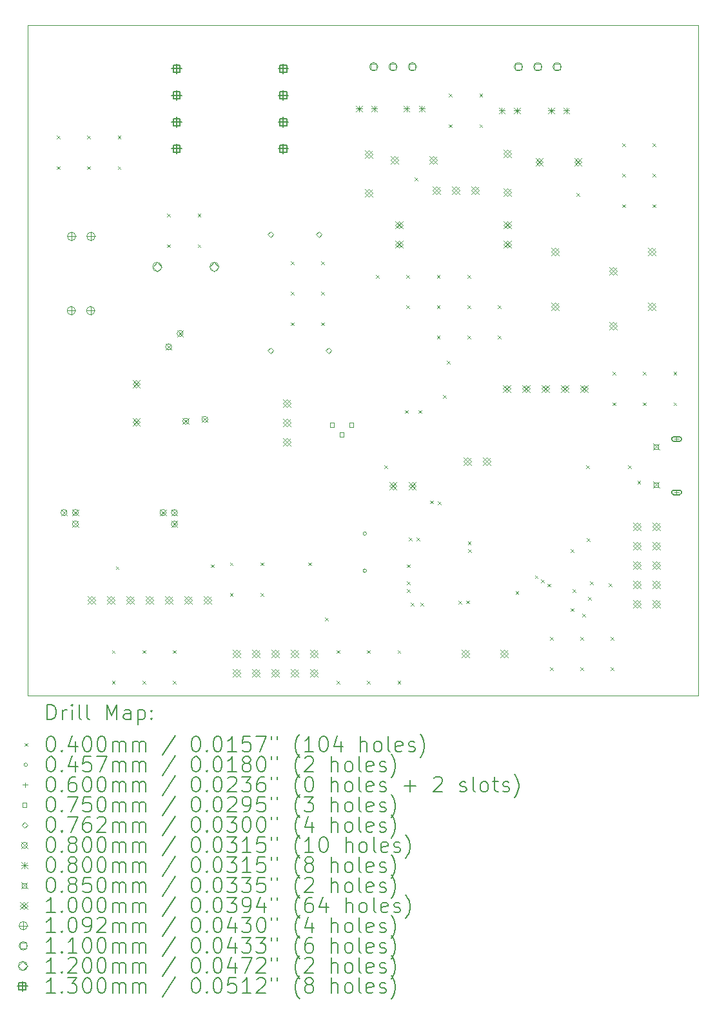
<source format=gbr>
%TF.GenerationSoftware,KiCad,Pcbnew,7.0.8-7.0.8~ubuntu22.04.1*%
%TF.CreationDate,2024-01-26T15:53:50+01:00*%
%TF.ProjectId,shoulder,73686f75-6c64-4657-922e-6b696361645f,1.1*%
%TF.SameCoordinates,Original*%
%TF.FileFunction,Drillmap*%
%TF.FilePolarity,Positive*%
%FSLAX45Y45*%
G04 Gerber Fmt 4.5, Leading zero omitted, Abs format (unit mm)*
G04 Created by KiCad (PCBNEW 7.0.8-7.0.8~ubuntu22.04.1) date 2024-01-26 15:53:50*
%MOMM*%
%LPD*%
G01*
G04 APERTURE LIST*
%ADD10C,0.100000*%
%ADD11C,0.200000*%
%ADD12C,0.040000*%
%ADD13C,0.045720*%
%ADD14C,0.060000*%
%ADD15C,0.075000*%
%ADD16C,0.076200*%
%ADD17C,0.080000*%
%ADD18C,0.085000*%
%ADD19C,0.109220*%
%ADD20C,0.110000*%
%ADD21C,0.120000*%
%ADD22C,0.130000*%
G04 APERTURE END LIST*
D10*
X6175000Y-1450000D02*
X14975000Y-1450000D01*
X14975000Y-10250000D01*
X6175000Y-10250000D01*
X6175000Y-1450000D01*
D11*
D12*
X6555000Y-2905000D02*
X6595000Y-2945000D01*
X6595000Y-2905000D02*
X6555000Y-2945000D01*
X6555000Y-3305000D02*
X6595000Y-3345000D01*
X6595000Y-3305000D02*
X6555000Y-3345000D01*
X6955000Y-2905000D02*
X6995000Y-2945000D01*
X6995000Y-2905000D02*
X6955000Y-2945000D01*
X6955000Y-3305000D02*
X6995000Y-3345000D01*
X6995000Y-3305000D02*
X6955000Y-3345000D01*
X7280000Y-9655000D02*
X7320000Y-9695000D01*
X7320000Y-9655000D02*
X7280000Y-9695000D01*
X7280000Y-10055000D02*
X7320000Y-10095000D01*
X7320000Y-10055000D02*
X7280000Y-10095000D01*
X7330000Y-8555000D02*
X7370000Y-8595000D01*
X7370000Y-8555000D02*
X7330000Y-8595000D01*
X7355000Y-2905000D02*
X7395000Y-2945000D01*
X7395000Y-2905000D02*
X7355000Y-2945000D01*
X7355000Y-3305000D02*
X7395000Y-3345000D01*
X7395000Y-3305000D02*
X7355000Y-3345000D01*
X7680000Y-9655000D02*
X7720000Y-9695000D01*
X7720000Y-9655000D02*
X7680000Y-9695000D01*
X7680000Y-10055000D02*
X7720000Y-10095000D01*
X7720000Y-10055000D02*
X7680000Y-10095000D01*
X8005000Y-3930000D02*
X8045000Y-3970000D01*
X8045000Y-3930000D02*
X8005000Y-3970000D01*
X8005000Y-4330000D02*
X8045000Y-4370000D01*
X8045000Y-4330000D02*
X8005000Y-4370000D01*
X8080000Y-9655000D02*
X8120000Y-9695000D01*
X8120000Y-9655000D02*
X8080000Y-9695000D01*
X8080000Y-10055000D02*
X8120000Y-10095000D01*
X8120000Y-10055000D02*
X8080000Y-10095000D01*
X8405000Y-3930000D02*
X8445000Y-3970000D01*
X8445000Y-3930000D02*
X8405000Y-3970000D01*
X8405000Y-4330000D02*
X8445000Y-4370000D01*
X8445000Y-4330000D02*
X8405000Y-4370000D01*
X8580000Y-8530000D02*
X8620000Y-8570000D01*
X8620000Y-8530000D02*
X8580000Y-8570000D01*
X8830000Y-8505000D02*
X8870000Y-8545000D01*
X8870000Y-8505000D02*
X8830000Y-8545000D01*
X8830000Y-8905000D02*
X8870000Y-8945000D01*
X8870000Y-8905000D02*
X8830000Y-8945000D01*
X9230000Y-8505000D02*
X9270000Y-8545000D01*
X9270000Y-8505000D02*
X9230000Y-8545000D01*
X9230000Y-8905000D02*
X9270000Y-8945000D01*
X9270000Y-8905000D02*
X9230000Y-8945000D01*
X9630000Y-4555000D02*
X9670000Y-4595000D01*
X9670000Y-4555000D02*
X9630000Y-4595000D01*
X9630000Y-4955000D02*
X9670000Y-4995000D01*
X9670000Y-4955000D02*
X9630000Y-4995000D01*
X9630000Y-5355000D02*
X9670000Y-5395000D01*
X9670000Y-5355000D02*
X9630000Y-5395000D01*
X9855000Y-8505000D02*
X9895000Y-8545000D01*
X9895000Y-8505000D02*
X9855000Y-8545000D01*
X10030000Y-4555000D02*
X10070000Y-4595000D01*
X10070000Y-4555000D02*
X10030000Y-4595000D01*
X10030000Y-4955000D02*
X10070000Y-4995000D01*
X10070000Y-4955000D02*
X10030000Y-4995000D01*
X10030000Y-5355000D02*
X10070000Y-5395000D01*
X10070000Y-5355000D02*
X10030000Y-5395000D01*
X10080000Y-9230000D02*
X10120000Y-9270000D01*
X10120000Y-9230000D02*
X10080000Y-9270000D01*
X10230000Y-9655000D02*
X10270000Y-9695000D01*
X10270000Y-9655000D02*
X10230000Y-9695000D01*
X10230000Y-10055000D02*
X10270000Y-10095000D01*
X10270000Y-10055000D02*
X10230000Y-10095000D01*
X10630000Y-9655000D02*
X10670000Y-9695000D01*
X10670000Y-9655000D02*
X10630000Y-9695000D01*
X10630000Y-10055000D02*
X10670000Y-10095000D01*
X10670000Y-10055000D02*
X10630000Y-10095000D01*
X10747000Y-4730000D02*
X10787000Y-4770000D01*
X10787000Y-4730000D02*
X10747000Y-4770000D01*
X10855000Y-7230000D02*
X10895000Y-7270000D01*
X10895000Y-7230000D02*
X10855000Y-7270000D01*
X11030000Y-9655000D02*
X11070000Y-9695000D01*
X11070000Y-9655000D02*
X11030000Y-9695000D01*
X11030000Y-10055000D02*
X11070000Y-10095000D01*
X11070000Y-10055000D02*
X11030000Y-10095000D01*
X11130000Y-6505000D02*
X11170000Y-6545000D01*
X11170000Y-6505000D02*
X11130000Y-6545000D01*
X11147000Y-4730000D02*
X11187000Y-4770000D01*
X11187000Y-4730000D02*
X11147000Y-4770000D01*
X11147000Y-5130000D02*
X11187000Y-5170000D01*
X11187000Y-5130000D02*
X11147000Y-5170000D01*
X11155000Y-8530000D02*
X11195000Y-8570000D01*
X11195000Y-8530000D02*
X11155000Y-8570000D01*
X11155000Y-8755000D02*
X11195000Y-8795000D01*
X11195000Y-8755000D02*
X11155000Y-8795000D01*
X11155000Y-8855000D02*
X11195000Y-8895000D01*
X11195000Y-8855000D02*
X11155000Y-8895000D01*
X11180000Y-8180000D02*
X11220000Y-8220000D01*
X11220000Y-8180000D02*
X11180000Y-8220000D01*
X11205000Y-9030000D02*
X11245000Y-9070000D01*
X11245000Y-9030000D02*
X11205000Y-9070000D01*
X11255000Y-3455000D02*
X11295000Y-3495000D01*
X11295000Y-3455000D02*
X11255000Y-3495000D01*
X11279950Y-8180000D02*
X11319950Y-8220000D01*
X11319950Y-8180000D02*
X11279950Y-8220000D01*
X11305000Y-6505000D02*
X11345000Y-6545000D01*
X11345000Y-6505000D02*
X11305000Y-6545000D01*
X11330000Y-9030000D02*
X11370000Y-9070000D01*
X11370000Y-9030000D02*
X11330000Y-9070000D01*
X11458543Y-7691299D02*
X11498543Y-7731299D01*
X11498543Y-7691299D02*
X11458543Y-7731299D01*
X11547000Y-4730000D02*
X11587000Y-4770000D01*
X11587000Y-4730000D02*
X11547000Y-4770000D01*
X11547000Y-5130000D02*
X11587000Y-5170000D01*
X11587000Y-5130000D02*
X11547000Y-5170000D01*
X11547000Y-5530000D02*
X11587000Y-5570000D01*
X11587000Y-5530000D02*
X11547000Y-5570000D01*
X11557550Y-7705000D02*
X11597550Y-7745000D01*
X11597550Y-7705000D02*
X11557550Y-7745000D01*
X11630000Y-6305000D02*
X11670000Y-6345000D01*
X11670000Y-6305000D02*
X11630000Y-6345000D01*
X11680000Y-5855000D02*
X11720000Y-5895000D01*
X11720000Y-5855000D02*
X11680000Y-5895000D01*
X11705000Y-2355000D02*
X11745000Y-2395000D01*
X11745000Y-2355000D02*
X11705000Y-2395000D01*
X11705000Y-2755000D02*
X11745000Y-2795000D01*
X11745000Y-2755000D02*
X11705000Y-2795000D01*
X11830000Y-9005000D02*
X11870000Y-9045000D01*
X11870000Y-9005000D02*
X11830000Y-9045000D01*
X11931230Y-9003770D02*
X11971230Y-9043770D01*
X11971230Y-9003770D02*
X11931230Y-9043770D01*
X11947000Y-4730000D02*
X11987000Y-4770000D01*
X11987000Y-4730000D02*
X11947000Y-4770000D01*
X11947000Y-5130000D02*
X11987000Y-5170000D01*
X11987000Y-5130000D02*
X11947000Y-5170000D01*
X11947000Y-5530000D02*
X11987000Y-5570000D01*
X11987000Y-5530000D02*
X11947000Y-5570000D01*
X11953770Y-8228770D02*
X11993770Y-8268770D01*
X11993770Y-8228770D02*
X11953770Y-8268770D01*
X11955000Y-8330000D02*
X11995000Y-8370000D01*
X11995000Y-8330000D02*
X11955000Y-8370000D01*
X12105000Y-2355000D02*
X12145000Y-2395000D01*
X12145000Y-2355000D02*
X12105000Y-2395000D01*
X12105000Y-2755000D02*
X12145000Y-2795000D01*
X12145000Y-2755000D02*
X12105000Y-2795000D01*
X12347000Y-5130000D02*
X12387000Y-5170000D01*
X12387000Y-5130000D02*
X12347000Y-5170000D01*
X12347000Y-5530000D02*
X12387000Y-5570000D01*
X12387000Y-5530000D02*
X12347000Y-5570000D01*
X12580000Y-8880000D02*
X12620000Y-8920000D01*
X12620000Y-8880000D02*
X12580000Y-8920000D01*
X12834600Y-8673438D02*
X12874600Y-8713438D01*
X12874600Y-8673438D02*
X12834600Y-8713438D01*
X12916393Y-8730883D02*
X12956393Y-8770883D01*
X12956393Y-8730883D02*
X12916393Y-8770883D01*
X13001163Y-8783837D02*
X13041163Y-8823837D01*
X13041163Y-8783837D02*
X13001163Y-8823837D01*
X13030000Y-9480000D02*
X13070000Y-9520000D01*
X13070000Y-9480000D02*
X13030000Y-9520000D01*
X13030000Y-9880000D02*
X13070000Y-9920000D01*
X13070000Y-9880000D02*
X13030000Y-9920000D01*
X13305000Y-8332516D02*
X13345000Y-8372516D01*
X13345000Y-8332516D02*
X13305000Y-8372516D01*
X13305000Y-9105000D02*
X13345000Y-9145000D01*
X13345000Y-9105000D02*
X13305000Y-9145000D01*
X13330000Y-8855000D02*
X13370000Y-8895000D01*
X13370000Y-8855000D02*
X13330000Y-8895000D01*
X13380000Y-3655000D02*
X13420000Y-3695000D01*
X13420000Y-3655000D02*
X13380000Y-3695000D01*
X13430000Y-9480000D02*
X13470000Y-9520000D01*
X13470000Y-9480000D02*
X13430000Y-9520000D01*
X13430000Y-9880000D02*
X13470000Y-9920000D01*
X13470000Y-9880000D02*
X13430000Y-9920000D01*
X13455000Y-9180000D02*
X13495000Y-9220000D01*
X13495000Y-9180000D02*
X13455000Y-9220000D01*
X13505000Y-7230000D02*
X13545000Y-7270000D01*
X13545000Y-7230000D02*
X13505000Y-7270000D01*
X13515500Y-8188000D02*
X13555500Y-8228000D01*
X13555500Y-8188000D02*
X13515500Y-8228000D01*
X13530000Y-8955000D02*
X13570000Y-8995000D01*
X13570000Y-8955000D02*
X13530000Y-8995000D01*
X13555000Y-8755000D02*
X13595000Y-8795000D01*
X13595000Y-8755000D02*
X13555000Y-8795000D01*
X13805000Y-8780000D02*
X13845000Y-8820000D01*
X13845000Y-8780000D02*
X13805000Y-8820000D01*
X13830000Y-9480000D02*
X13870000Y-9520000D01*
X13870000Y-9480000D02*
X13830000Y-9520000D01*
X13830000Y-9880000D02*
X13870000Y-9920000D01*
X13870000Y-9880000D02*
X13830000Y-9920000D01*
X13855000Y-6005000D02*
X13895000Y-6045000D01*
X13895000Y-6005000D02*
X13855000Y-6045000D01*
X13855000Y-6405000D02*
X13895000Y-6445000D01*
X13895000Y-6405000D02*
X13855000Y-6445000D01*
X13980000Y-3005000D02*
X14020000Y-3045000D01*
X14020000Y-3005000D02*
X13980000Y-3045000D01*
X13980000Y-3405000D02*
X14020000Y-3445000D01*
X14020000Y-3405000D02*
X13980000Y-3445000D01*
X13980000Y-3805000D02*
X14020000Y-3845000D01*
X14020000Y-3805000D02*
X13980000Y-3845000D01*
X14055000Y-7230000D02*
X14095000Y-7270000D01*
X14095000Y-7230000D02*
X14055000Y-7270000D01*
X14180000Y-7430000D02*
X14220000Y-7470000D01*
X14220000Y-7430000D02*
X14180000Y-7470000D01*
X14255000Y-6005000D02*
X14295000Y-6045000D01*
X14295000Y-6005000D02*
X14255000Y-6045000D01*
X14255000Y-6405000D02*
X14295000Y-6445000D01*
X14295000Y-6405000D02*
X14255000Y-6445000D01*
X14380000Y-3005000D02*
X14420000Y-3045000D01*
X14420000Y-3005000D02*
X14380000Y-3045000D01*
X14380000Y-3405000D02*
X14420000Y-3445000D01*
X14420000Y-3405000D02*
X14380000Y-3445000D01*
X14380000Y-3805000D02*
X14420000Y-3845000D01*
X14420000Y-3805000D02*
X14380000Y-3845000D01*
X14655000Y-6005000D02*
X14695000Y-6045000D01*
X14695000Y-6005000D02*
X14655000Y-6045000D01*
X14655000Y-6405000D02*
X14695000Y-6445000D01*
X14695000Y-6405000D02*
X14655000Y-6445000D01*
D13*
X10622860Y-8125000D02*
G75*
G03*
X10622860Y-8125000I-22860J0D01*
G01*
X10622860Y-8613000D02*
G75*
G03*
X10622860Y-8613000I-22860J0D01*
G01*
D14*
X14695000Y-6855000D02*
X14695000Y-6915000D01*
X14665000Y-6885000D02*
X14725000Y-6885000D01*
D11*
X14660000Y-6915000D02*
X14730000Y-6915000D01*
X14730000Y-6915000D02*
G75*
G03*
X14730000Y-6855000I0J30000D01*
G01*
X14730000Y-6855000D02*
X14660000Y-6855000D01*
X14660000Y-6855000D02*
G75*
G03*
X14660000Y-6915000I0J-30000D01*
G01*
D14*
X14695000Y-7555000D02*
X14695000Y-7615000D01*
X14665000Y-7585000D02*
X14725000Y-7585000D01*
D11*
X14730000Y-7555000D02*
X14660000Y-7555000D01*
X14660000Y-7555000D02*
G75*
G03*
X14660000Y-7615000I0J-30000D01*
G01*
X14660000Y-7615000D02*
X14730000Y-7615000D01*
X14730000Y-7615000D02*
G75*
G03*
X14730000Y-7555000I0J30000D01*
G01*
D15*
X10197517Y-6726517D02*
X10197517Y-6673483D01*
X10144483Y-6673483D01*
X10144483Y-6726517D01*
X10197517Y-6726517D01*
X10324517Y-6853517D02*
X10324517Y-6800483D01*
X10271483Y-6800483D01*
X10271483Y-6853517D01*
X10324517Y-6853517D01*
X10451517Y-6726517D02*
X10451517Y-6673483D01*
X10398483Y-6673483D01*
X10398483Y-6726517D01*
X10451517Y-6726517D01*
D16*
X9363000Y-4239100D02*
X9401100Y-4201000D01*
X9363000Y-4162900D01*
X9324900Y-4201000D01*
X9363000Y-4239100D01*
X9363000Y-5763100D02*
X9401100Y-5725000D01*
X9363000Y-5686900D01*
X9324900Y-5725000D01*
X9363000Y-5763100D01*
X9998000Y-4239100D02*
X10036100Y-4201000D01*
X9998000Y-4162900D01*
X9959900Y-4201000D01*
X9998000Y-4239100D01*
X10125000Y-5763100D02*
X10163100Y-5725000D01*
X10125000Y-5686900D01*
X10086900Y-5725000D01*
X10125000Y-5763100D01*
D17*
X6610000Y-7810000D02*
X6690000Y-7890000D01*
X6690000Y-7810000D02*
X6610000Y-7890000D01*
X6690000Y-7850000D02*
G75*
G03*
X6690000Y-7850000I-40000J0D01*
G01*
X6760000Y-7810000D02*
X6840000Y-7890000D01*
X6840000Y-7810000D02*
X6760000Y-7890000D01*
X6840000Y-7850000D02*
G75*
G03*
X6840000Y-7850000I-40000J0D01*
G01*
X6760000Y-7960000D02*
X6840000Y-8040000D01*
X6840000Y-7960000D02*
X6760000Y-8040000D01*
X6840000Y-8000000D02*
G75*
G03*
X6840000Y-8000000I-40000J0D01*
G01*
X7910000Y-7810000D02*
X7990000Y-7890000D01*
X7990000Y-7810000D02*
X7910000Y-7890000D01*
X7990000Y-7850000D02*
G75*
G03*
X7990000Y-7850000I-40000J0D01*
G01*
X7985000Y-5635000D02*
X8065000Y-5715000D01*
X8065000Y-5635000D02*
X7985000Y-5715000D01*
X8065000Y-5675000D02*
G75*
G03*
X8065000Y-5675000I-40000J0D01*
G01*
X8060000Y-7810000D02*
X8140000Y-7890000D01*
X8140000Y-7810000D02*
X8060000Y-7890000D01*
X8140000Y-7850000D02*
G75*
G03*
X8140000Y-7850000I-40000J0D01*
G01*
X8060000Y-7960000D02*
X8140000Y-8040000D01*
X8140000Y-7960000D02*
X8060000Y-8040000D01*
X8140000Y-8000000D02*
G75*
G03*
X8140000Y-8000000I-40000J0D01*
G01*
X8135000Y-5460000D02*
X8215000Y-5540000D01*
X8215000Y-5460000D02*
X8135000Y-5540000D01*
X8215000Y-5500000D02*
G75*
G03*
X8215000Y-5500000I-40000J0D01*
G01*
X8210000Y-6610000D02*
X8290000Y-6690000D01*
X8290000Y-6610000D02*
X8210000Y-6690000D01*
X8290000Y-6650000D02*
G75*
G03*
X8290000Y-6650000I-40000J0D01*
G01*
X8460000Y-6585000D02*
X8540000Y-6665000D01*
X8540000Y-6585000D02*
X8460000Y-6665000D01*
X8540000Y-6625000D02*
G75*
G03*
X8540000Y-6625000I-40000J0D01*
G01*
X10485000Y-2510000D02*
X10565000Y-2590000D01*
X10565000Y-2510000D02*
X10485000Y-2590000D01*
X10525000Y-2510000D02*
X10525000Y-2590000D01*
X10485000Y-2550000D02*
X10565000Y-2550000D01*
X10685000Y-2510000D02*
X10765000Y-2590000D01*
X10765000Y-2510000D02*
X10685000Y-2590000D01*
X10725000Y-2510000D02*
X10725000Y-2590000D01*
X10685000Y-2550000D02*
X10765000Y-2550000D01*
X11110000Y-2510000D02*
X11190000Y-2590000D01*
X11190000Y-2510000D02*
X11110000Y-2590000D01*
X11150000Y-2510000D02*
X11150000Y-2590000D01*
X11110000Y-2550000D02*
X11190000Y-2550000D01*
X11310000Y-2510000D02*
X11390000Y-2590000D01*
X11390000Y-2510000D02*
X11310000Y-2590000D01*
X11350000Y-2510000D02*
X11350000Y-2590000D01*
X11310000Y-2550000D02*
X11390000Y-2550000D01*
X12360000Y-2535000D02*
X12440000Y-2615000D01*
X12440000Y-2535000D02*
X12360000Y-2615000D01*
X12400000Y-2535000D02*
X12400000Y-2615000D01*
X12360000Y-2575000D02*
X12440000Y-2575000D01*
X12560000Y-2535000D02*
X12640000Y-2615000D01*
X12640000Y-2535000D02*
X12560000Y-2615000D01*
X12600000Y-2535000D02*
X12600000Y-2615000D01*
X12560000Y-2575000D02*
X12640000Y-2575000D01*
X13010000Y-2535000D02*
X13090000Y-2615000D01*
X13090000Y-2535000D02*
X13010000Y-2615000D01*
X13050000Y-2535000D02*
X13050000Y-2615000D01*
X13010000Y-2575000D02*
X13090000Y-2575000D01*
X13210000Y-2535000D02*
X13290000Y-2615000D01*
X13290000Y-2535000D02*
X13210000Y-2615000D01*
X13250000Y-2535000D02*
X13250000Y-2615000D01*
X13210000Y-2575000D02*
X13290000Y-2575000D01*
D18*
X14382500Y-6942500D02*
X14467500Y-7027500D01*
X14467500Y-6942500D02*
X14382500Y-7027500D01*
X14455052Y-7015052D02*
X14455052Y-6954948D01*
X14394948Y-6954948D01*
X14394948Y-7015052D01*
X14455052Y-7015052D01*
X14382500Y-7442500D02*
X14467500Y-7527500D01*
X14467500Y-7442500D02*
X14382500Y-7527500D01*
X14455052Y-7515052D02*
X14455052Y-7454948D01*
X14394948Y-7454948D01*
X14394948Y-7515052D01*
X14455052Y-7515052D01*
D10*
X6959000Y-8950000D02*
X7059000Y-9050000D01*
X7059000Y-8950000D02*
X6959000Y-9050000D01*
X7009000Y-9050000D02*
X7059000Y-9000000D01*
X7009000Y-8950000D01*
X6959000Y-9000000D01*
X7009000Y-9050000D01*
X7213000Y-8950000D02*
X7313000Y-9050000D01*
X7313000Y-8950000D02*
X7213000Y-9050000D01*
X7263000Y-9050000D02*
X7313000Y-9000000D01*
X7263000Y-8950000D01*
X7213000Y-9000000D01*
X7263000Y-9050000D01*
X7467000Y-8950000D02*
X7567000Y-9050000D01*
X7567000Y-8950000D02*
X7467000Y-9050000D01*
X7517000Y-9050000D02*
X7567000Y-9000000D01*
X7517000Y-8950000D01*
X7467000Y-9000000D01*
X7517000Y-9050000D01*
X7550000Y-6113232D02*
X7650000Y-6213232D01*
X7650000Y-6113232D02*
X7550000Y-6213232D01*
X7600000Y-6213232D02*
X7650000Y-6163232D01*
X7600000Y-6113232D01*
X7550000Y-6163232D01*
X7600000Y-6213232D01*
X7550000Y-6613232D02*
X7650000Y-6713232D01*
X7650000Y-6613232D02*
X7550000Y-6713232D01*
X7600000Y-6713232D02*
X7650000Y-6663232D01*
X7600000Y-6613232D01*
X7550000Y-6663232D01*
X7600000Y-6713232D01*
X7721000Y-8950000D02*
X7821000Y-9050000D01*
X7821000Y-8950000D02*
X7721000Y-9050000D01*
X7771000Y-9050000D02*
X7821000Y-9000000D01*
X7771000Y-8950000D01*
X7721000Y-9000000D01*
X7771000Y-9050000D01*
X7975000Y-8950000D02*
X8075000Y-9050000D01*
X8075000Y-8950000D02*
X7975000Y-9050000D01*
X8025000Y-9050000D02*
X8075000Y-9000000D01*
X8025000Y-8950000D01*
X7975000Y-9000000D01*
X8025000Y-9050000D01*
X8229000Y-8950000D02*
X8329000Y-9050000D01*
X8329000Y-8950000D02*
X8229000Y-9050000D01*
X8279000Y-9050000D02*
X8329000Y-9000000D01*
X8279000Y-8950000D01*
X8229000Y-9000000D01*
X8279000Y-9050000D01*
X8483000Y-8950000D02*
X8583000Y-9050000D01*
X8583000Y-8950000D02*
X8483000Y-9050000D01*
X8533000Y-9050000D02*
X8583000Y-9000000D01*
X8533000Y-8950000D01*
X8483000Y-9000000D01*
X8533000Y-9050000D01*
X8867500Y-9648500D02*
X8967500Y-9748500D01*
X8967500Y-9648500D02*
X8867500Y-9748500D01*
X8917500Y-9748500D02*
X8967500Y-9698500D01*
X8917500Y-9648500D01*
X8867500Y-9698500D01*
X8917500Y-9748500D01*
X8867500Y-9902500D02*
X8967500Y-10002500D01*
X8967500Y-9902500D02*
X8867500Y-10002500D01*
X8917500Y-10002500D02*
X8967500Y-9952500D01*
X8917500Y-9902500D01*
X8867500Y-9952500D01*
X8917500Y-10002500D01*
X9121500Y-9648500D02*
X9221500Y-9748500D01*
X9221500Y-9648500D02*
X9121500Y-9748500D01*
X9171500Y-9748500D02*
X9221500Y-9698500D01*
X9171500Y-9648500D01*
X9121500Y-9698500D01*
X9171500Y-9748500D01*
X9121500Y-9902500D02*
X9221500Y-10002500D01*
X9221500Y-9902500D02*
X9121500Y-10002500D01*
X9171500Y-10002500D02*
X9221500Y-9952500D01*
X9171500Y-9902500D01*
X9121500Y-9952500D01*
X9171500Y-10002500D01*
X9375500Y-9648500D02*
X9475500Y-9748500D01*
X9475500Y-9648500D02*
X9375500Y-9748500D01*
X9425500Y-9748500D02*
X9475500Y-9698500D01*
X9425500Y-9648500D01*
X9375500Y-9698500D01*
X9425500Y-9748500D01*
X9375500Y-9902500D02*
X9475500Y-10002500D01*
X9475500Y-9902500D02*
X9375500Y-10002500D01*
X9425500Y-10002500D02*
X9475500Y-9952500D01*
X9425500Y-9902500D01*
X9375500Y-9952500D01*
X9425500Y-10002500D01*
X9525000Y-6367000D02*
X9625000Y-6467000D01*
X9625000Y-6367000D02*
X9525000Y-6467000D01*
X9575000Y-6467000D02*
X9625000Y-6417000D01*
X9575000Y-6367000D01*
X9525000Y-6417000D01*
X9575000Y-6467000D01*
X9525000Y-6621000D02*
X9625000Y-6721000D01*
X9625000Y-6621000D02*
X9525000Y-6721000D01*
X9575000Y-6721000D02*
X9625000Y-6671000D01*
X9575000Y-6621000D01*
X9525000Y-6671000D01*
X9575000Y-6721000D01*
X9525000Y-6875000D02*
X9625000Y-6975000D01*
X9625000Y-6875000D02*
X9525000Y-6975000D01*
X9575000Y-6975000D02*
X9625000Y-6925000D01*
X9575000Y-6875000D01*
X9525000Y-6925000D01*
X9575000Y-6975000D01*
X9629500Y-9648500D02*
X9729500Y-9748500D01*
X9729500Y-9648500D02*
X9629500Y-9748500D01*
X9679500Y-9748500D02*
X9729500Y-9698500D01*
X9679500Y-9648500D01*
X9629500Y-9698500D01*
X9679500Y-9748500D01*
X9629500Y-9902500D02*
X9729500Y-10002500D01*
X9729500Y-9902500D02*
X9629500Y-10002500D01*
X9679500Y-10002500D02*
X9729500Y-9952500D01*
X9679500Y-9902500D01*
X9629500Y-9952500D01*
X9679500Y-10002500D01*
X9883500Y-9648500D02*
X9983500Y-9748500D01*
X9983500Y-9648500D02*
X9883500Y-9748500D01*
X9933500Y-9748500D02*
X9983500Y-9698500D01*
X9933500Y-9648500D01*
X9883500Y-9698500D01*
X9933500Y-9748500D01*
X9883500Y-9902500D02*
X9983500Y-10002500D01*
X9983500Y-9902500D02*
X9883500Y-10002500D01*
X9933500Y-10002500D02*
X9983500Y-9952500D01*
X9933500Y-9902500D01*
X9883500Y-9952500D01*
X9933500Y-10002500D01*
X10600000Y-3096000D02*
X10700000Y-3196000D01*
X10700000Y-3096000D02*
X10600000Y-3196000D01*
X10650000Y-3196000D02*
X10700000Y-3146000D01*
X10650000Y-3096000D01*
X10600000Y-3146000D01*
X10650000Y-3196000D01*
X10600000Y-3604000D02*
X10700000Y-3704000D01*
X10700000Y-3604000D02*
X10600000Y-3704000D01*
X10650000Y-3704000D02*
X10700000Y-3654000D01*
X10650000Y-3604000D01*
X10600000Y-3654000D01*
X10650000Y-3704000D01*
X10921000Y-7450000D02*
X11021000Y-7550000D01*
X11021000Y-7450000D02*
X10921000Y-7550000D01*
X10971000Y-7550000D02*
X11021000Y-7500000D01*
X10971000Y-7450000D01*
X10921000Y-7500000D01*
X10971000Y-7550000D01*
X10942000Y-3175000D02*
X11042000Y-3275000D01*
X11042000Y-3175000D02*
X10942000Y-3275000D01*
X10992000Y-3275000D02*
X11042000Y-3225000D01*
X10992000Y-3175000D01*
X10942000Y-3225000D01*
X10992000Y-3275000D01*
X11000000Y-4025000D02*
X11100000Y-4125000D01*
X11100000Y-4025000D02*
X11000000Y-4125000D01*
X11050000Y-4125000D02*
X11100000Y-4075000D01*
X11050000Y-4025000D01*
X11000000Y-4075000D01*
X11050000Y-4125000D01*
X11000000Y-4279000D02*
X11100000Y-4379000D01*
X11100000Y-4279000D02*
X11000000Y-4379000D01*
X11050000Y-4379000D02*
X11100000Y-4329000D01*
X11050000Y-4279000D01*
X11000000Y-4329000D01*
X11050000Y-4379000D01*
X11175000Y-7450000D02*
X11275000Y-7550000D01*
X11275000Y-7450000D02*
X11175000Y-7550000D01*
X11225000Y-7550000D02*
X11275000Y-7500000D01*
X11225000Y-7450000D01*
X11175000Y-7500000D01*
X11225000Y-7550000D01*
X11450000Y-3175000D02*
X11550000Y-3275000D01*
X11550000Y-3175000D02*
X11450000Y-3275000D01*
X11500000Y-3275000D02*
X11550000Y-3225000D01*
X11500000Y-3175000D01*
X11450000Y-3225000D01*
X11500000Y-3275000D01*
X11492000Y-3575000D02*
X11592000Y-3675000D01*
X11592000Y-3575000D02*
X11492000Y-3675000D01*
X11542000Y-3675000D02*
X11592000Y-3625000D01*
X11542000Y-3575000D01*
X11492000Y-3625000D01*
X11542000Y-3675000D01*
X11746000Y-3575000D02*
X11846000Y-3675000D01*
X11846000Y-3575000D02*
X11746000Y-3675000D01*
X11796000Y-3675000D02*
X11846000Y-3625000D01*
X11796000Y-3575000D01*
X11746000Y-3625000D01*
X11796000Y-3675000D01*
X11871000Y-9650000D02*
X11971000Y-9750000D01*
X11971000Y-9650000D02*
X11871000Y-9750000D01*
X11921000Y-9750000D02*
X11971000Y-9700000D01*
X11921000Y-9650000D01*
X11871000Y-9700000D01*
X11921000Y-9750000D01*
X11896000Y-7125000D02*
X11996000Y-7225000D01*
X11996000Y-7125000D02*
X11896000Y-7225000D01*
X11946000Y-7225000D02*
X11996000Y-7175000D01*
X11946000Y-7125000D01*
X11896000Y-7175000D01*
X11946000Y-7225000D01*
X12000000Y-3575000D02*
X12100000Y-3675000D01*
X12100000Y-3575000D02*
X12000000Y-3675000D01*
X12050000Y-3675000D02*
X12100000Y-3625000D01*
X12050000Y-3575000D01*
X12000000Y-3625000D01*
X12050000Y-3675000D01*
X12150000Y-7125000D02*
X12250000Y-7225000D01*
X12250000Y-7125000D02*
X12150000Y-7225000D01*
X12200000Y-7225000D02*
X12250000Y-7175000D01*
X12200000Y-7125000D01*
X12150000Y-7175000D01*
X12200000Y-7225000D01*
X12379000Y-9650000D02*
X12479000Y-9750000D01*
X12479000Y-9650000D02*
X12379000Y-9750000D01*
X12429000Y-9750000D02*
X12479000Y-9700000D01*
X12429000Y-9650000D01*
X12379000Y-9700000D01*
X12429000Y-9750000D01*
X12417500Y-6175000D02*
X12517500Y-6275000D01*
X12517500Y-6175000D02*
X12417500Y-6275000D01*
X12467500Y-6275000D02*
X12517500Y-6225000D01*
X12467500Y-6175000D01*
X12417500Y-6225000D01*
X12467500Y-6275000D01*
X12425000Y-3092000D02*
X12525000Y-3192000D01*
X12525000Y-3092000D02*
X12425000Y-3192000D01*
X12475000Y-3192000D02*
X12525000Y-3142000D01*
X12475000Y-3092000D01*
X12425000Y-3142000D01*
X12475000Y-3192000D01*
X12425000Y-3600000D02*
X12525000Y-3700000D01*
X12525000Y-3600000D02*
X12425000Y-3700000D01*
X12475000Y-3700000D02*
X12525000Y-3650000D01*
X12475000Y-3600000D01*
X12425000Y-3650000D01*
X12475000Y-3700000D01*
X12425000Y-4025000D02*
X12525000Y-4125000D01*
X12525000Y-4025000D02*
X12425000Y-4125000D01*
X12475000Y-4125000D02*
X12525000Y-4075000D01*
X12475000Y-4025000D01*
X12425000Y-4075000D01*
X12475000Y-4125000D01*
X12425000Y-4279000D02*
X12525000Y-4379000D01*
X12525000Y-4279000D02*
X12425000Y-4379000D01*
X12475000Y-4379000D02*
X12525000Y-4329000D01*
X12475000Y-4279000D01*
X12425000Y-4329000D01*
X12475000Y-4379000D01*
X12671500Y-6175000D02*
X12771500Y-6275000D01*
X12771500Y-6175000D02*
X12671500Y-6275000D01*
X12721500Y-6275000D02*
X12771500Y-6225000D01*
X12721500Y-6175000D01*
X12671500Y-6225000D01*
X12721500Y-6275000D01*
X12842000Y-3200000D02*
X12942000Y-3300000D01*
X12942000Y-3200000D02*
X12842000Y-3300000D01*
X12892000Y-3300000D02*
X12942000Y-3250000D01*
X12892000Y-3200000D01*
X12842000Y-3250000D01*
X12892000Y-3300000D01*
X12925500Y-6175000D02*
X13025500Y-6275000D01*
X13025500Y-6175000D02*
X12925500Y-6275000D01*
X12975500Y-6275000D02*
X13025500Y-6225000D01*
X12975500Y-6175000D01*
X12925500Y-6225000D01*
X12975500Y-6275000D01*
X13050000Y-4375000D02*
X13150000Y-4475000D01*
X13150000Y-4375000D02*
X13050000Y-4475000D01*
X13100000Y-4475000D02*
X13150000Y-4425000D01*
X13100000Y-4375000D01*
X13050000Y-4425000D01*
X13100000Y-4475000D01*
X13052500Y-5097500D02*
X13152500Y-5197500D01*
X13152500Y-5097500D02*
X13052500Y-5197500D01*
X13102500Y-5197500D02*
X13152500Y-5147500D01*
X13102500Y-5097500D01*
X13052500Y-5147500D01*
X13102500Y-5197500D01*
X13179500Y-6175000D02*
X13279500Y-6275000D01*
X13279500Y-6175000D02*
X13179500Y-6275000D01*
X13229500Y-6275000D02*
X13279500Y-6225000D01*
X13229500Y-6175000D01*
X13179500Y-6225000D01*
X13229500Y-6275000D01*
X13350000Y-3200000D02*
X13450000Y-3300000D01*
X13450000Y-3200000D02*
X13350000Y-3300000D01*
X13400000Y-3300000D02*
X13450000Y-3250000D01*
X13400000Y-3200000D01*
X13350000Y-3250000D01*
X13400000Y-3300000D01*
X13433500Y-6175000D02*
X13533500Y-6275000D01*
X13533500Y-6175000D02*
X13433500Y-6275000D01*
X13483500Y-6275000D02*
X13533500Y-6225000D01*
X13483500Y-6175000D01*
X13433500Y-6225000D01*
X13483500Y-6275000D01*
X13812000Y-4629000D02*
X13912000Y-4729000D01*
X13912000Y-4629000D02*
X13812000Y-4729000D01*
X13862000Y-4729000D02*
X13912000Y-4679000D01*
X13862000Y-4629000D01*
X13812000Y-4679000D01*
X13862000Y-4729000D01*
X13814500Y-5351500D02*
X13914500Y-5451500D01*
X13914500Y-5351500D02*
X13814500Y-5451500D01*
X13864500Y-5451500D02*
X13914500Y-5401500D01*
X13864500Y-5351500D01*
X13814500Y-5401500D01*
X13864500Y-5451500D01*
X14125000Y-7984000D02*
X14225000Y-8084000D01*
X14225000Y-7984000D02*
X14125000Y-8084000D01*
X14175000Y-8084000D02*
X14225000Y-8034000D01*
X14175000Y-7984000D01*
X14125000Y-8034000D01*
X14175000Y-8084000D01*
X14125000Y-8238000D02*
X14225000Y-8338000D01*
X14225000Y-8238000D02*
X14125000Y-8338000D01*
X14175000Y-8338000D02*
X14225000Y-8288000D01*
X14175000Y-8238000D01*
X14125000Y-8288000D01*
X14175000Y-8338000D01*
X14125000Y-8492000D02*
X14225000Y-8592000D01*
X14225000Y-8492000D02*
X14125000Y-8592000D01*
X14175000Y-8592000D02*
X14225000Y-8542000D01*
X14175000Y-8492000D01*
X14125000Y-8542000D01*
X14175000Y-8592000D01*
X14125000Y-8746000D02*
X14225000Y-8846000D01*
X14225000Y-8746000D02*
X14125000Y-8846000D01*
X14175000Y-8846000D02*
X14225000Y-8796000D01*
X14175000Y-8746000D01*
X14125000Y-8796000D01*
X14175000Y-8846000D01*
X14125000Y-9000000D02*
X14225000Y-9100000D01*
X14225000Y-9000000D02*
X14125000Y-9100000D01*
X14175000Y-9100000D02*
X14225000Y-9050000D01*
X14175000Y-9000000D01*
X14125000Y-9050000D01*
X14175000Y-9100000D01*
X14320000Y-4375000D02*
X14420000Y-4475000D01*
X14420000Y-4375000D02*
X14320000Y-4475000D01*
X14370000Y-4475000D02*
X14420000Y-4425000D01*
X14370000Y-4375000D01*
X14320000Y-4425000D01*
X14370000Y-4475000D01*
X14322500Y-5097500D02*
X14422500Y-5197500D01*
X14422500Y-5097500D02*
X14322500Y-5197500D01*
X14372500Y-5197500D02*
X14422500Y-5147500D01*
X14372500Y-5097500D01*
X14322500Y-5147500D01*
X14372500Y-5197500D01*
X14379000Y-7984000D02*
X14479000Y-8084000D01*
X14479000Y-7984000D02*
X14379000Y-8084000D01*
X14429000Y-8084000D02*
X14479000Y-8034000D01*
X14429000Y-7984000D01*
X14379000Y-8034000D01*
X14429000Y-8084000D01*
X14379000Y-8238000D02*
X14479000Y-8338000D01*
X14479000Y-8238000D02*
X14379000Y-8338000D01*
X14429000Y-8338000D02*
X14479000Y-8288000D01*
X14429000Y-8238000D01*
X14379000Y-8288000D01*
X14429000Y-8338000D01*
X14379000Y-8492000D02*
X14479000Y-8592000D01*
X14479000Y-8492000D02*
X14379000Y-8592000D01*
X14429000Y-8592000D02*
X14479000Y-8542000D01*
X14429000Y-8492000D01*
X14379000Y-8542000D01*
X14429000Y-8592000D01*
X14379000Y-8746000D02*
X14479000Y-8846000D01*
X14479000Y-8746000D02*
X14379000Y-8846000D01*
X14429000Y-8846000D02*
X14479000Y-8796000D01*
X14429000Y-8746000D01*
X14379000Y-8796000D01*
X14429000Y-8846000D01*
X14379000Y-9000000D02*
X14479000Y-9100000D01*
X14479000Y-9000000D02*
X14379000Y-9100000D01*
X14429000Y-9100000D02*
X14479000Y-9050000D01*
X14429000Y-9000000D01*
X14379000Y-9050000D01*
X14429000Y-9100000D01*
D19*
X6746000Y-5145390D02*
X6746000Y-5254610D01*
X6691390Y-5200000D02*
X6800610Y-5200000D01*
X6800610Y-5200000D02*
G75*
G03*
X6800610Y-5200000I-54610J0D01*
G01*
X6750000Y-4170390D02*
X6750000Y-4279610D01*
X6695390Y-4225000D02*
X6804610Y-4225000D01*
X6804610Y-4225000D02*
G75*
G03*
X6804610Y-4225000I-54610J0D01*
G01*
X7000000Y-5145390D02*
X7000000Y-5254610D01*
X6945390Y-5200000D02*
X7054610Y-5200000D01*
X7054610Y-5200000D02*
G75*
G03*
X7054610Y-5200000I-54610J0D01*
G01*
X7004000Y-4170390D02*
X7004000Y-4279610D01*
X6949390Y-4225000D02*
X7058610Y-4225000D01*
X7058610Y-4225000D02*
G75*
G03*
X7058610Y-4225000I-54610J0D01*
G01*
D20*
X10755891Y-2038891D02*
X10755891Y-1961109D01*
X10678109Y-1961109D01*
X10678109Y-2038891D01*
X10755891Y-2038891D01*
X10772000Y-2000000D02*
G75*
G03*
X10772000Y-2000000I-55000J0D01*
G01*
X11009891Y-2038891D02*
X11009891Y-1961109D01*
X10932109Y-1961109D01*
X10932109Y-2038891D01*
X11009891Y-2038891D01*
X11026000Y-2000000D02*
G75*
G03*
X11026000Y-2000000I-55000J0D01*
G01*
X11263891Y-2038891D02*
X11263891Y-1961109D01*
X11186109Y-1961109D01*
X11186109Y-2038891D01*
X11263891Y-2038891D01*
X11280000Y-2000000D02*
G75*
G03*
X11280000Y-2000000I-55000J0D01*
G01*
X12655891Y-2038891D02*
X12655891Y-1961109D01*
X12578109Y-1961109D01*
X12578109Y-2038891D01*
X12655891Y-2038891D01*
X12672000Y-2000000D02*
G75*
G03*
X12672000Y-2000000I-55000J0D01*
G01*
X12909891Y-2038891D02*
X12909891Y-1961109D01*
X12832109Y-1961109D01*
X12832109Y-2038891D01*
X12909891Y-2038891D01*
X12926000Y-2000000D02*
G75*
G03*
X12926000Y-2000000I-55000J0D01*
G01*
X13163891Y-2038891D02*
X13163891Y-1961109D01*
X13086109Y-1961109D01*
X13086109Y-2038891D01*
X13163891Y-2038891D01*
X13180000Y-2000000D02*
G75*
G03*
X13180000Y-2000000I-55000J0D01*
G01*
D21*
X7873725Y-4685000D02*
X7933725Y-4625000D01*
X7873725Y-4565000D01*
X7813725Y-4625000D01*
X7873725Y-4685000D01*
X7933725Y-4625000D02*
G75*
G03*
X7933725Y-4625000I-60000J0D01*
G01*
X8623725Y-4685000D02*
X8683725Y-4625000D01*
X8623725Y-4565000D01*
X8563725Y-4625000D01*
X8623725Y-4685000D01*
X8683725Y-4625000D02*
G75*
G03*
X8683725Y-4625000I-60000J0D01*
G01*
D22*
X8129500Y-1960000D02*
X8129500Y-2090000D01*
X8064500Y-2025000D02*
X8194500Y-2025000D01*
X8175462Y-2070962D02*
X8175462Y-1979038D01*
X8083538Y-1979038D01*
X8083538Y-2070962D01*
X8175462Y-2070962D01*
X8129500Y-2310000D02*
X8129500Y-2440000D01*
X8064500Y-2375000D02*
X8194500Y-2375000D01*
X8175462Y-2420962D02*
X8175462Y-2329038D01*
X8083538Y-2329038D01*
X8083538Y-2420962D01*
X8175462Y-2420962D01*
X8129500Y-2660000D02*
X8129500Y-2790000D01*
X8064500Y-2725000D02*
X8194500Y-2725000D01*
X8175462Y-2770962D02*
X8175462Y-2679038D01*
X8083538Y-2679038D01*
X8083538Y-2770962D01*
X8175462Y-2770962D01*
X8129500Y-3010000D02*
X8129500Y-3140000D01*
X8064500Y-3075000D02*
X8194500Y-3075000D01*
X8175462Y-3120962D02*
X8175462Y-3029038D01*
X8083538Y-3029038D01*
X8083538Y-3120962D01*
X8175462Y-3120962D01*
X9529500Y-1960000D02*
X9529500Y-2090000D01*
X9464500Y-2025000D02*
X9594500Y-2025000D01*
X9575462Y-2070962D02*
X9575462Y-1979038D01*
X9483538Y-1979038D01*
X9483538Y-2070962D01*
X9575462Y-2070962D01*
X9529500Y-2310000D02*
X9529500Y-2440000D01*
X9464500Y-2375000D02*
X9594500Y-2375000D01*
X9575462Y-2420962D02*
X9575462Y-2329038D01*
X9483538Y-2329038D01*
X9483538Y-2420962D01*
X9575462Y-2420962D01*
X9529500Y-2660000D02*
X9529500Y-2790000D01*
X9464500Y-2725000D02*
X9594500Y-2725000D01*
X9575462Y-2770962D02*
X9575462Y-2679038D01*
X9483538Y-2679038D01*
X9483538Y-2770962D01*
X9575462Y-2770962D01*
X9529500Y-3010000D02*
X9529500Y-3140000D01*
X9464500Y-3075000D02*
X9594500Y-3075000D01*
X9575462Y-3120962D02*
X9575462Y-3029038D01*
X9483538Y-3029038D01*
X9483538Y-3120962D01*
X9575462Y-3120962D01*
D11*
X6430777Y-10566484D02*
X6430777Y-10366484D01*
X6430777Y-10366484D02*
X6478396Y-10366484D01*
X6478396Y-10366484D02*
X6506967Y-10376008D01*
X6506967Y-10376008D02*
X6526015Y-10395055D01*
X6526015Y-10395055D02*
X6535539Y-10414103D01*
X6535539Y-10414103D02*
X6545062Y-10452198D01*
X6545062Y-10452198D02*
X6545062Y-10480770D01*
X6545062Y-10480770D02*
X6535539Y-10518865D01*
X6535539Y-10518865D02*
X6526015Y-10537912D01*
X6526015Y-10537912D02*
X6506967Y-10556960D01*
X6506967Y-10556960D02*
X6478396Y-10566484D01*
X6478396Y-10566484D02*
X6430777Y-10566484D01*
X6630777Y-10566484D02*
X6630777Y-10433150D01*
X6630777Y-10471246D02*
X6640301Y-10452198D01*
X6640301Y-10452198D02*
X6649824Y-10442674D01*
X6649824Y-10442674D02*
X6668872Y-10433150D01*
X6668872Y-10433150D02*
X6687920Y-10433150D01*
X6754586Y-10566484D02*
X6754586Y-10433150D01*
X6754586Y-10366484D02*
X6745062Y-10376008D01*
X6745062Y-10376008D02*
X6754586Y-10385531D01*
X6754586Y-10385531D02*
X6764110Y-10376008D01*
X6764110Y-10376008D02*
X6754586Y-10366484D01*
X6754586Y-10366484D02*
X6754586Y-10385531D01*
X6878396Y-10566484D02*
X6859348Y-10556960D01*
X6859348Y-10556960D02*
X6849824Y-10537912D01*
X6849824Y-10537912D02*
X6849824Y-10366484D01*
X6983158Y-10566484D02*
X6964110Y-10556960D01*
X6964110Y-10556960D02*
X6954586Y-10537912D01*
X6954586Y-10537912D02*
X6954586Y-10366484D01*
X7211729Y-10566484D02*
X7211729Y-10366484D01*
X7211729Y-10366484D02*
X7278396Y-10509341D01*
X7278396Y-10509341D02*
X7345062Y-10366484D01*
X7345062Y-10366484D02*
X7345062Y-10566484D01*
X7526015Y-10566484D02*
X7526015Y-10461722D01*
X7526015Y-10461722D02*
X7516491Y-10442674D01*
X7516491Y-10442674D02*
X7497443Y-10433150D01*
X7497443Y-10433150D02*
X7459348Y-10433150D01*
X7459348Y-10433150D02*
X7440301Y-10442674D01*
X7526015Y-10556960D02*
X7506967Y-10566484D01*
X7506967Y-10566484D02*
X7459348Y-10566484D01*
X7459348Y-10566484D02*
X7440301Y-10556960D01*
X7440301Y-10556960D02*
X7430777Y-10537912D01*
X7430777Y-10537912D02*
X7430777Y-10518865D01*
X7430777Y-10518865D02*
X7440301Y-10499817D01*
X7440301Y-10499817D02*
X7459348Y-10490293D01*
X7459348Y-10490293D02*
X7506967Y-10490293D01*
X7506967Y-10490293D02*
X7526015Y-10480770D01*
X7621253Y-10433150D02*
X7621253Y-10633150D01*
X7621253Y-10442674D02*
X7640301Y-10433150D01*
X7640301Y-10433150D02*
X7678396Y-10433150D01*
X7678396Y-10433150D02*
X7697443Y-10442674D01*
X7697443Y-10442674D02*
X7706967Y-10452198D01*
X7706967Y-10452198D02*
X7716491Y-10471246D01*
X7716491Y-10471246D02*
X7716491Y-10528389D01*
X7716491Y-10528389D02*
X7706967Y-10547436D01*
X7706967Y-10547436D02*
X7697443Y-10556960D01*
X7697443Y-10556960D02*
X7678396Y-10566484D01*
X7678396Y-10566484D02*
X7640301Y-10566484D01*
X7640301Y-10566484D02*
X7621253Y-10556960D01*
X7802205Y-10547436D02*
X7811729Y-10556960D01*
X7811729Y-10556960D02*
X7802205Y-10566484D01*
X7802205Y-10566484D02*
X7792682Y-10556960D01*
X7792682Y-10556960D02*
X7802205Y-10547436D01*
X7802205Y-10547436D02*
X7802205Y-10566484D01*
X7802205Y-10442674D02*
X7811729Y-10452198D01*
X7811729Y-10452198D02*
X7802205Y-10461722D01*
X7802205Y-10461722D02*
X7792682Y-10452198D01*
X7792682Y-10452198D02*
X7802205Y-10442674D01*
X7802205Y-10442674D02*
X7802205Y-10461722D01*
D12*
X6130000Y-10875000D02*
X6170000Y-10915000D01*
X6170000Y-10875000D02*
X6130000Y-10915000D01*
D11*
X6468872Y-10786484D02*
X6487920Y-10786484D01*
X6487920Y-10786484D02*
X6506967Y-10796008D01*
X6506967Y-10796008D02*
X6516491Y-10805531D01*
X6516491Y-10805531D02*
X6526015Y-10824579D01*
X6526015Y-10824579D02*
X6535539Y-10862674D01*
X6535539Y-10862674D02*
X6535539Y-10910293D01*
X6535539Y-10910293D02*
X6526015Y-10948389D01*
X6526015Y-10948389D02*
X6516491Y-10967436D01*
X6516491Y-10967436D02*
X6506967Y-10976960D01*
X6506967Y-10976960D02*
X6487920Y-10986484D01*
X6487920Y-10986484D02*
X6468872Y-10986484D01*
X6468872Y-10986484D02*
X6449824Y-10976960D01*
X6449824Y-10976960D02*
X6440301Y-10967436D01*
X6440301Y-10967436D02*
X6430777Y-10948389D01*
X6430777Y-10948389D02*
X6421253Y-10910293D01*
X6421253Y-10910293D02*
X6421253Y-10862674D01*
X6421253Y-10862674D02*
X6430777Y-10824579D01*
X6430777Y-10824579D02*
X6440301Y-10805531D01*
X6440301Y-10805531D02*
X6449824Y-10796008D01*
X6449824Y-10796008D02*
X6468872Y-10786484D01*
X6621253Y-10967436D02*
X6630777Y-10976960D01*
X6630777Y-10976960D02*
X6621253Y-10986484D01*
X6621253Y-10986484D02*
X6611729Y-10976960D01*
X6611729Y-10976960D02*
X6621253Y-10967436D01*
X6621253Y-10967436D02*
X6621253Y-10986484D01*
X6802205Y-10853150D02*
X6802205Y-10986484D01*
X6754586Y-10776960D02*
X6706967Y-10919817D01*
X6706967Y-10919817D02*
X6830777Y-10919817D01*
X6945062Y-10786484D02*
X6964110Y-10786484D01*
X6964110Y-10786484D02*
X6983158Y-10796008D01*
X6983158Y-10796008D02*
X6992682Y-10805531D01*
X6992682Y-10805531D02*
X7002205Y-10824579D01*
X7002205Y-10824579D02*
X7011729Y-10862674D01*
X7011729Y-10862674D02*
X7011729Y-10910293D01*
X7011729Y-10910293D02*
X7002205Y-10948389D01*
X7002205Y-10948389D02*
X6992682Y-10967436D01*
X6992682Y-10967436D02*
X6983158Y-10976960D01*
X6983158Y-10976960D02*
X6964110Y-10986484D01*
X6964110Y-10986484D02*
X6945062Y-10986484D01*
X6945062Y-10986484D02*
X6926015Y-10976960D01*
X6926015Y-10976960D02*
X6916491Y-10967436D01*
X6916491Y-10967436D02*
X6906967Y-10948389D01*
X6906967Y-10948389D02*
X6897443Y-10910293D01*
X6897443Y-10910293D02*
X6897443Y-10862674D01*
X6897443Y-10862674D02*
X6906967Y-10824579D01*
X6906967Y-10824579D02*
X6916491Y-10805531D01*
X6916491Y-10805531D02*
X6926015Y-10796008D01*
X6926015Y-10796008D02*
X6945062Y-10786484D01*
X7135539Y-10786484D02*
X7154586Y-10786484D01*
X7154586Y-10786484D02*
X7173634Y-10796008D01*
X7173634Y-10796008D02*
X7183158Y-10805531D01*
X7183158Y-10805531D02*
X7192682Y-10824579D01*
X7192682Y-10824579D02*
X7202205Y-10862674D01*
X7202205Y-10862674D02*
X7202205Y-10910293D01*
X7202205Y-10910293D02*
X7192682Y-10948389D01*
X7192682Y-10948389D02*
X7183158Y-10967436D01*
X7183158Y-10967436D02*
X7173634Y-10976960D01*
X7173634Y-10976960D02*
X7154586Y-10986484D01*
X7154586Y-10986484D02*
X7135539Y-10986484D01*
X7135539Y-10986484D02*
X7116491Y-10976960D01*
X7116491Y-10976960D02*
X7106967Y-10967436D01*
X7106967Y-10967436D02*
X7097443Y-10948389D01*
X7097443Y-10948389D02*
X7087920Y-10910293D01*
X7087920Y-10910293D02*
X7087920Y-10862674D01*
X7087920Y-10862674D02*
X7097443Y-10824579D01*
X7097443Y-10824579D02*
X7106967Y-10805531D01*
X7106967Y-10805531D02*
X7116491Y-10796008D01*
X7116491Y-10796008D02*
X7135539Y-10786484D01*
X7287920Y-10986484D02*
X7287920Y-10853150D01*
X7287920Y-10872198D02*
X7297443Y-10862674D01*
X7297443Y-10862674D02*
X7316491Y-10853150D01*
X7316491Y-10853150D02*
X7345063Y-10853150D01*
X7345063Y-10853150D02*
X7364110Y-10862674D01*
X7364110Y-10862674D02*
X7373634Y-10881722D01*
X7373634Y-10881722D02*
X7373634Y-10986484D01*
X7373634Y-10881722D02*
X7383158Y-10862674D01*
X7383158Y-10862674D02*
X7402205Y-10853150D01*
X7402205Y-10853150D02*
X7430777Y-10853150D01*
X7430777Y-10853150D02*
X7449824Y-10862674D01*
X7449824Y-10862674D02*
X7459348Y-10881722D01*
X7459348Y-10881722D02*
X7459348Y-10986484D01*
X7554586Y-10986484D02*
X7554586Y-10853150D01*
X7554586Y-10872198D02*
X7564110Y-10862674D01*
X7564110Y-10862674D02*
X7583158Y-10853150D01*
X7583158Y-10853150D02*
X7611729Y-10853150D01*
X7611729Y-10853150D02*
X7630777Y-10862674D01*
X7630777Y-10862674D02*
X7640301Y-10881722D01*
X7640301Y-10881722D02*
X7640301Y-10986484D01*
X7640301Y-10881722D02*
X7649824Y-10862674D01*
X7649824Y-10862674D02*
X7668872Y-10853150D01*
X7668872Y-10853150D02*
X7697443Y-10853150D01*
X7697443Y-10853150D02*
X7716491Y-10862674D01*
X7716491Y-10862674D02*
X7726015Y-10881722D01*
X7726015Y-10881722D02*
X7726015Y-10986484D01*
X8116491Y-10776960D02*
X7945063Y-11034103D01*
X8373634Y-10786484D02*
X8392682Y-10786484D01*
X8392682Y-10786484D02*
X8411729Y-10796008D01*
X8411729Y-10796008D02*
X8421253Y-10805531D01*
X8421253Y-10805531D02*
X8430777Y-10824579D01*
X8430777Y-10824579D02*
X8440301Y-10862674D01*
X8440301Y-10862674D02*
X8440301Y-10910293D01*
X8440301Y-10910293D02*
X8430777Y-10948389D01*
X8430777Y-10948389D02*
X8421253Y-10967436D01*
X8421253Y-10967436D02*
X8411729Y-10976960D01*
X8411729Y-10976960D02*
X8392682Y-10986484D01*
X8392682Y-10986484D02*
X8373634Y-10986484D01*
X8373634Y-10986484D02*
X8354586Y-10976960D01*
X8354586Y-10976960D02*
X8345063Y-10967436D01*
X8345063Y-10967436D02*
X8335539Y-10948389D01*
X8335539Y-10948389D02*
X8326015Y-10910293D01*
X8326015Y-10910293D02*
X8326015Y-10862674D01*
X8326015Y-10862674D02*
X8335539Y-10824579D01*
X8335539Y-10824579D02*
X8345063Y-10805531D01*
X8345063Y-10805531D02*
X8354586Y-10796008D01*
X8354586Y-10796008D02*
X8373634Y-10786484D01*
X8526015Y-10967436D02*
X8535539Y-10976960D01*
X8535539Y-10976960D02*
X8526015Y-10986484D01*
X8526015Y-10986484D02*
X8516491Y-10976960D01*
X8516491Y-10976960D02*
X8526015Y-10967436D01*
X8526015Y-10967436D02*
X8526015Y-10986484D01*
X8659348Y-10786484D02*
X8678396Y-10786484D01*
X8678396Y-10786484D02*
X8697444Y-10796008D01*
X8697444Y-10796008D02*
X8706968Y-10805531D01*
X8706968Y-10805531D02*
X8716491Y-10824579D01*
X8716491Y-10824579D02*
X8726015Y-10862674D01*
X8726015Y-10862674D02*
X8726015Y-10910293D01*
X8726015Y-10910293D02*
X8716491Y-10948389D01*
X8716491Y-10948389D02*
X8706968Y-10967436D01*
X8706968Y-10967436D02*
X8697444Y-10976960D01*
X8697444Y-10976960D02*
X8678396Y-10986484D01*
X8678396Y-10986484D02*
X8659348Y-10986484D01*
X8659348Y-10986484D02*
X8640301Y-10976960D01*
X8640301Y-10976960D02*
X8630777Y-10967436D01*
X8630777Y-10967436D02*
X8621253Y-10948389D01*
X8621253Y-10948389D02*
X8611729Y-10910293D01*
X8611729Y-10910293D02*
X8611729Y-10862674D01*
X8611729Y-10862674D02*
X8621253Y-10824579D01*
X8621253Y-10824579D02*
X8630777Y-10805531D01*
X8630777Y-10805531D02*
X8640301Y-10796008D01*
X8640301Y-10796008D02*
X8659348Y-10786484D01*
X8916491Y-10986484D02*
X8802206Y-10986484D01*
X8859348Y-10986484D02*
X8859348Y-10786484D01*
X8859348Y-10786484D02*
X8840301Y-10815055D01*
X8840301Y-10815055D02*
X8821253Y-10834103D01*
X8821253Y-10834103D02*
X8802206Y-10843627D01*
X9097444Y-10786484D02*
X9002206Y-10786484D01*
X9002206Y-10786484D02*
X8992682Y-10881722D01*
X8992682Y-10881722D02*
X9002206Y-10872198D01*
X9002206Y-10872198D02*
X9021253Y-10862674D01*
X9021253Y-10862674D02*
X9068872Y-10862674D01*
X9068872Y-10862674D02*
X9087920Y-10872198D01*
X9087920Y-10872198D02*
X9097444Y-10881722D01*
X9097444Y-10881722D02*
X9106968Y-10900770D01*
X9106968Y-10900770D02*
X9106968Y-10948389D01*
X9106968Y-10948389D02*
X9097444Y-10967436D01*
X9097444Y-10967436D02*
X9087920Y-10976960D01*
X9087920Y-10976960D02*
X9068872Y-10986484D01*
X9068872Y-10986484D02*
X9021253Y-10986484D01*
X9021253Y-10986484D02*
X9002206Y-10976960D01*
X9002206Y-10976960D02*
X8992682Y-10967436D01*
X9173634Y-10786484D02*
X9306968Y-10786484D01*
X9306968Y-10786484D02*
X9221253Y-10986484D01*
X9373634Y-10786484D02*
X9373634Y-10824579D01*
X9449825Y-10786484D02*
X9449825Y-10824579D01*
X9745063Y-11062674D02*
X9735539Y-11053150D01*
X9735539Y-11053150D02*
X9716491Y-11024579D01*
X9716491Y-11024579D02*
X9706968Y-11005531D01*
X9706968Y-11005531D02*
X9697444Y-10976960D01*
X9697444Y-10976960D02*
X9687920Y-10929341D01*
X9687920Y-10929341D02*
X9687920Y-10891246D01*
X9687920Y-10891246D02*
X9697444Y-10843627D01*
X9697444Y-10843627D02*
X9706968Y-10815055D01*
X9706968Y-10815055D02*
X9716491Y-10796008D01*
X9716491Y-10796008D02*
X9735539Y-10767436D01*
X9735539Y-10767436D02*
X9745063Y-10757912D01*
X9926015Y-10986484D02*
X9811730Y-10986484D01*
X9868872Y-10986484D02*
X9868872Y-10786484D01*
X9868872Y-10786484D02*
X9849825Y-10815055D01*
X9849825Y-10815055D02*
X9830777Y-10834103D01*
X9830777Y-10834103D02*
X9811730Y-10843627D01*
X10049825Y-10786484D02*
X10068872Y-10786484D01*
X10068872Y-10786484D02*
X10087920Y-10796008D01*
X10087920Y-10796008D02*
X10097444Y-10805531D01*
X10097444Y-10805531D02*
X10106968Y-10824579D01*
X10106968Y-10824579D02*
X10116491Y-10862674D01*
X10116491Y-10862674D02*
X10116491Y-10910293D01*
X10116491Y-10910293D02*
X10106968Y-10948389D01*
X10106968Y-10948389D02*
X10097444Y-10967436D01*
X10097444Y-10967436D02*
X10087920Y-10976960D01*
X10087920Y-10976960D02*
X10068872Y-10986484D01*
X10068872Y-10986484D02*
X10049825Y-10986484D01*
X10049825Y-10986484D02*
X10030777Y-10976960D01*
X10030777Y-10976960D02*
X10021253Y-10967436D01*
X10021253Y-10967436D02*
X10011730Y-10948389D01*
X10011730Y-10948389D02*
X10002206Y-10910293D01*
X10002206Y-10910293D02*
X10002206Y-10862674D01*
X10002206Y-10862674D02*
X10011730Y-10824579D01*
X10011730Y-10824579D02*
X10021253Y-10805531D01*
X10021253Y-10805531D02*
X10030777Y-10796008D01*
X10030777Y-10796008D02*
X10049825Y-10786484D01*
X10287920Y-10853150D02*
X10287920Y-10986484D01*
X10240301Y-10776960D02*
X10192682Y-10919817D01*
X10192682Y-10919817D02*
X10316491Y-10919817D01*
X10545063Y-10986484D02*
X10545063Y-10786484D01*
X10630777Y-10986484D02*
X10630777Y-10881722D01*
X10630777Y-10881722D02*
X10621253Y-10862674D01*
X10621253Y-10862674D02*
X10602206Y-10853150D01*
X10602206Y-10853150D02*
X10573634Y-10853150D01*
X10573634Y-10853150D02*
X10554587Y-10862674D01*
X10554587Y-10862674D02*
X10545063Y-10872198D01*
X10754587Y-10986484D02*
X10735539Y-10976960D01*
X10735539Y-10976960D02*
X10726015Y-10967436D01*
X10726015Y-10967436D02*
X10716492Y-10948389D01*
X10716492Y-10948389D02*
X10716492Y-10891246D01*
X10716492Y-10891246D02*
X10726015Y-10872198D01*
X10726015Y-10872198D02*
X10735539Y-10862674D01*
X10735539Y-10862674D02*
X10754587Y-10853150D01*
X10754587Y-10853150D02*
X10783158Y-10853150D01*
X10783158Y-10853150D02*
X10802206Y-10862674D01*
X10802206Y-10862674D02*
X10811730Y-10872198D01*
X10811730Y-10872198D02*
X10821253Y-10891246D01*
X10821253Y-10891246D02*
X10821253Y-10948389D01*
X10821253Y-10948389D02*
X10811730Y-10967436D01*
X10811730Y-10967436D02*
X10802206Y-10976960D01*
X10802206Y-10976960D02*
X10783158Y-10986484D01*
X10783158Y-10986484D02*
X10754587Y-10986484D01*
X10935539Y-10986484D02*
X10916492Y-10976960D01*
X10916492Y-10976960D02*
X10906968Y-10957912D01*
X10906968Y-10957912D02*
X10906968Y-10786484D01*
X11087920Y-10976960D02*
X11068873Y-10986484D01*
X11068873Y-10986484D02*
X11030777Y-10986484D01*
X11030777Y-10986484D02*
X11011730Y-10976960D01*
X11011730Y-10976960D02*
X11002206Y-10957912D01*
X11002206Y-10957912D02*
X11002206Y-10881722D01*
X11002206Y-10881722D02*
X11011730Y-10862674D01*
X11011730Y-10862674D02*
X11030777Y-10853150D01*
X11030777Y-10853150D02*
X11068873Y-10853150D01*
X11068873Y-10853150D02*
X11087920Y-10862674D01*
X11087920Y-10862674D02*
X11097444Y-10881722D01*
X11097444Y-10881722D02*
X11097444Y-10900770D01*
X11097444Y-10900770D02*
X11002206Y-10919817D01*
X11173634Y-10976960D02*
X11192682Y-10986484D01*
X11192682Y-10986484D02*
X11230777Y-10986484D01*
X11230777Y-10986484D02*
X11249825Y-10976960D01*
X11249825Y-10976960D02*
X11259349Y-10957912D01*
X11259349Y-10957912D02*
X11259349Y-10948389D01*
X11259349Y-10948389D02*
X11249825Y-10929341D01*
X11249825Y-10929341D02*
X11230777Y-10919817D01*
X11230777Y-10919817D02*
X11202206Y-10919817D01*
X11202206Y-10919817D02*
X11183158Y-10910293D01*
X11183158Y-10910293D02*
X11173634Y-10891246D01*
X11173634Y-10891246D02*
X11173634Y-10881722D01*
X11173634Y-10881722D02*
X11183158Y-10862674D01*
X11183158Y-10862674D02*
X11202206Y-10853150D01*
X11202206Y-10853150D02*
X11230777Y-10853150D01*
X11230777Y-10853150D02*
X11249825Y-10862674D01*
X11326015Y-11062674D02*
X11335539Y-11053150D01*
X11335539Y-11053150D02*
X11354587Y-11024579D01*
X11354587Y-11024579D02*
X11364111Y-11005531D01*
X11364111Y-11005531D02*
X11373634Y-10976960D01*
X11373634Y-10976960D02*
X11383158Y-10929341D01*
X11383158Y-10929341D02*
X11383158Y-10891246D01*
X11383158Y-10891246D02*
X11373634Y-10843627D01*
X11373634Y-10843627D02*
X11364111Y-10815055D01*
X11364111Y-10815055D02*
X11354587Y-10796008D01*
X11354587Y-10796008D02*
X11335539Y-10767436D01*
X11335539Y-10767436D02*
X11326015Y-10757912D01*
D13*
X6170000Y-11159000D02*
G75*
G03*
X6170000Y-11159000I-22860J0D01*
G01*
D11*
X6468872Y-11050484D02*
X6487920Y-11050484D01*
X6487920Y-11050484D02*
X6506967Y-11060008D01*
X6506967Y-11060008D02*
X6516491Y-11069531D01*
X6516491Y-11069531D02*
X6526015Y-11088579D01*
X6526015Y-11088579D02*
X6535539Y-11126674D01*
X6535539Y-11126674D02*
X6535539Y-11174293D01*
X6535539Y-11174293D02*
X6526015Y-11212388D01*
X6526015Y-11212388D02*
X6516491Y-11231436D01*
X6516491Y-11231436D02*
X6506967Y-11240960D01*
X6506967Y-11240960D02*
X6487920Y-11250484D01*
X6487920Y-11250484D02*
X6468872Y-11250484D01*
X6468872Y-11250484D02*
X6449824Y-11240960D01*
X6449824Y-11240960D02*
X6440301Y-11231436D01*
X6440301Y-11231436D02*
X6430777Y-11212388D01*
X6430777Y-11212388D02*
X6421253Y-11174293D01*
X6421253Y-11174293D02*
X6421253Y-11126674D01*
X6421253Y-11126674D02*
X6430777Y-11088579D01*
X6430777Y-11088579D02*
X6440301Y-11069531D01*
X6440301Y-11069531D02*
X6449824Y-11060008D01*
X6449824Y-11060008D02*
X6468872Y-11050484D01*
X6621253Y-11231436D02*
X6630777Y-11240960D01*
X6630777Y-11240960D02*
X6621253Y-11250484D01*
X6621253Y-11250484D02*
X6611729Y-11240960D01*
X6611729Y-11240960D02*
X6621253Y-11231436D01*
X6621253Y-11231436D02*
X6621253Y-11250484D01*
X6802205Y-11117150D02*
X6802205Y-11250484D01*
X6754586Y-11040960D02*
X6706967Y-11183817D01*
X6706967Y-11183817D02*
X6830777Y-11183817D01*
X7002205Y-11050484D02*
X6906967Y-11050484D01*
X6906967Y-11050484D02*
X6897443Y-11145722D01*
X6897443Y-11145722D02*
X6906967Y-11136198D01*
X6906967Y-11136198D02*
X6926015Y-11126674D01*
X6926015Y-11126674D02*
X6973634Y-11126674D01*
X6973634Y-11126674D02*
X6992682Y-11136198D01*
X6992682Y-11136198D02*
X7002205Y-11145722D01*
X7002205Y-11145722D02*
X7011729Y-11164770D01*
X7011729Y-11164770D02*
X7011729Y-11212388D01*
X7011729Y-11212388D02*
X7002205Y-11231436D01*
X7002205Y-11231436D02*
X6992682Y-11240960D01*
X6992682Y-11240960D02*
X6973634Y-11250484D01*
X6973634Y-11250484D02*
X6926015Y-11250484D01*
X6926015Y-11250484D02*
X6906967Y-11240960D01*
X6906967Y-11240960D02*
X6897443Y-11231436D01*
X7078396Y-11050484D02*
X7211729Y-11050484D01*
X7211729Y-11050484D02*
X7126015Y-11250484D01*
X7287920Y-11250484D02*
X7287920Y-11117150D01*
X7287920Y-11136198D02*
X7297443Y-11126674D01*
X7297443Y-11126674D02*
X7316491Y-11117150D01*
X7316491Y-11117150D02*
X7345063Y-11117150D01*
X7345063Y-11117150D02*
X7364110Y-11126674D01*
X7364110Y-11126674D02*
X7373634Y-11145722D01*
X7373634Y-11145722D02*
X7373634Y-11250484D01*
X7373634Y-11145722D02*
X7383158Y-11126674D01*
X7383158Y-11126674D02*
X7402205Y-11117150D01*
X7402205Y-11117150D02*
X7430777Y-11117150D01*
X7430777Y-11117150D02*
X7449824Y-11126674D01*
X7449824Y-11126674D02*
X7459348Y-11145722D01*
X7459348Y-11145722D02*
X7459348Y-11250484D01*
X7554586Y-11250484D02*
X7554586Y-11117150D01*
X7554586Y-11136198D02*
X7564110Y-11126674D01*
X7564110Y-11126674D02*
X7583158Y-11117150D01*
X7583158Y-11117150D02*
X7611729Y-11117150D01*
X7611729Y-11117150D02*
X7630777Y-11126674D01*
X7630777Y-11126674D02*
X7640301Y-11145722D01*
X7640301Y-11145722D02*
X7640301Y-11250484D01*
X7640301Y-11145722D02*
X7649824Y-11126674D01*
X7649824Y-11126674D02*
X7668872Y-11117150D01*
X7668872Y-11117150D02*
X7697443Y-11117150D01*
X7697443Y-11117150D02*
X7716491Y-11126674D01*
X7716491Y-11126674D02*
X7726015Y-11145722D01*
X7726015Y-11145722D02*
X7726015Y-11250484D01*
X8116491Y-11040960D02*
X7945063Y-11298103D01*
X8373634Y-11050484D02*
X8392682Y-11050484D01*
X8392682Y-11050484D02*
X8411729Y-11060008D01*
X8411729Y-11060008D02*
X8421253Y-11069531D01*
X8421253Y-11069531D02*
X8430777Y-11088579D01*
X8430777Y-11088579D02*
X8440301Y-11126674D01*
X8440301Y-11126674D02*
X8440301Y-11174293D01*
X8440301Y-11174293D02*
X8430777Y-11212388D01*
X8430777Y-11212388D02*
X8421253Y-11231436D01*
X8421253Y-11231436D02*
X8411729Y-11240960D01*
X8411729Y-11240960D02*
X8392682Y-11250484D01*
X8392682Y-11250484D02*
X8373634Y-11250484D01*
X8373634Y-11250484D02*
X8354586Y-11240960D01*
X8354586Y-11240960D02*
X8345063Y-11231436D01*
X8345063Y-11231436D02*
X8335539Y-11212388D01*
X8335539Y-11212388D02*
X8326015Y-11174293D01*
X8326015Y-11174293D02*
X8326015Y-11126674D01*
X8326015Y-11126674D02*
X8335539Y-11088579D01*
X8335539Y-11088579D02*
X8345063Y-11069531D01*
X8345063Y-11069531D02*
X8354586Y-11060008D01*
X8354586Y-11060008D02*
X8373634Y-11050484D01*
X8526015Y-11231436D02*
X8535539Y-11240960D01*
X8535539Y-11240960D02*
X8526015Y-11250484D01*
X8526015Y-11250484D02*
X8516491Y-11240960D01*
X8516491Y-11240960D02*
X8526015Y-11231436D01*
X8526015Y-11231436D02*
X8526015Y-11250484D01*
X8659348Y-11050484D02*
X8678396Y-11050484D01*
X8678396Y-11050484D02*
X8697444Y-11060008D01*
X8697444Y-11060008D02*
X8706968Y-11069531D01*
X8706968Y-11069531D02*
X8716491Y-11088579D01*
X8716491Y-11088579D02*
X8726015Y-11126674D01*
X8726015Y-11126674D02*
X8726015Y-11174293D01*
X8726015Y-11174293D02*
X8716491Y-11212388D01*
X8716491Y-11212388D02*
X8706968Y-11231436D01*
X8706968Y-11231436D02*
X8697444Y-11240960D01*
X8697444Y-11240960D02*
X8678396Y-11250484D01*
X8678396Y-11250484D02*
X8659348Y-11250484D01*
X8659348Y-11250484D02*
X8640301Y-11240960D01*
X8640301Y-11240960D02*
X8630777Y-11231436D01*
X8630777Y-11231436D02*
X8621253Y-11212388D01*
X8621253Y-11212388D02*
X8611729Y-11174293D01*
X8611729Y-11174293D02*
X8611729Y-11126674D01*
X8611729Y-11126674D02*
X8621253Y-11088579D01*
X8621253Y-11088579D02*
X8630777Y-11069531D01*
X8630777Y-11069531D02*
X8640301Y-11060008D01*
X8640301Y-11060008D02*
X8659348Y-11050484D01*
X8916491Y-11250484D02*
X8802206Y-11250484D01*
X8859348Y-11250484D02*
X8859348Y-11050484D01*
X8859348Y-11050484D02*
X8840301Y-11079055D01*
X8840301Y-11079055D02*
X8821253Y-11098103D01*
X8821253Y-11098103D02*
X8802206Y-11107627D01*
X9030777Y-11136198D02*
X9011729Y-11126674D01*
X9011729Y-11126674D02*
X9002206Y-11117150D01*
X9002206Y-11117150D02*
X8992682Y-11098103D01*
X8992682Y-11098103D02*
X8992682Y-11088579D01*
X8992682Y-11088579D02*
X9002206Y-11069531D01*
X9002206Y-11069531D02*
X9011729Y-11060008D01*
X9011729Y-11060008D02*
X9030777Y-11050484D01*
X9030777Y-11050484D02*
X9068872Y-11050484D01*
X9068872Y-11050484D02*
X9087920Y-11060008D01*
X9087920Y-11060008D02*
X9097444Y-11069531D01*
X9097444Y-11069531D02*
X9106968Y-11088579D01*
X9106968Y-11088579D02*
X9106968Y-11098103D01*
X9106968Y-11098103D02*
X9097444Y-11117150D01*
X9097444Y-11117150D02*
X9087920Y-11126674D01*
X9087920Y-11126674D02*
X9068872Y-11136198D01*
X9068872Y-11136198D02*
X9030777Y-11136198D01*
X9030777Y-11136198D02*
X9011729Y-11145722D01*
X9011729Y-11145722D02*
X9002206Y-11155246D01*
X9002206Y-11155246D02*
X8992682Y-11174293D01*
X8992682Y-11174293D02*
X8992682Y-11212388D01*
X8992682Y-11212388D02*
X9002206Y-11231436D01*
X9002206Y-11231436D02*
X9011729Y-11240960D01*
X9011729Y-11240960D02*
X9030777Y-11250484D01*
X9030777Y-11250484D02*
X9068872Y-11250484D01*
X9068872Y-11250484D02*
X9087920Y-11240960D01*
X9087920Y-11240960D02*
X9097444Y-11231436D01*
X9097444Y-11231436D02*
X9106968Y-11212388D01*
X9106968Y-11212388D02*
X9106968Y-11174293D01*
X9106968Y-11174293D02*
X9097444Y-11155246D01*
X9097444Y-11155246D02*
X9087920Y-11145722D01*
X9087920Y-11145722D02*
X9068872Y-11136198D01*
X9230777Y-11050484D02*
X9249825Y-11050484D01*
X9249825Y-11050484D02*
X9268872Y-11060008D01*
X9268872Y-11060008D02*
X9278396Y-11069531D01*
X9278396Y-11069531D02*
X9287920Y-11088579D01*
X9287920Y-11088579D02*
X9297444Y-11126674D01*
X9297444Y-11126674D02*
X9297444Y-11174293D01*
X9297444Y-11174293D02*
X9287920Y-11212388D01*
X9287920Y-11212388D02*
X9278396Y-11231436D01*
X9278396Y-11231436D02*
X9268872Y-11240960D01*
X9268872Y-11240960D02*
X9249825Y-11250484D01*
X9249825Y-11250484D02*
X9230777Y-11250484D01*
X9230777Y-11250484D02*
X9211729Y-11240960D01*
X9211729Y-11240960D02*
X9202206Y-11231436D01*
X9202206Y-11231436D02*
X9192682Y-11212388D01*
X9192682Y-11212388D02*
X9183158Y-11174293D01*
X9183158Y-11174293D02*
X9183158Y-11126674D01*
X9183158Y-11126674D02*
X9192682Y-11088579D01*
X9192682Y-11088579D02*
X9202206Y-11069531D01*
X9202206Y-11069531D02*
X9211729Y-11060008D01*
X9211729Y-11060008D02*
X9230777Y-11050484D01*
X9373634Y-11050484D02*
X9373634Y-11088579D01*
X9449825Y-11050484D02*
X9449825Y-11088579D01*
X9745063Y-11326674D02*
X9735539Y-11317150D01*
X9735539Y-11317150D02*
X9716491Y-11288579D01*
X9716491Y-11288579D02*
X9706968Y-11269531D01*
X9706968Y-11269531D02*
X9697444Y-11240960D01*
X9697444Y-11240960D02*
X9687920Y-11193341D01*
X9687920Y-11193341D02*
X9687920Y-11155246D01*
X9687920Y-11155246D02*
X9697444Y-11107627D01*
X9697444Y-11107627D02*
X9706968Y-11079055D01*
X9706968Y-11079055D02*
X9716491Y-11060008D01*
X9716491Y-11060008D02*
X9735539Y-11031436D01*
X9735539Y-11031436D02*
X9745063Y-11021912D01*
X9811730Y-11069531D02*
X9821253Y-11060008D01*
X9821253Y-11060008D02*
X9840301Y-11050484D01*
X9840301Y-11050484D02*
X9887920Y-11050484D01*
X9887920Y-11050484D02*
X9906968Y-11060008D01*
X9906968Y-11060008D02*
X9916491Y-11069531D01*
X9916491Y-11069531D02*
X9926015Y-11088579D01*
X9926015Y-11088579D02*
X9926015Y-11107627D01*
X9926015Y-11107627D02*
X9916491Y-11136198D01*
X9916491Y-11136198D02*
X9802206Y-11250484D01*
X9802206Y-11250484D02*
X9926015Y-11250484D01*
X10164111Y-11250484D02*
X10164111Y-11050484D01*
X10249825Y-11250484D02*
X10249825Y-11145722D01*
X10249825Y-11145722D02*
X10240301Y-11126674D01*
X10240301Y-11126674D02*
X10221253Y-11117150D01*
X10221253Y-11117150D02*
X10192682Y-11117150D01*
X10192682Y-11117150D02*
X10173634Y-11126674D01*
X10173634Y-11126674D02*
X10164111Y-11136198D01*
X10373634Y-11250484D02*
X10354587Y-11240960D01*
X10354587Y-11240960D02*
X10345063Y-11231436D01*
X10345063Y-11231436D02*
X10335539Y-11212388D01*
X10335539Y-11212388D02*
X10335539Y-11155246D01*
X10335539Y-11155246D02*
X10345063Y-11136198D01*
X10345063Y-11136198D02*
X10354587Y-11126674D01*
X10354587Y-11126674D02*
X10373634Y-11117150D01*
X10373634Y-11117150D02*
X10402206Y-11117150D01*
X10402206Y-11117150D02*
X10421253Y-11126674D01*
X10421253Y-11126674D02*
X10430777Y-11136198D01*
X10430777Y-11136198D02*
X10440301Y-11155246D01*
X10440301Y-11155246D02*
X10440301Y-11212388D01*
X10440301Y-11212388D02*
X10430777Y-11231436D01*
X10430777Y-11231436D02*
X10421253Y-11240960D01*
X10421253Y-11240960D02*
X10402206Y-11250484D01*
X10402206Y-11250484D02*
X10373634Y-11250484D01*
X10554587Y-11250484D02*
X10535539Y-11240960D01*
X10535539Y-11240960D02*
X10526015Y-11221912D01*
X10526015Y-11221912D02*
X10526015Y-11050484D01*
X10706968Y-11240960D02*
X10687920Y-11250484D01*
X10687920Y-11250484D02*
X10649825Y-11250484D01*
X10649825Y-11250484D02*
X10630777Y-11240960D01*
X10630777Y-11240960D02*
X10621253Y-11221912D01*
X10621253Y-11221912D02*
X10621253Y-11145722D01*
X10621253Y-11145722D02*
X10630777Y-11126674D01*
X10630777Y-11126674D02*
X10649825Y-11117150D01*
X10649825Y-11117150D02*
X10687920Y-11117150D01*
X10687920Y-11117150D02*
X10706968Y-11126674D01*
X10706968Y-11126674D02*
X10716492Y-11145722D01*
X10716492Y-11145722D02*
X10716492Y-11164770D01*
X10716492Y-11164770D02*
X10621253Y-11183817D01*
X10792682Y-11240960D02*
X10811730Y-11250484D01*
X10811730Y-11250484D02*
X10849825Y-11250484D01*
X10849825Y-11250484D02*
X10868873Y-11240960D01*
X10868873Y-11240960D02*
X10878396Y-11221912D01*
X10878396Y-11221912D02*
X10878396Y-11212388D01*
X10878396Y-11212388D02*
X10868873Y-11193341D01*
X10868873Y-11193341D02*
X10849825Y-11183817D01*
X10849825Y-11183817D02*
X10821253Y-11183817D01*
X10821253Y-11183817D02*
X10802206Y-11174293D01*
X10802206Y-11174293D02*
X10792682Y-11155246D01*
X10792682Y-11155246D02*
X10792682Y-11145722D01*
X10792682Y-11145722D02*
X10802206Y-11126674D01*
X10802206Y-11126674D02*
X10821253Y-11117150D01*
X10821253Y-11117150D02*
X10849825Y-11117150D01*
X10849825Y-11117150D02*
X10868873Y-11126674D01*
X10945063Y-11326674D02*
X10954587Y-11317150D01*
X10954587Y-11317150D02*
X10973634Y-11288579D01*
X10973634Y-11288579D02*
X10983158Y-11269531D01*
X10983158Y-11269531D02*
X10992682Y-11240960D01*
X10992682Y-11240960D02*
X11002206Y-11193341D01*
X11002206Y-11193341D02*
X11002206Y-11155246D01*
X11002206Y-11155246D02*
X10992682Y-11107627D01*
X10992682Y-11107627D02*
X10983158Y-11079055D01*
X10983158Y-11079055D02*
X10973634Y-11060008D01*
X10973634Y-11060008D02*
X10954587Y-11031436D01*
X10954587Y-11031436D02*
X10945063Y-11021912D01*
D14*
X6140000Y-11393000D02*
X6140000Y-11453000D01*
X6110000Y-11423000D02*
X6170000Y-11423000D01*
D11*
X6468872Y-11314484D02*
X6487920Y-11314484D01*
X6487920Y-11314484D02*
X6506967Y-11324008D01*
X6506967Y-11324008D02*
X6516491Y-11333531D01*
X6516491Y-11333531D02*
X6526015Y-11352579D01*
X6526015Y-11352579D02*
X6535539Y-11390674D01*
X6535539Y-11390674D02*
X6535539Y-11438293D01*
X6535539Y-11438293D02*
X6526015Y-11476388D01*
X6526015Y-11476388D02*
X6516491Y-11495436D01*
X6516491Y-11495436D02*
X6506967Y-11504960D01*
X6506967Y-11504960D02*
X6487920Y-11514484D01*
X6487920Y-11514484D02*
X6468872Y-11514484D01*
X6468872Y-11514484D02*
X6449824Y-11504960D01*
X6449824Y-11504960D02*
X6440301Y-11495436D01*
X6440301Y-11495436D02*
X6430777Y-11476388D01*
X6430777Y-11476388D02*
X6421253Y-11438293D01*
X6421253Y-11438293D02*
X6421253Y-11390674D01*
X6421253Y-11390674D02*
X6430777Y-11352579D01*
X6430777Y-11352579D02*
X6440301Y-11333531D01*
X6440301Y-11333531D02*
X6449824Y-11324008D01*
X6449824Y-11324008D02*
X6468872Y-11314484D01*
X6621253Y-11495436D02*
X6630777Y-11504960D01*
X6630777Y-11504960D02*
X6621253Y-11514484D01*
X6621253Y-11514484D02*
X6611729Y-11504960D01*
X6611729Y-11504960D02*
X6621253Y-11495436D01*
X6621253Y-11495436D02*
X6621253Y-11514484D01*
X6802205Y-11314484D02*
X6764110Y-11314484D01*
X6764110Y-11314484D02*
X6745062Y-11324008D01*
X6745062Y-11324008D02*
X6735539Y-11333531D01*
X6735539Y-11333531D02*
X6716491Y-11362103D01*
X6716491Y-11362103D02*
X6706967Y-11400198D01*
X6706967Y-11400198D02*
X6706967Y-11476388D01*
X6706967Y-11476388D02*
X6716491Y-11495436D01*
X6716491Y-11495436D02*
X6726015Y-11504960D01*
X6726015Y-11504960D02*
X6745062Y-11514484D01*
X6745062Y-11514484D02*
X6783158Y-11514484D01*
X6783158Y-11514484D02*
X6802205Y-11504960D01*
X6802205Y-11504960D02*
X6811729Y-11495436D01*
X6811729Y-11495436D02*
X6821253Y-11476388D01*
X6821253Y-11476388D02*
X6821253Y-11428769D01*
X6821253Y-11428769D02*
X6811729Y-11409722D01*
X6811729Y-11409722D02*
X6802205Y-11400198D01*
X6802205Y-11400198D02*
X6783158Y-11390674D01*
X6783158Y-11390674D02*
X6745062Y-11390674D01*
X6745062Y-11390674D02*
X6726015Y-11400198D01*
X6726015Y-11400198D02*
X6716491Y-11409722D01*
X6716491Y-11409722D02*
X6706967Y-11428769D01*
X6945062Y-11314484D02*
X6964110Y-11314484D01*
X6964110Y-11314484D02*
X6983158Y-11324008D01*
X6983158Y-11324008D02*
X6992682Y-11333531D01*
X6992682Y-11333531D02*
X7002205Y-11352579D01*
X7002205Y-11352579D02*
X7011729Y-11390674D01*
X7011729Y-11390674D02*
X7011729Y-11438293D01*
X7011729Y-11438293D02*
X7002205Y-11476388D01*
X7002205Y-11476388D02*
X6992682Y-11495436D01*
X6992682Y-11495436D02*
X6983158Y-11504960D01*
X6983158Y-11504960D02*
X6964110Y-11514484D01*
X6964110Y-11514484D02*
X6945062Y-11514484D01*
X6945062Y-11514484D02*
X6926015Y-11504960D01*
X6926015Y-11504960D02*
X6916491Y-11495436D01*
X6916491Y-11495436D02*
X6906967Y-11476388D01*
X6906967Y-11476388D02*
X6897443Y-11438293D01*
X6897443Y-11438293D02*
X6897443Y-11390674D01*
X6897443Y-11390674D02*
X6906967Y-11352579D01*
X6906967Y-11352579D02*
X6916491Y-11333531D01*
X6916491Y-11333531D02*
X6926015Y-11324008D01*
X6926015Y-11324008D02*
X6945062Y-11314484D01*
X7135539Y-11314484D02*
X7154586Y-11314484D01*
X7154586Y-11314484D02*
X7173634Y-11324008D01*
X7173634Y-11324008D02*
X7183158Y-11333531D01*
X7183158Y-11333531D02*
X7192682Y-11352579D01*
X7192682Y-11352579D02*
X7202205Y-11390674D01*
X7202205Y-11390674D02*
X7202205Y-11438293D01*
X7202205Y-11438293D02*
X7192682Y-11476388D01*
X7192682Y-11476388D02*
X7183158Y-11495436D01*
X7183158Y-11495436D02*
X7173634Y-11504960D01*
X7173634Y-11504960D02*
X7154586Y-11514484D01*
X7154586Y-11514484D02*
X7135539Y-11514484D01*
X7135539Y-11514484D02*
X7116491Y-11504960D01*
X7116491Y-11504960D02*
X7106967Y-11495436D01*
X7106967Y-11495436D02*
X7097443Y-11476388D01*
X7097443Y-11476388D02*
X7087920Y-11438293D01*
X7087920Y-11438293D02*
X7087920Y-11390674D01*
X7087920Y-11390674D02*
X7097443Y-11352579D01*
X7097443Y-11352579D02*
X7106967Y-11333531D01*
X7106967Y-11333531D02*
X7116491Y-11324008D01*
X7116491Y-11324008D02*
X7135539Y-11314484D01*
X7287920Y-11514484D02*
X7287920Y-11381150D01*
X7287920Y-11400198D02*
X7297443Y-11390674D01*
X7297443Y-11390674D02*
X7316491Y-11381150D01*
X7316491Y-11381150D02*
X7345063Y-11381150D01*
X7345063Y-11381150D02*
X7364110Y-11390674D01*
X7364110Y-11390674D02*
X7373634Y-11409722D01*
X7373634Y-11409722D02*
X7373634Y-11514484D01*
X7373634Y-11409722D02*
X7383158Y-11390674D01*
X7383158Y-11390674D02*
X7402205Y-11381150D01*
X7402205Y-11381150D02*
X7430777Y-11381150D01*
X7430777Y-11381150D02*
X7449824Y-11390674D01*
X7449824Y-11390674D02*
X7459348Y-11409722D01*
X7459348Y-11409722D02*
X7459348Y-11514484D01*
X7554586Y-11514484D02*
X7554586Y-11381150D01*
X7554586Y-11400198D02*
X7564110Y-11390674D01*
X7564110Y-11390674D02*
X7583158Y-11381150D01*
X7583158Y-11381150D02*
X7611729Y-11381150D01*
X7611729Y-11381150D02*
X7630777Y-11390674D01*
X7630777Y-11390674D02*
X7640301Y-11409722D01*
X7640301Y-11409722D02*
X7640301Y-11514484D01*
X7640301Y-11409722D02*
X7649824Y-11390674D01*
X7649824Y-11390674D02*
X7668872Y-11381150D01*
X7668872Y-11381150D02*
X7697443Y-11381150D01*
X7697443Y-11381150D02*
X7716491Y-11390674D01*
X7716491Y-11390674D02*
X7726015Y-11409722D01*
X7726015Y-11409722D02*
X7726015Y-11514484D01*
X8116491Y-11304960D02*
X7945063Y-11562103D01*
X8373634Y-11314484D02*
X8392682Y-11314484D01*
X8392682Y-11314484D02*
X8411729Y-11324008D01*
X8411729Y-11324008D02*
X8421253Y-11333531D01*
X8421253Y-11333531D02*
X8430777Y-11352579D01*
X8430777Y-11352579D02*
X8440301Y-11390674D01*
X8440301Y-11390674D02*
X8440301Y-11438293D01*
X8440301Y-11438293D02*
X8430777Y-11476388D01*
X8430777Y-11476388D02*
X8421253Y-11495436D01*
X8421253Y-11495436D02*
X8411729Y-11504960D01*
X8411729Y-11504960D02*
X8392682Y-11514484D01*
X8392682Y-11514484D02*
X8373634Y-11514484D01*
X8373634Y-11514484D02*
X8354586Y-11504960D01*
X8354586Y-11504960D02*
X8345063Y-11495436D01*
X8345063Y-11495436D02*
X8335539Y-11476388D01*
X8335539Y-11476388D02*
X8326015Y-11438293D01*
X8326015Y-11438293D02*
X8326015Y-11390674D01*
X8326015Y-11390674D02*
X8335539Y-11352579D01*
X8335539Y-11352579D02*
X8345063Y-11333531D01*
X8345063Y-11333531D02*
X8354586Y-11324008D01*
X8354586Y-11324008D02*
X8373634Y-11314484D01*
X8526015Y-11495436D02*
X8535539Y-11504960D01*
X8535539Y-11504960D02*
X8526015Y-11514484D01*
X8526015Y-11514484D02*
X8516491Y-11504960D01*
X8516491Y-11504960D02*
X8526015Y-11495436D01*
X8526015Y-11495436D02*
X8526015Y-11514484D01*
X8659348Y-11314484D02*
X8678396Y-11314484D01*
X8678396Y-11314484D02*
X8697444Y-11324008D01*
X8697444Y-11324008D02*
X8706968Y-11333531D01*
X8706968Y-11333531D02*
X8716491Y-11352579D01*
X8716491Y-11352579D02*
X8726015Y-11390674D01*
X8726015Y-11390674D02*
X8726015Y-11438293D01*
X8726015Y-11438293D02*
X8716491Y-11476388D01*
X8716491Y-11476388D02*
X8706968Y-11495436D01*
X8706968Y-11495436D02*
X8697444Y-11504960D01*
X8697444Y-11504960D02*
X8678396Y-11514484D01*
X8678396Y-11514484D02*
X8659348Y-11514484D01*
X8659348Y-11514484D02*
X8640301Y-11504960D01*
X8640301Y-11504960D02*
X8630777Y-11495436D01*
X8630777Y-11495436D02*
X8621253Y-11476388D01*
X8621253Y-11476388D02*
X8611729Y-11438293D01*
X8611729Y-11438293D02*
X8611729Y-11390674D01*
X8611729Y-11390674D02*
X8621253Y-11352579D01*
X8621253Y-11352579D02*
X8630777Y-11333531D01*
X8630777Y-11333531D02*
X8640301Y-11324008D01*
X8640301Y-11324008D02*
X8659348Y-11314484D01*
X8802206Y-11333531D02*
X8811729Y-11324008D01*
X8811729Y-11324008D02*
X8830777Y-11314484D01*
X8830777Y-11314484D02*
X8878396Y-11314484D01*
X8878396Y-11314484D02*
X8897444Y-11324008D01*
X8897444Y-11324008D02*
X8906968Y-11333531D01*
X8906968Y-11333531D02*
X8916491Y-11352579D01*
X8916491Y-11352579D02*
X8916491Y-11371627D01*
X8916491Y-11371627D02*
X8906968Y-11400198D01*
X8906968Y-11400198D02*
X8792682Y-11514484D01*
X8792682Y-11514484D02*
X8916491Y-11514484D01*
X8983158Y-11314484D02*
X9106968Y-11314484D01*
X9106968Y-11314484D02*
X9040301Y-11390674D01*
X9040301Y-11390674D02*
X9068872Y-11390674D01*
X9068872Y-11390674D02*
X9087920Y-11400198D01*
X9087920Y-11400198D02*
X9097444Y-11409722D01*
X9097444Y-11409722D02*
X9106968Y-11428769D01*
X9106968Y-11428769D02*
X9106968Y-11476388D01*
X9106968Y-11476388D02*
X9097444Y-11495436D01*
X9097444Y-11495436D02*
X9087920Y-11504960D01*
X9087920Y-11504960D02*
X9068872Y-11514484D01*
X9068872Y-11514484D02*
X9011729Y-11514484D01*
X9011729Y-11514484D02*
X8992682Y-11504960D01*
X8992682Y-11504960D02*
X8983158Y-11495436D01*
X9278396Y-11314484D02*
X9240301Y-11314484D01*
X9240301Y-11314484D02*
X9221253Y-11324008D01*
X9221253Y-11324008D02*
X9211729Y-11333531D01*
X9211729Y-11333531D02*
X9192682Y-11362103D01*
X9192682Y-11362103D02*
X9183158Y-11400198D01*
X9183158Y-11400198D02*
X9183158Y-11476388D01*
X9183158Y-11476388D02*
X9192682Y-11495436D01*
X9192682Y-11495436D02*
X9202206Y-11504960D01*
X9202206Y-11504960D02*
X9221253Y-11514484D01*
X9221253Y-11514484D02*
X9259349Y-11514484D01*
X9259349Y-11514484D02*
X9278396Y-11504960D01*
X9278396Y-11504960D02*
X9287920Y-11495436D01*
X9287920Y-11495436D02*
X9297444Y-11476388D01*
X9297444Y-11476388D02*
X9297444Y-11428769D01*
X9297444Y-11428769D02*
X9287920Y-11409722D01*
X9287920Y-11409722D02*
X9278396Y-11400198D01*
X9278396Y-11400198D02*
X9259349Y-11390674D01*
X9259349Y-11390674D02*
X9221253Y-11390674D01*
X9221253Y-11390674D02*
X9202206Y-11400198D01*
X9202206Y-11400198D02*
X9192682Y-11409722D01*
X9192682Y-11409722D02*
X9183158Y-11428769D01*
X9373634Y-11314484D02*
X9373634Y-11352579D01*
X9449825Y-11314484D02*
X9449825Y-11352579D01*
X9745063Y-11590674D02*
X9735539Y-11581150D01*
X9735539Y-11581150D02*
X9716491Y-11552579D01*
X9716491Y-11552579D02*
X9706968Y-11533531D01*
X9706968Y-11533531D02*
X9697444Y-11504960D01*
X9697444Y-11504960D02*
X9687920Y-11457341D01*
X9687920Y-11457341D02*
X9687920Y-11419246D01*
X9687920Y-11419246D02*
X9697444Y-11371627D01*
X9697444Y-11371627D02*
X9706968Y-11343055D01*
X9706968Y-11343055D02*
X9716491Y-11324008D01*
X9716491Y-11324008D02*
X9735539Y-11295436D01*
X9735539Y-11295436D02*
X9745063Y-11285912D01*
X9859349Y-11314484D02*
X9878396Y-11314484D01*
X9878396Y-11314484D02*
X9897444Y-11324008D01*
X9897444Y-11324008D02*
X9906968Y-11333531D01*
X9906968Y-11333531D02*
X9916491Y-11352579D01*
X9916491Y-11352579D02*
X9926015Y-11390674D01*
X9926015Y-11390674D02*
X9926015Y-11438293D01*
X9926015Y-11438293D02*
X9916491Y-11476388D01*
X9916491Y-11476388D02*
X9906968Y-11495436D01*
X9906968Y-11495436D02*
X9897444Y-11504960D01*
X9897444Y-11504960D02*
X9878396Y-11514484D01*
X9878396Y-11514484D02*
X9859349Y-11514484D01*
X9859349Y-11514484D02*
X9840301Y-11504960D01*
X9840301Y-11504960D02*
X9830777Y-11495436D01*
X9830777Y-11495436D02*
X9821253Y-11476388D01*
X9821253Y-11476388D02*
X9811730Y-11438293D01*
X9811730Y-11438293D02*
X9811730Y-11390674D01*
X9811730Y-11390674D02*
X9821253Y-11352579D01*
X9821253Y-11352579D02*
X9830777Y-11333531D01*
X9830777Y-11333531D02*
X9840301Y-11324008D01*
X9840301Y-11324008D02*
X9859349Y-11314484D01*
X10164111Y-11514484D02*
X10164111Y-11314484D01*
X10249825Y-11514484D02*
X10249825Y-11409722D01*
X10249825Y-11409722D02*
X10240301Y-11390674D01*
X10240301Y-11390674D02*
X10221253Y-11381150D01*
X10221253Y-11381150D02*
X10192682Y-11381150D01*
X10192682Y-11381150D02*
X10173634Y-11390674D01*
X10173634Y-11390674D02*
X10164111Y-11400198D01*
X10373634Y-11514484D02*
X10354587Y-11504960D01*
X10354587Y-11504960D02*
X10345063Y-11495436D01*
X10345063Y-11495436D02*
X10335539Y-11476388D01*
X10335539Y-11476388D02*
X10335539Y-11419246D01*
X10335539Y-11419246D02*
X10345063Y-11400198D01*
X10345063Y-11400198D02*
X10354587Y-11390674D01*
X10354587Y-11390674D02*
X10373634Y-11381150D01*
X10373634Y-11381150D02*
X10402206Y-11381150D01*
X10402206Y-11381150D02*
X10421253Y-11390674D01*
X10421253Y-11390674D02*
X10430777Y-11400198D01*
X10430777Y-11400198D02*
X10440301Y-11419246D01*
X10440301Y-11419246D02*
X10440301Y-11476388D01*
X10440301Y-11476388D02*
X10430777Y-11495436D01*
X10430777Y-11495436D02*
X10421253Y-11504960D01*
X10421253Y-11504960D02*
X10402206Y-11514484D01*
X10402206Y-11514484D02*
X10373634Y-11514484D01*
X10554587Y-11514484D02*
X10535539Y-11504960D01*
X10535539Y-11504960D02*
X10526015Y-11485912D01*
X10526015Y-11485912D02*
X10526015Y-11314484D01*
X10706968Y-11504960D02*
X10687920Y-11514484D01*
X10687920Y-11514484D02*
X10649825Y-11514484D01*
X10649825Y-11514484D02*
X10630777Y-11504960D01*
X10630777Y-11504960D02*
X10621253Y-11485912D01*
X10621253Y-11485912D02*
X10621253Y-11409722D01*
X10621253Y-11409722D02*
X10630777Y-11390674D01*
X10630777Y-11390674D02*
X10649825Y-11381150D01*
X10649825Y-11381150D02*
X10687920Y-11381150D01*
X10687920Y-11381150D02*
X10706968Y-11390674D01*
X10706968Y-11390674D02*
X10716492Y-11409722D01*
X10716492Y-11409722D02*
X10716492Y-11428769D01*
X10716492Y-11428769D02*
X10621253Y-11447817D01*
X10792682Y-11504960D02*
X10811730Y-11514484D01*
X10811730Y-11514484D02*
X10849825Y-11514484D01*
X10849825Y-11514484D02*
X10868873Y-11504960D01*
X10868873Y-11504960D02*
X10878396Y-11485912D01*
X10878396Y-11485912D02*
X10878396Y-11476388D01*
X10878396Y-11476388D02*
X10868873Y-11457341D01*
X10868873Y-11457341D02*
X10849825Y-11447817D01*
X10849825Y-11447817D02*
X10821253Y-11447817D01*
X10821253Y-11447817D02*
X10802206Y-11438293D01*
X10802206Y-11438293D02*
X10792682Y-11419246D01*
X10792682Y-11419246D02*
X10792682Y-11409722D01*
X10792682Y-11409722D02*
X10802206Y-11390674D01*
X10802206Y-11390674D02*
X10821253Y-11381150D01*
X10821253Y-11381150D02*
X10849825Y-11381150D01*
X10849825Y-11381150D02*
X10868873Y-11390674D01*
X11116492Y-11438293D02*
X11268873Y-11438293D01*
X11192682Y-11514484D02*
X11192682Y-11362103D01*
X11506968Y-11333531D02*
X11516492Y-11324008D01*
X11516492Y-11324008D02*
X11535539Y-11314484D01*
X11535539Y-11314484D02*
X11583158Y-11314484D01*
X11583158Y-11314484D02*
X11602206Y-11324008D01*
X11602206Y-11324008D02*
X11611730Y-11333531D01*
X11611730Y-11333531D02*
X11621253Y-11352579D01*
X11621253Y-11352579D02*
X11621253Y-11371627D01*
X11621253Y-11371627D02*
X11611730Y-11400198D01*
X11611730Y-11400198D02*
X11497444Y-11514484D01*
X11497444Y-11514484D02*
X11621253Y-11514484D01*
X11849825Y-11504960D02*
X11868873Y-11514484D01*
X11868873Y-11514484D02*
X11906968Y-11514484D01*
X11906968Y-11514484D02*
X11926015Y-11504960D01*
X11926015Y-11504960D02*
X11935539Y-11485912D01*
X11935539Y-11485912D02*
X11935539Y-11476388D01*
X11935539Y-11476388D02*
X11926015Y-11457341D01*
X11926015Y-11457341D02*
X11906968Y-11447817D01*
X11906968Y-11447817D02*
X11878396Y-11447817D01*
X11878396Y-11447817D02*
X11859349Y-11438293D01*
X11859349Y-11438293D02*
X11849825Y-11419246D01*
X11849825Y-11419246D02*
X11849825Y-11409722D01*
X11849825Y-11409722D02*
X11859349Y-11390674D01*
X11859349Y-11390674D02*
X11878396Y-11381150D01*
X11878396Y-11381150D02*
X11906968Y-11381150D01*
X11906968Y-11381150D02*
X11926015Y-11390674D01*
X12049825Y-11514484D02*
X12030777Y-11504960D01*
X12030777Y-11504960D02*
X12021254Y-11485912D01*
X12021254Y-11485912D02*
X12021254Y-11314484D01*
X12154587Y-11514484D02*
X12135539Y-11504960D01*
X12135539Y-11504960D02*
X12126015Y-11495436D01*
X12126015Y-11495436D02*
X12116492Y-11476388D01*
X12116492Y-11476388D02*
X12116492Y-11419246D01*
X12116492Y-11419246D02*
X12126015Y-11400198D01*
X12126015Y-11400198D02*
X12135539Y-11390674D01*
X12135539Y-11390674D02*
X12154587Y-11381150D01*
X12154587Y-11381150D02*
X12183158Y-11381150D01*
X12183158Y-11381150D02*
X12202206Y-11390674D01*
X12202206Y-11390674D02*
X12211730Y-11400198D01*
X12211730Y-11400198D02*
X12221254Y-11419246D01*
X12221254Y-11419246D02*
X12221254Y-11476388D01*
X12221254Y-11476388D02*
X12211730Y-11495436D01*
X12211730Y-11495436D02*
X12202206Y-11504960D01*
X12202206Y-11504960D02*
X12183158Y-11514484D01*
X12183158Y-11514484D02*
X12154587Y-11514484D01*
X12278396Y-11381150D02*
X12354587Y-11381150D01*
X12306968Y-11314484D02*
X12306968Y-11485912D01*
X12306968Y-11485912D02*
X12316492Y-11504960D01*
X12316492Y-11504960D02*
X12335539Y-11514484D01*
X12335539Y-11514484D02*
X12354587Y-11514484D01*
X12411730Y-11504960D02*
X12430777Y-11514484D01*
X12430777Y-11514484D02*
X12468873Y-11514484D01*
X12468873Y-11514484D02*
X12487920Y-11504960D01*
X12487920Y-11504960D02*
X12497444Y-11485912D01*
X12497444Y-11485912D02*
X12497444Y-11476388D01*
X12497444Y-11476388D02*
X12487920Y-11457341D01*
X12487920Y-11457341D02*
X12468873Y-11447817D01*
X12468873Y-11447817D02*
X12440301Y-11447817D01*
X12440301Y-11447817D02*
X12421254Y-11438293D01*
X12421254Y-11438293D02*
X12411730Y-11419246D01*
X12411730Y-11419246D02*
X12411730Y-11409722D01*
X12411730Y-11409722D02*
X12421254Y-11390674D01*
X12421254Y-11390674D02*
X12440301Y-11381150D01*
X12440301Y-11381150D02*
X12468873Y-11381150D01*
X12468873Y-11381150D02*
X12487920Y-11390674D01*
X12564111Y-11590674D02*
X12573635Y-11581150D01*
X12573635Y-11581150D02*
X12592682Y-11552579D01*
X12592682Y-11552579D02*
X12602206Y-11533531D01*
X12602206Y-11533531D02*
X12611730Y-11504960D01*
X12611730Y-11504960D02*
X12621254Y-11457341D01*
X12621254Y-11457341D02*
X12621254Y-11419246D01*
X12621254Y-11419246D02*
X12611730Y-11371627D01*
X12611730Y-11371627D02*
X12602206Y-11343055D01*
X12602206Y-11343055D02*
X12592682Y-11324008D01*
X12592682Y-11324008D02*
X12573635Y-11295436D01*
X12573635Y-11295436D02*
X12564111Y-11285912D01*
D15*
X6159017Y-11713517D02*
X6159017Y-11660483D01*
X6105983Y-11660483D01*
X6105983Y-11713517D01*
X6159017Y-11713517D01*
D11*
X6468872Y-11578484D02*
X6487920Y-11578484D01*
X6487920Y-11578484D02*
X6506967Y-11588008D01*
X6506967Y-11588008D02*
X6516491Y-11597531D01*
X6516491Y-11597531D02*
X6526015Y-11616579D01*
X6526015Y-11616579D02*
X6535539Y-11654674D01*
X6535539Y-11654674D02*
X6535539Y-11702293D01*
X6535539Y-11702293D02*
X6526015Y-11740388D01*
X6526015Y-11740388D02*
X6516491Y-11759436D01*
X6516491Y-11759436D02*
X6506967Y-11768960D01*
X6506967Y-11768960D02*
X6487920Y-11778484D01*
X6487920Y-11778484D02*
X6468872Y-11778484D01*
X6468872Y-11778484D02*
X6449824Y-11768960D01*
X6449824Y-11768960D02*
X6440301Y-11759436D01*
X6440301Y-11759436D02*
X6430777Y-11740388D01*
X6430777Y-11740388D02*
X6421253Y-11702293D01*
X6421253Y-11702293D02*
X6421253Y-11654674D01*
X6421253Y-11654674D02*
X6430777Y-11616579D01*
X6430777Y-11616579D02*
X6440301Y-11597531D01*
X6440301Y-11597531D02*
X6449824Y-11588008D01*
X6449824Y-11588008D02*
X6468872Y-11578484D01*
X6621253Y-11759436D02*
X6630777Y-11768960D01*
X6630777Y-11768960D02*
X6621253Y-11778484D01*
X6621253Y-11778484D02*
X6611729Y-11768960D01*
X6611729Y-11768960D02*
X6621253Y-11759436D01*
X6621253Y-11759436D02*
X6621253Y-11778484D01*
X6697443Y-11578484D02*
X6830777Y-11578484D01*
X6830777Y-11578484D02*
X6745062Y-11778484D01*
X7002205Y-11578484D02*
X6906967Y-11578484D01*
X6906967Y-11578484D02*
X6897443Y-11673722D01*
X6897443Y-11673722D02*
X6906967Y-11664198D01*
X6906967Y-11664198D02*
X6926015Y-11654674D01*
X6926015Y-11654674D02*
X6973634Y-11654674D01*
X6973634Y-11654674D02*
X6992682Y-11664198D01*
X6992682Y-11664198D02*
X7002205Y-11673722D01*
X7002205Y-11673722D02*
X7011729Y-11692769D01*
X7011729Y-11692769D02*
X7011729Y-11740388D01*
X7011729Y-11740388D02*
X7002205Y-11759436D01*
X7002205Y-11759436D02*
X6992682Y-11768960D01*
X6992682Y-11768960D02*
X6973634Y-11778484D01*
X6973634Y-11778484D02*
X6926015Y-11778484D01*
X6926015Y-11778484D02*
X6906967Y-11768960D01*
X6906967Y-11768960D02*
X6897443Y-11759436D01*
X7135539Y-11578484D02*
X7154586Y-11578484D01*
X7154586Y-11578484D02*
X7173634Y-11588008D01*
X7173634Y-11588008D02*
X7183158Y-11597531D01*
X7183158Y-11597531D02*
X7192682Y-11616579D01*
X7192682Y-11616579D02*
X7202205Y-11654674D01*
X7202205Y-11654674D02*
X7202205Y-11702293D01*
X7202205Y-11702293D02*
X7192682Y-11740388D01*
X7192682Y-11740388D02*
X7183158Y-11759436D01*
X7183158Y-11759436D02*
X7173634Y-11768960D01*
X7173634Y-11768960D02*
X7154586Y-11778484D01*
X7154586Y-11778484D02*
X7135539Y-11778484D01*
X7135539Y-11778484D02*
X7116491Y-11768960D01*
X7116491Y-11768960D02*
X7106967Y-11759436D01*
X7106967Y-11759436D02*
X7097443Y-11740388D01*
X7097443Y-11740388D02*
X7087920Y-11702293D01*
X7087920Y-11702293D02*
X7087920Y-11654674D01*
X7087920Y-11654674D02*
X7097443Y-11616579D01*
X7097443Y-11616579D02*
X7106967Y-11597531D01*
X7106967Y-11597531D02*
X7116491Y-11588008D01*
X7116491Y-11588008D02*
X7135539Y-11578484D01*
X7287920Y-11778484D02*
X7287920Y-11645150D01*
X7287920Y-11664198D02*
X7297443Y-11654674D01*
X7297443Y-11654674D02*
X7316491Y-11645150D01*
X7316491Y-11645150D02*
X7345063Y-11645150D01*
X7345063Y-11645150D02*
X7364110Y-11654674D01*
X7364110Y-11654674D02*
X7373634Y-11673722D01*
X7373634Y-11673722D02*
X7373634Y-11778484D01*
X7373634Y-11673722D02*
X7383158Y-11654674D01*
X7383158Y-11654674D02*
X7402205Y-11645150D01*
X7402205Y-11645150D02*
X7430777Y-11645150D01*
X7430777Y-11645150D02*
X7449824Y-11654674D01*
X7449824Y-11654674D02*
X7459348Y-11673722D01*
X7459348Y-11673722D02*
X7459348Y-11778484D01*
X7554586Y-11778484D02*
X7554586Y-11645150D01*
X7554586Y-11664198D02*
X7564110Y-11654674D01*
X7564110Y-11654674D02*
X7583158Y-11645150D01*
X7583158Y-11645150D02*
X7611729Y-11645150D01*
X7611729Y-11645150D02*
X7630777Y-11654674D01*
X7630777Y-11654674D02*
X7640301Y-11673722D01*
X7640301Y-11673722D02*
X7640301Y-11778484D01*
X7640301Y-11673722D02*
X7649824Y-11654674D01*
X7649824Y-11654674D02*
X7668872Y-11645150D01*
X7668872Y-11645150D02*
X7697443Y-11645150D01*
X7697443Y-11645150D02*
X7716491Y-11654674D01*
X7716491Y-11654674D02*
X7726015Y-11673722D01*
X7726015Y-11673722D02*
X7726015Y-11778484D01*
X8116491Y-11568960D02*
X7945063Y-11826103D01*
X8373634Y-11578484D02*
X8392682Y-11578484D01*
X8392682Y-11578484D02*
X8411729Y-11588008D01*
X8411729Y-11588008D02*
X8421253Y-11597531D01*
X8421253Y-11597531D02*
X8430777Y-11616579D01*
X8430777Y-11616579D02*
X8440301Y-11654674D01*
X8440301Y-11654674D02*
X8440301Y-11702293D01*
X8440301Y-11702293D02*
X8430777Y-11740388D01*
X8430777Y-11740388D02*
X8421253Y-11759436D01*
X8421253Y-11759436D02*
X8411729Y-11768960D01*
X8411729Y-11768960D02*
X8392682Y-11778484D01*
X8392682Y-11778484D02*
X8373634Y-11778484D01*
X8373634Y-11778484D02*
X8354586Y-11768960D01*
X8354586Y-11768960D02*
X8345063Y-11759436D01*
X8345063Y-11759436D02*
X8335539Y-11740388D01*
X8335539Y-11740388D02*
X8326015Y-11702293D01*
X8326015Y-11702293D02*
X8326015Y-11654674D01*
X8326015Y-11654674D02*
X8335539Y-11616579D01*
X8335539Y-11616579D02*
X8345063Y-11597531D01*
X8345063Y-11597531D02*
X8354586Y-11588008D01*
X8354586Y-11588008D02*
X8373634Y-11578484D01*
X8526015Y-11759436D02*
X8535539Y-11768960D01*
X8535539Y-11768960D02*
X8526015Y-11778484D01*
X8526015Y-11778484D02*
X8516491Y-11768960D01*
X8516491Y-11768960D02*
X8526015Y-11759436D01*
X8526015Y-11759436D02*
X8526015Y-11778484D01*
X8659348Y-11578484D02*
X8678396Y-11578484D01*
X8678396Y-11578484D02*
X8697444Y-11588008D01*
X8697444Y-11588008D02*
X8706968Y-11597531D01*
X8706968Y-11597531D02*
X8716491Y-11616579D01*
X8716491Y-11616579D02*
X8726015Y-11654674D01*
X8726015Y-11654674D02*
X8726015Y-11702293D01*
X8726015Y-11702293D02*
X8716491Y-11740388D01*
X8716491Y-11740388D02*
X8706968Y-11759436D01*
X8706968Y-11759436D02*
X8697444Y-11768960D01*
X8697444Y-11768960D02*
X8678396Y-11778484D01*
X8678396Y-11778484D02*
X8659348Y-11778484D01*
X8659348Y-11778484D02*
X8640301Y-11768960D01*
X8640301Y-11768960D02*
X8630777Y-11759436D01*
X8630777Y-11759436D02*
X8621253Y-11740388D01*
X8621253Y-11740388D02*
X8611729Y-11702293D01*
X8611729Y-11702293D02*
X8611729Y-11654674D01*
X8611729Y-11654674D02*
X8621253Y-11616579D01*
X8621253Y-11616579D02*
X8630777Y-11597531D01*
X8630777Y-11597531D02*
X8640301Y-11588008D01*
X8640301Y-11588008D02*
X8659348Y-11578484D01*
X8802206Y-11597531D02*
X8811729Y-11588008D01*
X8811729Y-11588008D02*
X8830777Y-11578484D01*
X8830777Y-11578484D02*
X8878396Y-11578484D01*
X8878396Y-11578484D02*
X8897444Y-11588008D01*
X8897444Y-11588008D02*
X8906968Y-11597531D01*
X8906968Y-11597531D02*
X8916491Y-11616579D01*
X8916491Y-11616579D02*
X8916491Y-11635627D01*
X8916491Y-11635627D02*
X8906968Y-11664198D01*
X8906968Y-11664198D02*
X8792682Y-11778484D01*
X8792682Y-11778484D02*
X8916491Y-11778484D01*
X9011729Y-11778484D02*
X9049825Y-11778484D01*
X9049825Y-11778484D02*
X9068872Y-11768960D01*
X9068872Y-11768960D02*
X9078396Y-11759436D01*
X9078396Y-11759436D02*
X9097444Y-11730865D01*
X9097444Y-11730865D02*
X9106968Y-11692769D01*
X9106968Y-11692769D02*
X9106968Y-11616579D01*
X9106968Y-11616579D02*
X9097444Y-11597531D01*
X9097444Y-11597531D02*
X9087920Y-11588008D01*
X9087920Y-11588008D02*
X9068872Y-11578484D01*
X9068872Y-11578484D02*
X9030777Y-11578484D01*
X9030777Y-11578484D02*
X9011729Y-11588008D01*
X9011729Y-11588008D02*
X9002206Y-11597531D01*
X9002206Y-11597531D02*
X8992682Y-11616579D01*
X8992682Y-11616579D02*
X8992682Y-11664198D01*
X8992682Y-11664198D02*
X9002206Y-11683246D01*
X9002206Y-11683246D02*
X9011729Y-11692769D01*
X9011729Y-11692769D02*
X9030777Y-11702293D01*
X9030777Y-11702293D02*
X9068872Y-11702293D01*
X9068872Y-11702293D02*
X9087920Y-11692769D01*
X9087920Y-11692769D02*
X9097444Y-11683246D01*
X9097444Y-11683246D02*
X9106968Y-11664198D01*
X9287920Y-11578484D02*
X9192682Y-11578484D01*
X9192682Y-11578484D02*
X9183158Y-11673722D01*
X9183158Y-11673722D02*
X9192682Y-11664198D01*
X9192682Y-11664198D02*
X9211729Y-11654674D01*
X9211729Y-11654674D02*
X9259349Y-11654674D01*
X9259349Y-11654674D02*
X9278396Y-11664198D01*
X9278396Y-11664198D02*
X9287920Y-11673722D01*
X9287920Y-11673722D02*
X9297444Y-11692769D01*
X9297444Y-11692769D02*
X9297444Y-11740388D01*
X9297444Y-11740388D02*
X9287920Y-11759436D01*
X9287920Y-11759436D02*
X9278396Y-11768960D01*
X9278396Y-11768960D02*
X9259349Y-11778484D01*
X9259349Y-11778484D02*
X9211729Y-11778484D01*
X9211729Y-11778484D02*
X9192682Y-11768960D01*
X9192682Y-11768960D02*
X9183158Y-11759436D01*
X9373634Y-11578484D02*
X9373634Y-11616579D01*
X9449825Y-11578484D02*
X9449825Y-11616579D01*
X9745063Y-11854674D02*
X9735539Y-11845150D01*
X9735539Y-11845150D02*
X9716491Y-11816579D01*
X9716491Y-11816579D02*
X9706968Y-11797531D01*
X9706968Y-11797531D02*
X9697444Y-11768960D01*
X9697444Y-11768960D02*
X9687920Y-11721341D01*
X9687920Y-11721341D02*
X9687920Y-11683246D01*
X9687920Y-11683246D02*
X9697444Y-11635627D01*
X9697444Y-11635627D02*
X9706968Y-11607055D01*
X9706968Y-11607055D02*
X9716491Y-11588008D01*
X9716491Y-11588008D02*
X9735539Y-11559436D01*
X9735539Y-11559436D02*
X9745063Y-11549912D01*
X9802206Y-11578484D02*
X9926015Y-11578484D01*
X9926015Y-11578484D02*
X9859349Y-11654674D01*
X9859349Y-11654674D02*
X9887920Y-11654674D01*
X9887920Y-11654674D02*
X9906968Y-11664198D01*
X9906968Y-11664198D02*
X9916491Y-11673722D01*
X9916491Y-11673722D02*
X9926015Y-11692769D01*
X9926015Y-11692769D02*
X9926015Y-11740388D01*
X9926015Y-11740388D02*
X9916491Y-11759436D01*
X9916491Y-11759436D02*
X9906968Y-11768960D01*
X9906968Y-11768960D02*
X9887920Y-11778484D01*
X9887920Y-11778484D02*
X9830777Y-11778484D01*
X9830777Y-11778484D02*
X9811730Y-11768960D01*
X9811730Y-11768960D02*
X9802206Y-11759436D01*
X10164111Y-11778484D02*
X10164111Y-11578484D01*
X10249825Y-11778484D02*
X10249825Y-11673722D01*
X10249825Y-11673722D02*
X10240301Y-11654674D01*
X10240301Y-11654674D02*
X10221253Y-11645150D01*
X10221253Y-11645150D02*
X10192682Y-11645150D01*
X10192682Y-11645150D02*
X10173634Y-11654674D01*
X10173634Y-11654674D02*
X10164111Y-11664198D01*
X10373634Y-11778484D02*
X10354587Y-11768960D01*
X10354587Y-11768960D02*
X10345063Y-11759436D01*
X10345063Y-11759436D02*
X10335539Y-11740388D01*
X10335539Y-11740388D02*
X10335539Y-11683246D01*
X10335539Y-11683246D02*
X10345063Y-11664198D01*
X10345063Y-11664198D02*
X10354587Y-11654674D01*
X10354587Y-11654674D02*
X10373634Y-11645150D01*
X10373634Y-11645150D02*
X10402206Y-11645150D01*
X10402206Y-11645150D02*
X10421253Y-11654674D01*
X10421253Y-11654674D02*
X10430777Y-11664198D01*
X10430777Y-11664198D02*
X10440301Y-11683246D01*
X10440301Y-11683246D02*
X10440301Y-11740388D01*
X10440301Y-11740388D02*
X10430777Y-11759436D01*
X10430777Y-11759436D02*
X10421253Y-11768960D01*
X10421253Y-11768960D02*
X10402206Y-11778484D01*
X10402206Y-11778484D02*
X10373634Y-11778484D01*
X10554587Y-11778484D02*
X10535539Y-11768960D01*
X10535539Y-11768960D02*
X10526015Y-11749912D01*
X10526015Y-11749912D02*
X10526015Y-11578484D01*
X10706968Y-11768960D02*
X10687920Y-11778484D01*
X10687920Y-11778484D02*
X10649825Y-11778484D01*
X10649825Y-11778484D02*
X10630777Y-11768960D01*
X10630777Y-11768960D02*
X10621253Y-11749912D01*
X10621253Y-11749912D02*
X10621253Y-11673722D01*
X10621253Y-11673722D02*
X10630777Y-11654674D01*
X10630777Y-11654674D02*
X10649825Y-11645150D01*
X10649825Y-11645150D02*
X10687920Y-11645150D01*
X10687920Y-11645150D02*
X10706968Y-11654674D01*
X10706968Y-11654674D02*
X10716492Y-11673722D01*
X10716492Y-11673722D02*
X10716492Y-11692769D01*
X10716492Y-11692769D02*
X10621253Y-11711817D01*
X10792682Y-11768960D02*
X10811730Y-11778484D01*
X10811730Y-11778484D02*
X10849825Y-11778484D01*
X10849825Y-11778484D02*
X10868873Y-11768960D01*
X10868873Y-11768960D02*
X10878396Y-11749912D01*
X10878396Y-11749912D02*
X10878396Y-11740388D01*
X10878396Y-11740388D02*
X10868873Y-11721341D01*
X10868873Y-11721341D02*
X10849825Y-11711817D01*
X10849825Y-11711817D02*
X10821253Y-11711817D01*
X10821253Y-11711817D02*
X10802206Y-11702293D01*
X10802206Y-11702293D02*
X10792682Y-11683246D01*
X10792682Y-11683246D02*
X10792682Y-11673722D01*
X10792682Y-11673722D02*
X10802206Y-11654674D01*
X10802206Y-11654674D02*
X10821253Y-11645150D01*
X10821253Y-11645150D02*
X10849825Y-11645150D01*
X10849825Y-11645150D02*
X10868873Y-11654674D01*
X10945063Y-11854674D02*
X10954587Y-11845150D01*
X10954587Y-11845150D02*
X10973634Y-11816579D01*
X10973634Y-11816579D02*
X10983158Y-11797531D01*
X10983158Y-11797531D02*
X10992682Y-11768960D01*
X10992682Y-11768960D02*
X11002206Y-11721341D01*
X11002206Y-11721341D02*
X11002206Y-11683246D01*
X11002206Y-11683246D02*
X10992682Y-11635627D01*
X10992682Y-11635627D02*
X10983158Y-11607055D01*
X10983158Y-11607055D02*
X10973634Y-11588008D01*
X10973634Y-11588008D02*
X10954587Y-11559436D01*
X10954587Y-11559436D02*
X10945063Y-11549912D01*
D16*
X6131900Y-11989100D02*
X6170000Y-11951000D01*
X6131900Y-11912900D01*
X6093800Y-11951000D01*
X6131900Y-11989100D01*
D11*
X6468872Y-11842484D02*
X6487920Y-11842484D01*
X6487920Y-11842484D02*
X6506967Y-11852008D01*
X6506967Y-11852008D02*
X6516491Y-11861531D01*
X6516491Y-11861531D02*
X6526015Y-11880579D01*
X6526015Y-11880579D02*
X6535539Y-11918674D01*
X6535539Y-11918674D02*
X6535539Y-11966293D01*
X6535539Y-11966293D02*
X6526015Y-12004388D01*
X6526015Y-12004388D02*
X6516491Y-12023436D01*
X6516491Y-12023436D02*
X6506967Y-12032960D01*
X6506967Y-12032960D02*
X6487920Y-12042484D01*
X6487920Y-12042484D02*
X6468872Y-12042484D01*
X6468872Y-12042484D02*
X6449824Y-12032960D01*
X6449824Y-12032960D02*
X6440301Y-12023436D01*
X6440301Y-12023436D02*
X6430777Y-12004388D01*
X6430777Y-12004388D02*
X6421253Y-11966293D01*
X6421253Y-11966293D02*
X6421253Y-11918674D01*
X6421253Y-11918674D02*
X6430777Y-11880579D01*
X6430777Y-11880579D02*
X6440301Y-11861531D01*
X6440301Y-11861531D02*
X6449824Y-11852008D01*
X6449824Y-11852008D02*
X6468872Y-11842484D01*
X6621253Y-12023436D02*
X6630777Y-12032960D01*
X6630777Y-12032960D02*
X6621253Y-12042484D01*
X6621253Y-12042484D02*
X6611729Y-12032960D01*
X6611729Y-12032960D02*
X6621253Y-12023436D01*
X6621253Y-12023436D02*
X6621253Y-12042484D01*
X6697443Y-11842484D02*
X6830777Y-11842484D01*
X6830777Y-11842484D02*
X6745062Y-12042484D01*
X6992682Y-11842484D02*
X6954586Y-11842484D01*
X6954586Y-11842484D02*
X6935539Y-11852008D01*
X6935539Y-11852008D02*
X6926015Y-11861531D01*
X6926015Y-11861531D02*
X6906967Y-11890103D01*
X6906967Y-11890103D02*
X6897443Y-11928198D01*
X6897443Y-11928198D02*
X6897443Y-12004388D01*
X6897443Y-12004388D02*
X6906967Y-12023436D01*
X6906967Y-12023436D02*
X6916491Y-12032960D01*
X6916491Y-12032960D02*
X6935539Y-12042484D01*
X6935539Y-12042484D02*
X6973634Y-12042484D01*
X6973634Y-12042484D02*
X6992682Y-12032960D01*
X6992682Y-12032960D02*
X7002205Y-12023436D01*
X7002205Y-12023436D02*
X7011729Y-12004388D01*
X7011729Y-12004388D02*
X7011729Y-11956769D01*
X7011729Y-11956769D02*
X7002205Y-11937722D01*
X7002205Y-11937722D02*
X6992682Y-11928198D01*
X6992682Y-11928198D02*
X6973634Y-11918674D01*
X6973634Y-11918674D02*
X6935539Y-11918674D01*
X6935539Y-11918674D02*
X6916491Y-11928198D01*
X6916491Y-11928198D02*
X6906967Y-11937722D01*
X6906967Y-11937722D02*
X6897443Y-11956769D01*
X7087920Y-11861531D02*
X7097443Y-11852008D01*
X7097443Y-11852008D02*
X7116491Y-11842484D01*
X7116491Y-11842484D02*
X7164110Y-11842484D01*
X7164110Y-11842484D02*
X7183158Y-11852008D01*
X7183158Y-11852008D02*
X7192682Y-11861531D01*
X7192682Y-11861531D02*
X7202205Y-11880579D01*
X7202205Y-11880579D02*
X7202205Y-11899627D01*
X7202205Y-11899627D02*
X7192682Y-11928198D01*
X7192682Y-11928198D02*
X7078396Y-12042484D01*
X7078396Y-12042484D02*
X7202205Y-12042484D01*
X7287920Y-12042484D02*
X7287920Y-11909150D01*
X7287920Y-11928198D02*
X7297443Y-11918674D01*
X7297443Y-11918674D02*
X7316491Y-11909150D01*
X7316491Y-11909150D02*
X7345063Y-11909150D01*
X7345063Y-11909150D02*
X7364110Y-11918674D01*
X7364110Y-11918674D02*
X7373634Y-11937722D01*
X7373634Y-11937722D02*
X7373634Y-12042484D01*
X7373634Y-11937722D02*
X7383158Y-11918674D01*
X7383158Y-11918674D02*
X7402205Y-11909150D01*
X7402205Y-11909150D02*
X7430777Y-11909150D01*
X7430777Y-11909150D02*
X7449824Y-11918674D01*
X7449824Y-11918674D02*
X7459348Y-11937722D01*
X7459348Y-11937722D02*
X7459348Y-12042484D01*
X7554586Y-12042484D02*
X7554586Y-11909150D01*
X7554586Y-11928198D02*
X7564110Y-11918674D01*
X7564110Y-11918674D02*
X7583158Y-11909150D01*
X7583158Y-11909150D02*
X7611729Y-11909150D01*
X7611729Y-11909150D02*
X7630777Y-11918674D01*
X7630777Y-11918674D02*
X7640301Y-11937722D01*
X7640301Y-11937722D02*
X7640301Y-12042484D01*
X7640301Y-11937722D02*
X7649824Y-11918674D01*
X7649824Y-11918674D02*
X7668872Y-11909150D01*
X7668872Y-11909150D02*
X7697443Y-11909150D01*
X7697443Y-11909150D02*
X7716491Y-11918674D01*
X7716491Y-11918674D02*
X7726015Y-11937722D01*
X7726015Y-11937722D02*
X7726015Y-12042484D01*
X8116491Y-11832960D02*
X7945063Y-12090103D01*
X8373634Y-11842484D02*
X8392682Y-11842484D01*
X8392682Y-11842484D02*
X8411729Y-11852008D01*
X8411729Y-11852008D02*
X8421253Y-11861531D01*
X8421253Y-11861531D02*
X8430777Y-11880579D01*
X8430777Y-11880579D02*
X8440301Y-11918674D01*
X8440301Y-11918674D02*
X8440301Y-11966293D01*
X8440301Y-11966293D02*
X8430777Y-12004388D01*
X8430777Y-12004388D02*
X8421253Y-12023436D01*
X8421253Y-12023436D02*
X8411729Y-12032960D01*
X8411729Y-12032960D02*
X8392682Y-12042484D01*
X8392682Y-12042484D02*
X8373634Y-12042484D01*
X8373634Y-12042484D02*
X8354586Y-12032960D01*
X8354586Y-12032960D02*
X8345063Y-12023436D01*
X8345063Y-12023436D02*
X8335539Y-12004388D01*
X8335539Y-12004388D02*
X8326015Y-11966293D01*
X8326015Y-11966293D02*
X8326015Y-11918674D01*
X8326015Y-11918674D02*
X8335539Y-11880579D01*
X8335539Y-11880579D02*
X8345063Y-11861531D01*
X8345063Y-11861531D02*
X8354586Y-11852008D01*
X8354586Y-11852008D02*
X8373634Y-11842484D01*
X8526015Y-12023436D02*
X8535539Y-12032960D01*
X8535539Y-12032960D02*
X8526015Y-12042484D01*
X8526015Y-12042484D02*
X8516491Y-12032960D01*
X8516491Y-12032960D02*
X8526015Y-12023436D01*
X8526015Y-12023436D02*
X8526015Y-12042484D01*
X8659348Y-11842484D02*
X8678396Y-11842484D01*
X8678396Y-11842484D02*
X8697444Y-11852008D01*
X8697444Y-11852008D02*
X8706968Y-11861531D01*
X8706968Y-11861531D02*
X8716491Y-11880579D01*
X8716491Y-11880579D02*
X8726015Y-11918674D01*
X8726015Y-11918674D02*
X8726015Y-11966293D01*
X8726015Y-11966293D02*
X8716491Y-12004388D01*
X8716491Y-12004388D02*
X8706968Y-12023436D01*
X8706968Y-12023436D02*
X8697444Y-12032960D01*
X8697444Y-12032960D02*
X8678396Y-12042484D01*
X8678396Y-12042484D02*
X8659348Y-12042484D01*
X8659348Y-12042484D02*
X8640301Y-12032960D01*
X8640301Y-12032960D02*
X8630777Y-12023436D01*
X8630777Y-12023436D02*
X8621253Y-12004388D01*
X8621253Y-12004388D02*
X8611729Y-11966293D01*
X8611729Y-11966293D02*
X8611729Y-11918674D01*
X8611729Y-11918674D02*
X8621253Y-11880579D01*
X8621253Y-11880579D02*
X8630777Y-11861531D01*
X8630777Y-11861531D02*
X8640301Y-11852008D01*
X8640301Y-11852008D02*
X8659348Y-11842484D01*
X8792682Y-11842484D02*
X8916491Y-11842484D01*
X8916491Y-11842484D02*
X8849825Y-11918674D01*
X8849825Y-11918674D02*
X8878396Y-11918674D01*
X8878396Y-11918674D02*
X8897444Y-11928198D01*
X8897444Y-11928198D02*
X8906968Y-11937722D01*
X8906968Y-11937722D02*
X8916491Y-11956769D01*
X8916491Y-11956769D02*
X8916491Y-12004388D01*
X8916491Y-12004388D02*
X8906968Y-12023436D01*
X8906968Y-12023436D02*
X8897444Y-12032960D01*
X8897444Y-12032960D02*
X8878396Y-12042484D01*
X8878396Y-12042484D02*
X8821253Y-12042484D01*
X8821253Y-12042484D02*
X8802206Y-12032960D01*
X8802206Y-12032960D02*
X8792682Y-12023436D01*
X9040301Y-11842484D02*
X9059349Y-11842484D01*
X9059349Y-11842484D02*
X9078396Y-11852008D01*
X9078396Y-11852008D02*
X9087920Y-11861531D01*
X9087920Y-11861531D02*
X9097444Y-11880579D01*
X9097444Y-11880579D02*
X9106968Y-11918674D01*
X9106968Y-11918674D02*
X9106968Y-11966293D01*
X9106968Y-11966293D02*
X9097444Y-12004388D01*
X9097444Y-12004388D02*
X9087920Y-12023436D01*
X9087920Y-12023436D02*
X9078396Y-12032960D01*
X9078396Y-12032960D02*
X9059349Y-12042484D01*
X9059349Y-12042484D02*
X9040301Y-12042484D01*
X9040301Y-12042484D02*
X9021253Y-12032960D01*
X9021253Y-12032960D02*
X9011729Y-12023436D01*
X9011729Y-12023436D02*
X9002206Y-12004388D01*
X9002206Y-12004388D02*
X8992682Y-11966293D01*
X8992682Y-11966293D02*
X8992682Y-11918674D01*
X8992682Y-11918674D02*
X9002206Y-11880579D01*
X9002206Y-11880579D02*
X9011729Y-11861531D01*
X9011729Y-11861531D02*
X9021253Y-11852008D01*
X9021253Y-11852008D02*
X9040301Y-11842484D01*
X9230777Y-11842484D02*
X9249825Y-11842484D01*
X9249825Y-11842484D02*
X9268872Y-11852008D01*
X9268872Y-11852008D02*
X9278396Y-11861531D01*
X9278396Y-11861531D02*
X9287920Y-11880579D01*
X9287920Y-11880579D02*
X9297444Y-11918674D01*
X9297444Y-11918674D02*
X9297444Y-11966293D01*
X9297444Y-11966293D02*
X9287920Y-12004388D01*
X9287920Y-12004388D02*
X9278396Y-12023436D01*
X9278396Y-12023436D02*
X9268872Y-12032960D01*
X9268872Y-12032960D02*
X9249825Y-12042484D01*
X9249825Y-12042484D02*
X9230777Y-12042484D01*
X9230777Y-12042484D02*
X9211729Y-12032960D01*
X9211729Y-12032960D02*
X9202206Y-12023436D01*
X9202206Y-12023436D02*
X9192682Y-12004388D01*
X9192682Y-12004388D02*
X9183158Y-11966293D01*
X9183158Y-11966293D02*
X9183158Y-11918674D01*
X9183158Y-11918674D02*
X9192682Y-11880579D01*
X9192682Y-11880579D02*
X9202206Y-11861531D01*
X9202206Y-11861531D02*
X9211729Y-11852008D01*
X9211729Y-11852008D02*
X9230777Y-11842484D01*
X9373634Y-11842484D02*
X9373634Y-11880579D01*
X9449825Y-11842484D02*
X9449825Y-11880579D01*
X9745063Y-12118674D02*
X9735539Y-12109150D01*
X9735539Y-12109150D02*
X9716491Y-12080579D01*
X9716491Y-12080579D02*
X9706968Y-12061531D01*
X9706968Y-12061531D02*
X9697444Y-12032960D01*
X9697444Y-12032960D02*
X9687920Y-11985341D01*
X9687920Y-11985341D02*
X9687920Y-11947246D01*
X9687920Y-11947246D02*
X9697444Y-11899627D01*
X9697444Y-11899627D02*
X9706968Y-11871055D01*
X9706968Y-11871055D02*
X9716491Y-11852008D01*
X9716491Y-11852008D02*
X9735539Y-11823436D01*
X9735539Y-11823436D02*
X9745063Y-11813912D01*
X9906968Y-11909150D02*
X9906968Y-12042484D01*
X9859349Y-11832960D02*
X9811730Y-11975817D01*
X9811730Y-11975817D02*
X9935539Y-11975817D01*
X10164111Y-12042484D02*
X10164111Y-11842484D01*
X10249825Y-12042484D02*
X10249825Y-11937722D01*
X10249825Y-11937722D02*
X10240301Y-11918674D01*
X10240301Y-11918674D02*
X10221253Y-11909150D01*
X10221253Y-11909150D02*
X10192682Y-11909150D01*
X10192682Y-11909150D02*
X10173634Y-11918674D01*
X10173634Y-11918674D02*
X10164111Y-11928198D01*
X10373634Y-12042484D02*
X10354587Y-12032960D01*
X10354587Y-12032960D02*
X10345063Y-12023436D01*
X10345063Y-12023436D02*
X10335539Y-12004388D01*
X10335539Y-12004388D02*
X10335539Y-11947246D01*
X10335539Y-11947246D02*
X10345063Y-11928198D01*
X10345063Y-11928198D02*
X10354587Y-11918674D01*
X10354587Y-11918674D02*
X10373634Y-11909150D01*
X10373634Y-11909150D02*
X10402206Y-11909150D01*
X10402206Y-11909150D02*
X10421253Y-11918674D01*
X10421253Y-11918674D02*
X10430777Y-11928198D01*
X10430777Y-11928198D02*
X10440301Y-11947246D01*
X10440301Y-11947246D02*
X10440301Y-12004388D01*
X10440301Y-12004388D02*
X10430777Y-12023436D01*
X10430777Y-12023436D02*
X10421253Y-12032960D01*
X10421253Y-12032960D02*
X10402206Y-12042484D01*
X10402206Y-12042484D02*
X10373634Y-12042484D01*
X10554587Y-12042484D02*
X10535539Y-12032960D01*
X10535539Y-12032960D02*
X10526015Y-12013912D01*
X10526015Y-12013912D02*
X10526015Y-11842484D01*
X10706968Y-12032960D02*
X10687920Y-12042484D01*
X10687920Y-12042484D02*
X10649825Y-12042484D01*
X10649825Y-12042484D02*
X10630777Y-12032960D01*
X10630777Y-12032960D02*
X10621253Y-12013912D01*
X10621253Y-12013912D02*
X10621253Y-11937722D01*
X10621253Y-11937722D02*
X10630777Y-11918674D01*
X10630777Y-11918674D02*
X10649825Y-11909150D01*
X10649825Y-11909150D02*
X10687920Y-11909150D01*
X10687920Y-11909150D02*
X10706968Y-11918674D01*
X10706968Y-11918674D02*
X10716492Y-11937722D01*
X10716492Y-11937722D02*
X10716492Y-11956769D01*
X10716492Y-11956769D02*
X10621253Y-11975817D01*
X10792682Y-12032960D02*
X10811730Y-12042484D01*
X10811730Y-12042484D02*
X10849825Y-12042484D01*
X10849825Y-12042484D02*
X10868873Y-12032960D01*
X10868873Y-12032960D02*
X10878396Y-12013912D01*
X10878396Y-12013912D02*
X10878396Y-12004388D01*
X10878396Y-12004388D02*
X10868873Y-11985341D01*
X10868873Y-11985341D02*
X10849825Y-11975817D01*
X10849825Y-11975817D02*
X10821253Y-11975817D01*
X10821253Y-11975817D02*
X10802206Y-11966293D01*
X10802206Y-11966293D02*
X10792682Y-11947246D01*
X10792682Y-11947246D02*
X10792682Y-11937722D01*
X10792682Y-11937722D02*
X10802206Y-11918674D01*
X10802206Y-11918674D02*
X10821253Y-11909150D01*
X10821253Y-11909150D02*
X10849825Y-11909150D01*
X10849825Y-11909150D02*
X10868873Y-11918674D01*
X10945063Y-12118674D02*
X10954587Y-12109150D01*
X10954587Y-12109150D02*
X10973634Y-12080579D01*
X10973634Y-12080579D02*
X10983158Y-12061531D01*
X10983158Y-12061531D02*
X10992682Y-12032960D01*
X10992682Y-12032960D02*
X11002206Y-11985341D01*
X11002206Y-11985341D02*
X11002206Y-11947246D01*
X11002206Y-11947246D02*
X10992682Y-11899627D01*
X10992682Y-11899627D02*
X10983158Y-11871055D01*
X10983158Y-11871055D02*
X10973634Y-11852008D01*
X10973634Y-11852008D02*
X10954587Y-11823436D01*
X10954587Y-11823436D02*
X10945063Y-11813912D01*
D17*
X6090000Y-12175000D02*
X6170000Y-12255000D01*
X6170000Y-12175000D02*
X6090000Y-12255000D01*
X6170000Y-12215000D02*
G75*
G03*
X6170000Y-12215000I-40000J0D01*
G01*
D11*
X6468872Y-12106484D02*
X6487920Y-12106484D01*
X6487920Y-12106484D02*
X6506967Y-12116008D01*
X6506967Y-12116008D02*
X6516491Y-12125531D01*
X6516491Y-12125531D02*
X6526015Y-12144579D01*
X6526015Y-12144579D02*
X6535539Y-12182674D01*
X6535539Y-12182674D02*
X6535539Y-12230293D01*
X6535539Y-12230293D02*
X6526015Y-12268388D01*
X6526015Y-12268388D02*
X6516491Y-12287436D01*
X6516491Y-12287436D02*
X6506967Y-12296960D01*
X6506967Y-12296960D02*
X6487920Y-12306484D01*
X6487920Y-12306484D02*
X6468872Y-12306484D01*
X6468872Y-12306484D02*
X6449824Y-12296960D01*
X6449824Y-12296960D02*
X6440301Y-12287436D01*
X6440301Y-12287436D02*
X6430777Y-12268388D01*
X6430777Y-12268388D02*
X6421253Y-12230293D01*
X6421253Y-12230293D02*
X6421253Y-12182674D01*
X6421253Y-12182674D02*
X6430777Y-12144579D01*
X6430777Y-12144579D02*
X6440301Y-12125531D01*
X6440301Y-12125531D02*
X6449824Y-12116008D01*
X6449824Y-12116008D02*
X6468872Y-12106484D01*
X6621253Y-12287436D02*
X6630777Y-12296960D01*
X6630777Y-12296960D02*
X6621253Y-12306484D01*
X6621253Y-12306484D02*
X6611729Y-12296960D01*
X6611729Y-12296960D02*
X6621253Y-12287436D01*
X6621253Y-12287436D02*
X6621253Y-12306484D01*
X6745062Y-12192198D02*
X6726015Y-12182674D01*
X6726015Y-12182674D02*
X6716491Y-12173150D01*
X6716491Y-12173150D02*
X6706967Y-12154103D01*
X6706967Y-12154103D02*
X6706967Y-12144579D01*
X6706967Y-12144579D02*
X6716491Y-12125531D01*
X6716491Y-12125531D02*
X6726015Y-12116008D01*
X6726015Y-12116008D02*
X6745062Y-12106484D01*
X6745062Y-12106484D02*
X6783158Y-12106484D01*
X6783158Y-12106484D02*
X6802205Y-12116008D01*
X6802205Y-12116008D02*
X6811729Y-12125531D01*
X6811729Y-12125531D02*
X6821253Y-12144579D01*
X6821253Y-12144579D02*
X6821253Y-12154103D01*
X6821253Y-12154103D02*
X6811729Y-12173150D01*
X6811729Y-12173150D02*
X6802205Y-12182674D01*
X6802205Y-12182674D02*
X6783158Y-12192198D01*
X6783158Y-12192198D02*
X6745062Y-12192198D01*
X6745062Y-12192198D02*
X6726015Y-12201722D01*
X6726015Y-12201722D02*
X6716491Y-12211246D01*
X6716491Y-12211246D02*
X6706967Y-12230293D01*
X6706967Y-12230293D02*
X6706967Y-12268388D01*
X6706967Y-12268388D02*
X6716491Y-12287436D01*
X6716491Y-12287436D02*
X6726015Y-12296960D01*
X6726015Y-12296960D02*
X6745062Y-12306484D01*
X6745062Y-12306484D02*
X6783158Y-12306484D01*
X6783158Y-12306484D02*
X6802205Y-12296960D01*
X6802205Y-12296960D02*
X6811729Y-12287436D01*
X6811729Y-12287436D02*
X6821253Y-12268388D01*
X6821253Y-12268388D02*
X6821253Y-12230293D01*
X6821253Y-12230293D02*
X6811729Y-12211246D01*
X6811729Y-12211246D02*
X6802205Y-12201722D01*
X6802205Y-12201722D02*
X6783158Y-12192198D01*
X6945062Y-12106484D02*
X6964110Y-12106484D01*
X6964110Y-12106484D02*
X6983158Y-12116008D01*
X6983158Y-12116008D02*
X6992682Y-12125531D01*
X6992682Y-12125531D02*
X7002205Y-12144579D01*
X7002205Y-12144579D02*
X7011729Y-12182674D01*
X7011729Y-12182674D02*
X7011729Y-12230293D01*
X7011729Y-12230293D02*
X7002205Y-12268388D01*
X7002205Y-12268388D02*
X6992682Y-12287436D01*
X6992682Y-12287436D02*
X6983158Y-12296960D01*
X6983158Y-12296960D02*
X6964110Y-12306484D01*
X6964110Y-12306484D02*
X6945062Y-12306484D01*
X6945062Y-12306484D02*
X6926015Y-12296960D01*
X6926015Y-12296960D02*
X6916491Y-12287436D01*
X6916491Y-12287436D02*
X6906967Y-12268388D01*
X6906967Y-12268388D02*
X6897443Y-12230293D01*
X6897443Y-12230293D02*
X6897443Y-12182674D01*
X6897443Y-12182674D02*
X6906967Y-12144579D01*
X6906967Y-12144579D02*
X6916491Y-12125531D01*
X6916491Y-12125531D02*
X6926015Y-12116008D01*
X6926015Y-12116008D02*
X6945062Y-12106484D01*
X7135539Y-12106484D02*
X7154586Y-12106484D01*
X7154586Y-12106484D02*
X7173634Y-12116008D01*
X7173634Y-12116008D02*
X7183158Y-12125531D01*
X7183158Y-12125531D02*
X7192682Y-12144579D01*
X7192682Y-12144579D02*
X7202205Y-12182674D01*
X7202205Y-12182674D02*
X7202205Y-12230293D01*
X7202205Y-12230293D02*
X7192682Y-12268388D01*
X7192682Y-12268388D02*
X7183158Y-12287436D01*
X7183158Y-12287436D02*
X7173634Y-12296960D01*
X7173634Y-12296960D02*
X7154586Y-12306484D01*
X7154586Y-12306484D02*
X7135539Y-12306484D01*
X7135539Y-12306484D02*
X7116491Y-12296960D01*
X7116491Y-12296960D02*
X7106967Y-12287436D01*
X7106967Y-12287436D02*
X7097443Y-12268388D01*
X7097443Y-12268388D02*
X7087920Y-12230293D01*
X7087920Y-12230293D02*
X7087920Y-12182674D01*
X7087920Y-12182674D02*
X7097443Y-12144579D01*
X7097443Y-12144579D02*
X7106967Y-12125531D01*
X7106967Y-12125531D02*
X7116491Y-12116008D01*
X7116491Y-12116008D02*
X7135539Y-12106484D01*
X7287920Y-12306484D02*
X7287920Y-12173150D01*
X7287920Y-12192198D02*
X7297443Y-12182674D01*
X7297443Y-12182674D02*
X7316491Y-12173150D01*
X7316491Y-12173150D02*
X7345063Y-12173150D01*
X7345063Y-12173150D02*
X7364110Y-12182674D01*
X7364110Y-12182674D02*
X7373634Y-12201722D01*
X7373634Y-12201722D02*
X7373634Y-12306484D01*
X7373634Y-12201722D02*
X7383158Y-12182674D01*
X7383158Y-12182674D02*
X7402205Y-12173150D01*
X7402205Y-12173150D02*
X7430777Y-12173150D01*
X7430777Y-12173150D02*
X7449824Y-12182674D01*
X7449824Y-12182674D02*
X7459348Y-12201722D01*
X7459348Y-12201722D02*
X7459348Y-12306484D01*
X7554586Y-12306484D02*
X7554586Y-12173150D01*
X7554586Y-12192198D02*
X7564110Y-12182674D01*
X7564110Y-12182674D02*
X7583158Y-12173150D01*
X7583158Y-12173150D02*
X7611729Y-12173150D01*
X7611729Y-12173150D02*
X7630777Y-12182674D01*
X7630777Y-12182674D02*
X7640301Y-12201722D01*
X7640301Y-12201722D02*
X7640301Y-12306484D01*
X7640301Y-12201722D02*
X7649824Y-12182674D01*
X7649824Y-12182674D02*
X7668872Y-12173150D01*
X7668872Y-12173150D02*
X7697443Y-12173150D01*
X7697443Y-12173150D02*
X7716491Y-12182674D01*
X7716491Y-12182674D02*
X7726015Y-12201722D01*
X7726015Y-12201722D02*
X7726015Y-12306484D01*
X8116491Y-12096960D02*
X7945063Y-12354103D01*
X8373634Y-12106484D02*
X8392682Y-12106484D01*
X8392682Y-12106484D02*
X8411729Y-12116008D01*
X8411729Y-12116008D02*
X8421253Y-12125531D01*
X8421253Y-12125531D02*
X8430777Y-12144579D01*
X8430777Y-12144579D02*
X8440301Y-12182674D01*
X8440301Y-12182674D02*
X8440301Y-12230293D01*
X8440301Y-12230293D02*
X8430777Y-12268388D01*
X8430777Y-12268388D02*
X8421253Y-12287436D01*
X8421253Y-12287436D02*
X8411729Y-12296960D01*
X8411729Y-12296960D02*
X8392682Y-12306484D01*
X8392682Y-12306484D02*
X8373634Y-12306484D01*
X8373634Y-12306484D02*
X8354586Y-12296960D01*
X8354586Y-12296960D02*
X8345063Y-12287436D01*
X8345063Y-12287436D02*
X8335539Y-12268388D01*
X8335539Y-12268388D02*
X8326015Y-12230293D01*
X8326015Y-12230293D02*
X8326015Y-12182674D01*
X8326015Y-12182674D02*
X8335539Y-12144579D01*
X8335539Y-12144579D02*
X8345063Y-12125531D01*
X8345063Y-12125531D02*
X8354586Y-12116008D01*
X8354586Y-12116008D02*
X8373634Y-12106484D01*
X8526015Y-12287436D02*
X8535539Y-12296960D01*
X8535539Y-12296960D02*
X8526015Y-12306484D01*
X8526015Y-12306484D02*
X8516491Y-12296960D01*
X8516491Y-12296960D02*
X8526015Y-12287436D01*
X8526015Y-12287436D02*
X8526015Y-12306484D01*
X8659348Y-12106484D02*
X8678396Y-12106484D01*
X8678396Y-12106484D02*
X8697444Y-12116008D01*
X8697444Y-12116008D02*
X8706968Y-12125531D01*
X8706968Y-12125531D02*
X8716491Y-12144579D01*
X8716491Y-12144579D02*
X8726015Y-12182674D01*
X8726015Y-12182674D02*
X8726015Y-12230293D01*
X8726015Y-12230293D02*
X8716491Y-12268388D01*
X8716491Y-12268388D02*
X8706968Y-12287436D01*
X8706968Y-12287436D02*
X8697444Y-12296960D01*
X8697444Y-12296960D02*
X8678396Y-12306484D01*
X8678396Y-12306484D02*
X8659348Y-12306484D01*
X8659348Y-12306484D02*
X8640301Y-12296960D01*
X8640301Y-12296960D02*
X8630777Y-12287436D01*
X8630777Y-12287436D02*
X8621253Y-12268388D01*
X8621253Y-12268388D02*
X8611729Y-12230293D01*
X8611729Y-12230293D02*
X8611729Y-12182674D01*
X8611729Y-12182674D02*
X8621253Y-12144579D01*
X8621253Y-12144579D02*
X8630777Y-12125531D01*
X8630777Y-12125531D02*
X8640301Y-12116008D01*
X8640301Y-12116008D02*
X8659348Y-12106484D01*
X8792682Y-12106484D02*
X8916491Y-12106484D01*
X8916491Y-12106484D02*
X8849825Y-12182674D01*
X8849825Y-12182674D02*
X8878396Y-12182674D01*
X8878396Y-12182674D02*
X8897444Y-12192198D01*
X8897444Y-12192198D02*
X8906968Y-12201722D01*
X8906968Y-12201722D02*
X8916491Y-12220769D01*
X8916491Y-12220769D02*
X8916491Y-12268388D01*
X8916491Y-12268388D02*
X8906968Y-12287436D01*
X8906968Y-12287436D02*
X8897444Y-12296960D01*
X8897444Y-12296960D02*
X8878396Y-12306484D01*
X8878396Y-12306484D02*
X8821253Y-12306484D01*
X8821253Y-12306484D02*
X8802206Y-12296960D01*
X8802206Y-12296960D02*
X8792682Y-12287436D01*
X9106968Y-12306484D02*
X8992682Y-12306484D01*
X9049825Y-12306484D02*
X9049825Y-12106484D01*
X9049825Y-12106484D02*
X9030777Y-12135055D01*
X9030777Y-12135055D02*
X9011729Y-12154103D01*
X9011729Y-12154103D02*
X8992682Y-12163627D01*
X9287920Y-12106484D02*
X9192682Y-12106484D01*
X9192682Y-12106484D02*
X9183158Y-12201722D01*
X9183158Y-12201722D02*
X9192682Y-12192198D01*
X9192682Y-12192198D02*
X9211729Y-12182674D01*
X9211729Y-12182674D02*
X9259349Y-12182674D01*
X9259349Y-12182674D02*
X9278396Y-12192198D01*
X9278396Y-12192198D02*
X9287920Y-12201722D01*
X9287920Y-12201722D02*
X9297444Y-12220769D01*
X9297444Y-12220769D02*
X9297444Y-12268388D01*
X9297444Y-12268388D02*
X9287920Y-12287436D01*
X9287920Y-12287436D02*
X9278396Y-12296960D01*
X9278396Y-12296960D02*
X9259349Y-12306484D01*
X9259349Y-12306484D02*
X9211729Y-12306484D01*
X9211729Y-12306484D02*
X9192682Y-12296960D01*
X9192682Y-12296960D02*
X9183158Y-12287436D01*
X9373634Y-12106484D02*
X9373634Y-12144579D01*
X9449825Y-12106484D02*
X9449825Y-12144579D01*
X9745063Y-12382674D02*
X9735539Y-12373150D01*
X9735539Y-12373150D02*
X9716491Y-12344579D01*
X9716491Y-12344579D02*
X9706968Y-12325531D01*
X9706968Y-12325531D02*
X9697444Y-12296960D01*
X9697444Y-12296960D02*
X9687920Y-12249341D01*
X9687920Y-12249341D02*
X9687920Y-12211246D01*
X9687920Y-12211246D02*
X9697444Y-12163627D01*
X9697444Y-12163627D02*
X9706968Y-12135055D01*
X9706968Y-12135055D02*
X9716491Y-12116008D01*
X9716491Y-12116008D02*
X9735539Y-12087436D01*
X9735539Y-12087436D02*
X9745063Y-12077912D01*
X9926015Y-12306484D02*
X9811730Y-12306484D01*
X9868872Y-12306484D02*
X9868872Y-12106484D01*
X9868872Y-12106484D02*
X9849825Y-12135055D01*
X9849825Y-12135055D02*
X9830777Y-12154103D01*
X9830777Y-12154103D02*
X9811730Y-12163627D01*
X10049825Y-12106484D02*
X10068872Y-12106484D01*
X10068872Y-12106484D02*
X10087920Y-12116008D01*
X10087920Y-12116008D02*
X10097444Y-12125531D01*
X10097444Y-12125531D02*
X10106968Y-12144579D01*
X10106968Y-12144579D02*
X10116491Y-12182674D01*
X10116491Y-12182674D02*
X10116491Y-12230293D01*
X10116491Y-12230293D02*
X10106968Y-12268388D01*
X10106968Y-12268388D02*
X10097444Y-12287436D01*
X10097444Y-12287436D02*
X10087920Y-12296960D01*
X10087920Y-12296960D02*
X10068872Y-12306484D01*
X10068872Y-12306484D02*
X10049825Y-12306484D01*
X10049825Y-12306484D02*
X10030777Y-12296960D01*
X10030777Y-12296960D02*
X10021253Y-12287436D01*
X10021253Y-12287436D02*
X10011730Y-12268388D01*
X10011730Y-12268388D02*
X10002206Y-12230293D01*
X10002206Y-12230293D02*
X10002206Y-12182674D01*
X10002206Y-12182674D02*
X10011730Y-12144579D01*
X10011730Y-12144579D02*
X10021253Y-12125531D01*
X10021253Y-12125531D02*
X10030777Y-12116008D01*
X10030777Y-12116008D02*
X10049825Y-12106484D01*
X10354587Y-12306484D02*
X10354587Y-12106484D01*
X10440301Y-12306484D02*
X10440301Y-12201722D01*
X10440301Y-12201722D02*
X10430777Y-12182674D01*
X10430777Y-12182674D02*
X10411730Y-12173150D01*
X10411730Y-12173150D02*
X10383158Y-12173150D01*
X10383158Y-12173150D02*
X10364111Y-12182674D01*
X10364111Y-12182674D02*
X10354587Y-12192198D01*
X10564111Y-12306484D02*
X10545063Y-12296960D01*
X10545063Y-12296960D02*
X10535539Y-12287436D01*
X10535539Y-12287436D02*
X10526015Y-12268388D01*
X10526015Y-12268388D02*
X10526015Y-12211246D01*
X10526015Y-12211246D02*
X10535539Y-12192198D01*
X10535539Y-12192198D02*
X10545063Y-12182674D01*
X10545063Y-12182674D02*
X10564111Y-12173150D01*
X10564111Y-12173150D02*
X10592682Y-12173150D01*
X10592682Y-12173150D02*
X10611730Y-12182674D01*
X10611730Y-12182674D02*
X10621253Y-12192198D01*
X10621253Y-12192198D02*
X10630777Y-12211246D01*
X10630777Y-12211246D02*
X10630777Y-12268388D01*
X10630777Y-12268388D02*
X10621253Y-12287436D01*
X10621253Y-12287436D02*
X10611730Y-12296960D01*
X10611730Y-12296960D02*
X10592682Y-12306484D01*
X10592682Y-12306484D02*
X10564111Y-12306484D01*
X10745063Y-12306484D02*
X10726015Y-12296960D01*
X10726015Y-12296960D02*
X10716492Y-12277912D01*
X10716492Y-12277912D02*
X10716492Y-12106484D01*
X10897444Y-12296960D02*
X10878396Y-12306484D01*
X10878396Y-12306484D02*
X10840301Y-12306484D01*
X10840301Y-12306484D02*
X10821253Y-12296960D01*
X10821253Y-12296960D02*
X10811730Y-12277912D01*
X10811730Y-12277912D02*
X10811730Y-12201722D01*
X10811730Y-12201722D02*
X10821253Y-12182674D01*
X10821253Y-12182674D02*
X10840301Y-12173150D01*
X10840301Y-12173150D02*
X10878396Y-12173150D01*
X10878396Y-12173150D02*
X10897444Y-12182674D01*
X10897444Y-12182674D02*
X10906968Y-12201722D01*
X10906968Y-12201722D02*
X10906968Y-12220769D01*
X10906968Y-12220769D02*
X10811730Y-12239817D01*
X10983158Y-12296960D02*
X11002206Y-12306484D01*
X11002206Y-12306484D02*
X11040301Y-12306484D01*
X11040301Y-12306484D02*
X11059349Y-12296960D01*
X11059349Y-12296960D02*
X11068873Y-12277912D01*
X11068873Y-12277912D02*
X11068873Y-12268388D01*
X11068873Y-12268388D02*
X11059349Y-12249341D01*
X11059349Y-12249341D02*
X11040301Y-12239817D01*
X11040301Y-12239817D02*
X11011730Y-12239817D01*
X11011730Y-12239817D02*
X10992682Y-12230293D01*
X10992682Y-12230293D02*
X10983158Y-12211246D01*
X10983158Y-12211246D02*
X10983158Y-12201722D01*
X10983158Y-12201722D02*
X10992682Y-12182674D01*
X10992682Y-12182674D02*
X11011730Y-12173150D01*
X11011730Y-12173150D02*
X11040301Y-12173150D01*
X11040301Y-12173150D02*
X11059349Y-12182674D01*
X11135539Y-12382674D02*
X11145063Y-12373150D01*
X11145063Y-12373150D02*
X11164111Y-12344579D01*
X11164111Y-12344579D02*
X11173634Y-12325531D01*
X11173634Y-12325531D02*
X11183158Y-12296960D01*
X11183158Y-12296960D02*
X11192682Y-12249341D01*
X11192682Y-12249341D02*
X11192682Y-12211246D01*
X11192682Y-12211246D02*
X11183158Y-12163627D01*
X11183158Y-12163627D02*
X11173634Y-12135055D01*
X11173634Y-12135055D02*
X11164111Y-12116008D01*
X11164111Y-12116008D02*
X11145063Y-12087436D01*
X11145063Y-12087436D02*
X11135539Y-12077912D01*
D17*
X6090000Y-12439000D02*
X6170000Y-12519000D01*
X6170000Y-12439000D02*
X6090000Y-12519000D01*
X6130000Y-12439000D02*
X6130000Y-12519000D01*
X6090000Y-12479000D02*
X6170000Y-12479000D01*
D11*
X6468872Y-12370484D02*
X6487920Y-12370484D01*
X6487920Y-12370484D02*
X6506967Y-12380008D01*
X6506967Y-12380008D02*
X6516491Y-12389531D01*
X6516491Y-12389531D02*
X6526015Y-12408579D01*
X6526015Y-12408579D02*
X6535539Y-12446674D01*
X6535539Y-12446674D02*
X6535539Y-12494293D01*
X6535539Y-12494293D02*
X6526015Y-12532388D01*
X6526015Y-12532388D02*
X6516491Y-12551436D01*
X6516491Y-12551436D02*
X6506967Y-12560960D01*
X6506967Y-12560960D02*
X6487920Y-12570484D01*
X6487920Y-12570484D02*
X6468872Y-12570484D01*
X6468872Y-12570484D02*
X6449824Y-12560960D01*
X6449824Y-12560960D02*
X6440301Y-12551436D01*
X6440301Y-12551436D02*
X6430777Y-12532388D01*
X6430777Y-12532388D02*
X6421253Y-12494293D01*
X6421253Y-12494293D02*
X6421253Y-12446674D01*
X6421253Y-12446674D02*
X6430777Y-12408579D01*
X6430777Y-12408579D02*
X6440301Y-12389531D01*
X6440301Y-12389531D02*
X6449824Y-12380008D01*
X6449824Y-12380008D02*
X6468872Y-12370484D01*
X6621253Y-12551436D02*
X6630777Y-12560960D01*
X6630777Y-12560960D02*
X6621253Y-12570484D01*
X6621253Y-12570484D02*
X6611729Y-12560960D01*
X6611729Y-12560960D02*
X6621253Y-12551436D01*
X6621253Y-12551436D02*
X6621253Y-12570484D01*
X6745062Y-12456198D02*
X6726015Y-12446674D01*
X6726015Y-12446674D02*
X6716491Y-12437150D01*
X6716491Y-12437150D02*
X6706967Y-12418103D01*
X6706967Y-12418103D02*
X6706967Y-12408579D01*
X6706967Y-12408579D02*
X6716491Y-12389531D01*
X6716491Y-12389531D02*
X6726015Y-12380008D01*
X6726015Y-12380008D02*
X6745062Y-12370484D01*
X6745062Y-12370484D02*
X6783158Y-12370484D01*
X6783158Y-12370484D02*
X6802205Y-12380008D01*
X6802205Y-12380008D02*
X6811729Y-12389531D01*
X6811729Y-12389531D02*
X6821253Y-12408579D01*
X6821253Y-12408579D02*
X6821253Y-12418103D01*
X6821253Y-12418103D02*
X6811729Y-12437150D01*
X6811729Y-12437150D02*
X6802205Y-12446674D01*
X6802205Y-12446674D02*
X6783158Y-12456198D01*
X6783158Y-12456198D02*
X6745062Y-12456198D01*
X6745062Y-12456198D02*
X6726015Y-12465722D01*
X6726015Y-12465722D02*
X6716491Y-12475246D01*
X6716491Y-12475246D02*
X6706967Y-12494293D01*
X6706967Y-12494293D02*
X6706967Y-12532388D01*
X6706967Y-12532388D02*
X6716491Y-12551436D01*
X6716491Y-12551436D02*
X6726015Y-12560960D01*
X6726015Y-12560960D02*
X6745062Y-12570484D01*
X6745062Y-12570484D02*
X6783158Y-12570484D01*
X6783158Y-12570484D02*
X6802205Y-12560960D01*
X6802205Y-12560960D02*
X6811729Y-12551436D01*
X6811729Y-12551436D02*
X6821253Y-12532388D01*
X6821253Y-12532388D02*
X6821253Y-12494293D01*
X6821253Y-12494293D02*
X6811729Y-12475246D01*
X6811729Y-12475246D02*
X6802205Y-12465722D01*
X6802205Y-12465722D02*
X6783158Y-12456198D01*
X6945062Y-12370484D02*
X6964110Y-12370484D01*
X6964110Y-12370484D02*
X6983158Y-12380008D01*
X6983158Y-12380008D02*
X6992682Y-12389531D01*
X6992682Y-12389531D02*
X7002205Y-12408579D01*
X7002205Y-12408579D02*
X7011729Y-12446674D01*
X7011729Y-12446674D02*
X7011729Y-12494293D01*
X7011729Y-12494293D02*
X7002205Y-12532388D01*
X7002205Y-12532388D02*
X6992682Y-12551436D01*
X6992682Y-12551436D02*
X6983158Y-12560960D01*
X6983158Y-12560960D02*
X6964110Y-12570484D01*
X6964110Y-12570484D02*
X6945062Y-12570484D01*
X6945062Y-12570484D02*
X6926015Y-12560960D01*
X6926015Y-12560960D02*
X6916491Y-12551436D01*
X6916491Y-12551436D02*
X6906967Y-12532388D01*
X6906967Y-12532388D02*
X6897443Y-12494293D01*
X6897443Y-12494293D02*
X6897443Y-12446674D01*
X6897443Y-12446674D02*
X6906967Y-12408579D01*
X6906967Y-12408579D02*
X6916491Y-12389531D01*
X6916491Y-12389531D02*
X6926015Y-12380008D01*
X6926015Y-12380008D02*
X6945062Y-12370484D01*
X7135539Y-12370484D02*
X7154586Y-12370484D01*
X7154586Y-12370484D02*
X7173634Y-12380008D01*
X7173634Y-12380008D02*
X7183158Y-12389531D01*
X7183158Y-12389531D02*
X7192682Y-12408579D01*
X7192682Y-12408579D02*
X7202205Y-12446674D01*
X7202205Y-12446674D02*
X7202205Y-12494293D01*
X7202205Y-12494293D02*
X7192682Y-12532388D01*
X7192682Y-12532388D02*
X7183158Y-12551436D01*
X7183158Y-12551436D02*
X7173634Y-12560960D01*
X7173634Y-12560960D02*
X7154586Y-12570484D01*
X7154586Y-12570484D02*
X7135539Y-12570484D01*
X7135539Y-12570484D02*
X7116491Y-12560960D01*
X7116491Y-12560960D02*
X7106967Y-12551436D01*
X7106967Y-12551436D02*
X7097443Y-12532388D01*
X7097443Y-12532388D02*
X7087920Y-12494293D01*
X7087920Y-12494293D02*
X7087920Y-12446674D01*
X7087920Y-12446674D02*
X7097443Y-12408579D01*
X7097443Y-12408579D02*
X7106967Y-12389531D01*
X7106967Y-12389531D02*
X7116491Y-12380008D01*
X7116491Y-12380008D02*
X7135539Y-12370484D01*
X7287920Y-12570484D02*
X7287920Y-12437150D01*
X7287920Y-12456198D02*
X7297443Y-12446674D01*
X7297443Y-12446674D02*
X7316491Y-12437150D01*
X7316491Y-12437150D02*
X7345063Y-12437150D01*
X7345063Y-12437150D02*
X7364110Y-12446674D01*
X7364110Y-12446674D02*
X7373634Y-12465722D01*
X7373634Y-12465722D02*
X7373634Y-12570484D01*
X7373634Y-12465722D02*
X7383158Y-12446674D01*
X7383158Y-12446674D02*
X7402205Y-12437150D01*
X7402205Y-12437150D02*
X7430777Y-12437150D01*
X7430777Y-12437150D02*
X7449824Y-12446674D01*
X7449824Y-12446674D02*
X7459348Y-12465722D01*
X7459348Y-12465722D02*
X7459348Y-12570484D01*
X7554586Y-12570484D02*
X7554586Y-12437150D01*
X7554586Y-12456198D02*
X7564110Y-12446674D01*
X7564110Y-12446674D02*
X7583158Y-12437150D01*
X7583158Y-12437150D02*
X7611729Y-12437150D01*
X7611729Y-12437150D02*
X7630777Y-12446674D01*
X7630777Y-12446674D02*
X7640301Y-12465722D01*
X7640301Y-12465722D02*
X7640301Y-12570484D01*
X7640301Y-12465722D02*
X7649824Y-12446674D01*
X7649824Y-12446674D02*
X7668872Y-12437150D01*
X7668872Y-12437150D02*
X7697443Y-12437150D01*
X7697443Y-12437150D02*
X7716491Y-12446674D01*
X7716491Y-12446674D02*
X7726015Y-12465722D01*
X7726015Y-12465722D02*
X7726015Y-12570484D01*
X8116491Y-12360960D02*
X7945063Y-12618103D01*
X8373634Y-12370484D02*
X8392682Y-12370484D01*
X8392682Y-12370484D02*
X8411729Y-12380008D01*
X8411729Y-12380008D02*
X8421253Y-12389531D01*
X8421253Y-12389531D02*
X8430777Y-12408579D01*
X8430777Y-12408579D02*
X8440301Y-12446674D01*
X8440301Y-12446674D02*
X8440301Y-12494293D01*
X8440301Y-12494293D02*
X8430777Y-12532388D01*
X8430777Y-12532388D02*
X8421253Y-12551436D01*
X8421253Y-12551436D02*
X8411729Y-12560960D01*
X8411729Y-12560960D02*
X8392682Y-12570484D01*
X8392682Y-12570484D02*
X8373634Y-12570484D01*
X8373634Y-12570484D02*
X8354586Y-12560960D01*
X8354586Y-12560960D02*
X8345063Y-12551436D01*
X8345063Y-12551436D02*
X8335539Y-12532388D01*
X8335539Y-12532388D02*
X8326015Y-12494293D01*
X8326015Y-12494293D02*
X8326015Y-12446674D01*
X8326015Y-12446674D02*
X8335539Y-12408579D01*
X8335539Y-12408579D02*
X8345063Y-12389531D01*
X8345063Y-12389531D02*
X8354586Y-12380008D01*
X8354586Y-12380008D02*
X8373634Y-12370484D01*
X8526015Y-12551436D02*
X8535539Y-12560960D01*
X8535539Y-12560960D02*
X8526015Y-12570484D01*
X8526015Y-12570484D02*
X8516491Y-12560960D01*
X8516491Y-12560960D02*
X8526015Y-12551436D01*
X8526015Y-12551436D02*
X8526015Y-12570484D01*
X8659348Y-12370484D02*
X8678396Y-12370484D01*
X8678396Y-12370484D02*
X8697444Y-12380008D01*
X8697444Y-12380008D02*
X8706968Y-12389531D01*
X8706968Y-12389531D02*
X8716491Y-12408579D01*
X8716491Y-12408579D02*
X8726015Y-12446674D01*
X8726015Y-12446674D02*
X8726015Y-12494293D01*
X8726015Y-12494293D02*
X8716491Y-12532388D01*
X8716491Y-12532388D02*
X8706968Y-12551436D01*
X8706968Y-12551436D02*
X8697444Y-12560960D01*
X8697444Y-12560960D02*
X8678396Y-12570484D01*
X8678396Y-12570484D02*
X8659348Y-12570484D01*
X8659348Y-12570484D02*
X8640301Y-12560960D01*
X8640301Y-12560960D02*
X8630777Y-12551436D01*
X8630777Y-12551436D02*
X8621253Y-12532388D01*
X8621253Y-12532388D02*
X8611729Y-12494293D01*
X8611729Y-12494293D02*
X8611729Y-12446674D01*
X8611729Y-12446674D02*
X8621253Y-12408579D01*
X8621253Y-12408579D02*
X8630777Y-12389531D01*
X8630777Y-12389531D02*
X8640301Y-12380008D01*
X8640301Y-12380008D02*
X8659348Y-12370484D01*
X8792682Y-12370484D02*
X8916491Y-12370484D01*
X8916491Y-12370484D02*
X8849825Y-12446674D01*
X8849825Y-12446674D02*
X8878396Y-12446674D01*
X8878396Y-12446674D02*
X8897444Y-12456198D01*
X8897444Y-12456198D02*
X8906968Y-12465722D01*
X8906968Y-12465722D02*
X8916491Y-12484769D01*
X8916491Y-12484769D02*
X8916491Y-12532388D01*
X8916491Y-12532388D02*
X8906968Y-12551436D01*
X8906968Y-12551436D02*
X8897444Y-12560960D01*
X8897444Y-12560960D02*
X8878396Y-12570484D01*
X8878396Y-12570484D02*
X8821253Y-12570484D01*
X8821253Y-12570484D02*
X8802206Y-12560960D01*
X8802206Y-12560960D02*
X8792682Y-12551436D01*
X9106968Y-12570484D02*
X8992682Y-12570484D01*
X9049825Y-12570484D02*
X9049825Y-12370484D01*
X9049825Y-12370484D02*
X9030777Y-12399055D01*
X9030777Y-12399055D02*
X9011729Y-12418103D01*
X9011729Y-12418103D02*
X8992682Y-12427627D01*
X9287920Y-12370484D02*
X9192682Y-12370484D01*
X9192682Y-12370484D02*
X9183158Y-12465722D01*
X9183158Y-12465722D02*
X9192682Y-12456198D01*
X9192682Y-12456198D02*
X9211729Y-12446674D01*
X9211729Y-12446674D02*
X9259349Y-12446674D01*
X9259349Y-12446674D02*
X9278396Y-12456198D01*
X9278396Y-12456198D02*
X9287920Y-12465722D01*
X9287920Y-12465722D02*
X9297444Y-12484769D01*
X9297444Y-12484769D02*
X9297444Y-12532388D01*
X9297444Y-12532388D02*
X9287920Y-12551436D01*
X9287920Y-12551436D02*
X9278396Y-12560960D01*
X9278396Y-12560960D02*
X9259349Y-12570484D01*
X9259349Y-12570484D02*
X9211729Y-12570484D01*
X9211729Y-12570484D02*
X9192682Y-12560960D01*
X9192682Y-12560960D02*
X9183158Y-12551436D01*
X9373634Y-12370484D02*
X9373634Y-12408579D01*
X9449825Y-12370484D02*
X9449825Y-12408579D01*
X9745063Y-12646674D02*
X9735539Y-12637150D01*
X9735539Y-12637150D02*
X9716491Y-12608579D01*
X9716491Y-12608579D02*
X9706968Y-12589531D01*
X9706968Y-12589531D02*
X9697444Y-12560960D01*
X9697444Y-12560960D02*
X9687920Y-12513341D01*
X9687920Y-12513341D02*
X9687920Y-12475246D01*
X9687920Y-12475246D02*
X9697444Y-12427627D01*
X9697444Y-12427627D02*
X9706968Y-12399055D01*
X9706968Y-12399055D02*
X9716491Y-12380008D01*
X9716491Y-12380008D02*
X9735539Y-12351436D01*
X9735539Y-12351436D02*
X9745063Y-12341912D01*
X9849825Y-12456198D02*
X9830777Y-12446674D01*
X9830777Y-12446674D02*
X9821253Y-12437150D01*
X9821253Y-12437150D02*
X9811730Y-12418103D01*
X9811730Y-12418103D02*
X9811730Y-12408579D01*
X9811730Y-12408579D02*
X9821253Y-12389531D01*
X9821253Y-12389531D02*
X9830777Y-12380008D01*
X9830777Y-12380008D02*
X9849825Y-12370484D01*
X9849825Y-12370484D02*
X9887920Y-12370484D01*
X9887920Y-12370484D02*
X9906968Y-12380008D01*
X9906968Y-12380008D02*
X9916491Y-12389531D01*
X9916491Y-12389531D02*
X9926015Y-12408579D01*
X9926015Y-12408579D02*
X9926015Y-12418103D01*
X9926015Y-12418103D02*
X9916491Y-12437150D01*
X9916491Y-12437150D02*
X9906968Y-12446674D01*
X9906968Y-12446674D02*
X9887920Y-12456198D01*
X9887920Y-12456198D02*
X9849825Y-12456198D01*
X9849825Y-12456198D02*
X9830777Y-12465722D01*
X9830777Y-12465722D02*
X9821253Y-12475246D01*
X9821253Y-12475246D02*
X9811730Y-12494293D01*
X9811730Y-12494293D02*
X9811730Y-12532388D01*
X9811730Y-12532388D02*
X9821253Y-12551436D01*
X9821253Y-12551436D02*
X9830777Y-12560960D01*
X9830777Y-12560960D02*
X9849825Y-12570484D01*
X9849825Y-12570484D02*
X9887920Y-12570484D01*
X9887920Y-12570484D02*
X9906968Y-12560960D01*
X9906968Y-12560960D02*
X9916491Y-12551436D01*
X9916491Y-12551436D02*
X9926015Y-12532388D01*
X9926015Y-12532388D02*
X9926015Y-12494293D01*
X9926015Y-12494293D02*
X9916491Y-12475246D01*
X9916491Y-12475246D02*
X9906968Y-12465722D01*
X9906968Y-12465722D02*
X9887920Y-12456198D01*
X10164111Y-12570484D02*
X10164111Y-12370484D01*
X10249825Y-12570484D02*
X10249825Y-12465722D01*
X10249825Y-12465722D02*
X10240301Y-12446674D01*
X10240301Y-12446674D02*
X10221253Y-12437150D01*
X10221253Y-12437150D02*
X10192682Y-12437150D01*
X10192682Y-12437150D02*
X10173634Y-12446674D01*
X10173634Y-12446674D02*
X10164111Y-12456198D01*
X10373634Y-12570484D02*
X10354587Y-12560960D01*
X10354587Y-12560960D02*
X10345063Y-12551436D01*
X10345063Y-12551436D02*
X10335539Y-12532388D01*
X10335539Y-12532388D02*
X10335539Y-12475246D01*
X10335539Y-12475246D02*
X10345063Y-12456198D01*
X10345063Y-12456198D02*
X10354587Y-12446674D01*
X10354587Y-12446674D02*
X10373634Y-12437150D01*
X10373634Y-12437150D02*
X10402206Y-12437150D01*
X10402206Y-12437150D02*
X10421253Y-12446674D01*
X10421253Y-12446674D02*
X10430777Y-12456198D01*
X10430777Y-12456198D02*
X10440301Y-12475246D01*
X10440301Y-12475246D02*
X10440301Y-12532388D01*
X10440301Y-12532388D02*
X10430777Y-12551436D01*
X10430777Y-12551436D02*
X10421253Y-12560960D01*
X10421253Y-12560960D02*
X10402206Y-12570484D01*
X10402206Y-12570484D02*
X10373634Y-12570484D01*
X10554587Y-12570484D02*
X10535539Y-12560960D01*
X10535539Y-12560960D02*
X10526015Y-12541912D01*
X10526015Y-12541912D02*
X10526015Y-12370484D01*
X10706968Y-12560960D02*
X10687920Y-12570484D01*
X10687920Y-12570484D02*
X10649825Y-12570484D01*
X10649825Y-12570484D02*
X10630777Y-12560960D01*
X10630777Y-12560960D02*
X10621253Y-12541912D01*
X10621253Y-12541912D02*
X10621253Y-12465722D01*
X10621253Y-12465722D02*
X10630777Y-12446674D01*
X10630777Y-12446674D02*
X10649825Y-12437150D01*
X10649825Y-12437150D02*
X10687920Y-12437150D01*
X10687920Y-12437150D02*
X10706968Y-12446674D01*
X10706968Y-12446674D02*
X10716492Y-12465722D01*
X10716492Y-12465722D02*
X10716492Y-12484769D01*
X10716492Y-12484769D02*
X10621253Y-12503817D01*
X10792682Y-12560960D02*
X10811730Y-12570484D01*
X10811730Y-12570484D02*
X10849825Y-12570484D01*
X10849825Y-12570484D02*
X10868873Y-12560960D01*
X10868873Y-12560960D02*
X10878396Y-12541912D01*
X10878396Y-12541912D02*
X10878396Y-12532388D01*
X10878396Y-12532388D02*
X10868873Y-12513341D01*
X10868873Y-12513341D02*
X10849825Y-12503817D01*
X10849825Y-12503817D02*
X10821253Y-12503817D01*
X10821253Y-12503817D02*
X10802206Y-12494293D01*
X10802206Y-12494293D02*
X10792682Y-12475246D01*
X10792682Y-12475246D02*
X10792682Y-12465722D01*
X10792682Y-12465722D02*
X10802206Y-12446674D01*
X10802206Y-12446674D02*
X10821253Y-12437150D01*
X10821253Y-12437150D02*
X10849825Y-12437150D01*
X10849825Y-12437150D02*
X10868873Y-12446674D01*
X10945063Y-12646674D02*
X10954587Y-12637150D01*
X10954587Y-12637150D02*
X10973634Y-12608579D01*
X10973634Y-12608579D02*
X10983158Y-12589531D01*
X10983158Y-12589531D02*
X10992682Y-12560960D01*
X10992682Y-12560960D02*
X11002206Y-12513341D01*
X11002206Y-12513341D02*
X11002206Y-12475246D01*
X11002206Y-12475246D02*
X10992682Y-12427627D01*
X10992682Y-12427627D02*
X10983158Y-12399055D01*
X10983158Y-12399055D02*
X10973634Y-12380008D01*
X10973634Y-12380008D02*
X10954587Y-12351436D01*
X10954587Y-12351436D02*
X10945063Y-12341912D01*
D18*
X6085000Y-12700500D02*
X6170000Y-12785500D01*
X6170000Y-12700500D02*
X6085000Y-12785500D01*
X6157552Y-12773052D02*
X6157552Y-12712948D01*
X6097448Y-12712948D01*
X6097448Y-12773052D01*
X6157552Y-12773052D01*
D11*
X6468872Y-12634484D02*
X6487920Y-12634484D01*
X6487920Y-12634484D02*
X6506967Y-12644008D01*
X6506967Y-12644008D02*
X6516491Y-12653531D01*
X6516491Y-12653531D02*
X6526015Y-12672579D01*
X6526015Y-12672579D02*
X6535539Y-12710674D01*
X6535539Y-12710674D02*
X6535539Y-12758293D01*
X6535539Y-12758293D02*
X6526015Y-12796388D01*
X6526015Y-12796388D02*
X6516491Y-12815436D01*
X6516491Y-12815436D02*
X6506967Y-12824960D01*
X6506967Y-12824960D02*
X6487920Y-12834484D01*
X6487920Y-12834484D02*
X6468872Y-12834484D01*
X6468872Y-12834484D02*
X6449824Y-12824960D01*
X6449824Y-12824960D02*
X6440301Y-12815436D01*
X6440301Y-12815436D02*
X6430777Y-12796388D01*
X6430777Y-12796388D02*
X6421253Y-12758293D01*
X6421253Y-12758293D02*
X6421253Y-12710674D01*
X6421253Y-12710674D02*
X6430777Y-12672579D01*
X6430777Y-12672579D02*
X6440301Y-12653531D01*
X6440301Y-12653531D02*
X6449824Y-12644008D01*
X6449824Y-12644008D02*
X6468872Y-12634484D01*
X6621253Y-12815436D02*
X6630777Y-12824960D01*
X6630777Y-12824960D02*
X6621253Y-12834484D01*
X6621253Y-12834484D02*
X6611729Y-12824960D01*
X6611729Y-12824960D02*
X6621253Y-12815436D01*
X6621253Y-12815436D02*
X6621253Y-12834484D01*
X6745062Y-12720198D02*
X6726015Y-12710674D01*
X6726015Y-12710674D02*
X6716491Y-12701150D01*
X6716491Y-12701150D02*
X6706967Y-12682103D01*
X6706967Y-12682103D02*
X6706967Y-12672579D01*
X6706967Y-12672579D02*
X6716491Y-12653531D01*
X6716491Y-12653531D02*
X6726015Y-12644008D01*
X6726015Y-12644008D02*
X6745062Y-12634484D01*
X6745062Y-12634484D02*
X6783158Y-12634484D01*
X6783158Y-12634484D02*
X6802205Y-12644008D01*
X6802205Y-12644008D02*
X6811729Y-12653531D01*
X6811729Y-12653531D02*
X6821253Y-12672579D01*
X6821253Y-12672579D02*
X6821253Y-12682103D01*
X6821253Y-12682103D02*
X6811729Y-12701150D01*
X6811729Y-12701150D02*
X6802205Y-12710674D01*
X6802205Y-12710674D02*
X6783158Y-12720198D01*
X6783158Y-12720198D02*
X6745062Y-12720198D01*
X6745062Y-12720198D02*
X6726015Y-12729722D01*
X6726015Y-12729722D02*
X6716491Y-12739246D01*
X6716491Y-12739246D02*
X6706967Y-12758293D01*
X6706967Y-12758293D02*
X6706967Y-12796388D01*
X6706967Y-12796388D02*
X6716491Y-12815436D01*
X6716491Y-12815436D02*
X6726015Y-12824960D01*
X6726015Y-12824960D02*
X6745062Y-12834484D01*
X6745062Y-12834484D02*
X6783158Y-12834484D01*
X6783158Y-12834484D02*
X6802205Y-12824960D01*
X6802205Y-12824960D02*
X6811729Y-12815436D01*
X6811729Y-12815436D02*
X6821253Y-12796388D01*
X6821253Y-12796388D02*
X6821253Y-12758293D01*
X6821253Y-12758293D02*
X6811729Y-12739246D01*
X6811729Y-12739246D02*
X6802205Y-12729722D01*
X6802205Y-12729722D02*
X6783158Y-12720198D01*
X7002205Y-12634484D02*
X6906967Y-12634484D01*
X6906967Y-12634484D02*
X6897443Y-12729722D01*
X6897443Y-12729722D02*
X6906967Y-12720198D01*
X6906967Y-12720198D02*
X6926015Y-12710674D01*
X6926015Y-12710674D02*
X6973634Y-12710674D01*
X6973634Y-12710674D02*
X6992682Y-12720198D01*
X6992682Y-12720198D02*
X7002205Y-12729722D01*
X7002205Y-12729722D02*
X7011729Y-12748769D01*
X7011729Y-12748769D02*
X7011729Y-12796388D01*
X7011729Y-12796388D02*
X7002205Y-12815436D01*
X7002205Y-12815436D02*
X6992682Y-12824960D01*
X6992682Y-12824960D02*
X6973634Y-12834484D01*
X6973634Y-12834484D02*
X6926015Y-12834484D01*
X6926015Y-12834484D02*
X6906967Y-12824960D01*
X6906967Y-12824960D02*
X6897443Y-12815436D01*
X7135539Y-12634484D02*
X7154586Y-12634484D01*
X7154586Y-12634484D02*
X7173634Y-12644008D01*
X7173634Y-12644008D02*
X7183158Y-12653531D01*
X7183158Y-12653531D02*
X7192682Y-12672579D01*
X7192682Y-12672579D02*
X7202205Y-12710674D01*
X7202205Y-12710674D02*
X7202205Y-12758293D01*
X7202205Y-12758293D02*
X7192682Y-12796388D01*
X7192682Y-12796388D02*
X7183158Y-12815436D01*
X7183158Y-12815436D02*
X7173634Y-12824960D01*
X7173634Y-12824960D02*
X7154586Y-12834484D01*
X7154586Y-12834484D02*
X7135539Y-12834484D01*
X7135539Y-12834484D02*
X7116491Y-12824960D01*
X7116491Y-12824960D02*
X7106967Y-12815436D01*
X7106967Y-12815436D02*
X7097443Y-12796388D01*
X7097443Y-12796388D02*
X7087920Y-12758293D01*
X7087920Y-12758293D02*
X7087920Y-12710674D01*
X7087920Y-12710674D02*
X7097443Y-12672579D01*
X7097443Y-12672579D02*
X7106967Y-12653531D01*
X7106967Y-12653531D02*
X7116491Y-12644008D01*
X7116491Y-12644008D02*
X7135539Y-12634484D01*
X7287920Y-12834484D02*
X7287920Y-12701150D01*
X7287920Y-12720198D02*
X7297443Y-12710674D01*
X7297443Y-12710674D02*
X7316491Y-12701150D01*
X7316491Y-12701150D02*
X7345063Y-12701150D01*
X7345063Y-12701150D02*
X7364110Y-12710674D01*
X7364110Y-12710674D02*
X7373634Y-12729722D01*
X7373634Y-12729722D02*
X7373634Y-12834484D01*
X7373634Y-12729722D02*
X7383158Y-12710674D01*
X7383158Y-12710674D02*
X7402205Y-12701150D01*
X7402205Y-12701150D02*
X7430777Y-12701150D01*
X7430777Y-12701150D02*
X7449824Y-12710674D01*
X7449824Y-12710674D02*
X7459348Y-12729722D01*
X7459348Y-12729722D02*
X7459348Y-12834484D01*
X7554586Y-12834484D02*
X7554586Y-12701150D01*
X7554586Y-12720198D02*
X7564110Y-12710674D01*
X7564110Y-12710674D02*
X7583158Y-12701150D01*
X7583158Y-12701150D02*
X7611729Y-12701150D01*
X7611729Y-12701150D02*
X7630777Y-12710674D01*
X7630777Y-12710674D02*
X7640301Y-12729722D01*
X7640301Y-12729722D02*
X7640301Y-12834484D01*
X7640301Y-12729722D02*
X7649824Y-12710674D01*
X7649824Y-12710674D02*
X7668872Y-12701150D01*
X7668872Y-12701150D02*
X7697443Y-12701150D01*
X7697443Y-12701150D02*
X7716491Y-12710674D01*
X7716491Y-12710674D02*
X7726015Y-12729722D01*
X7726015Y-12729722D02*
X7726015Y-12834484D01*
X8116491Y-12624960D02*
X7945063Y-12882103D01*
X8373634Y-12634484D02*
X8392682Y-12634484D01*
X8392682Y-12634484D02*
X8411729Y-12644008D01*
X8411729Y-12644008D02*
X8421253Y-12653531D01*
X8421253Y-12653531D02*
X8430777Y-12672579D01*
X8430777Y-12672579D02*
X8440301Y-12710674D01*
X8440301Y-12710674D02*
X8440301Y-12758293D01*
X8440301Y-12758293D02*
X8430777Y-12796388D01*
X8430777Y-12796388D02*
X8421253Y-12815436D01*
X8421253Y-12815436D02*
X8411729Y-12824960D01*
X8411729Y-12824960D02*
X8392682Y-12834484D01*
X8392682Y-12834484D02*
X8373634Y-12834484D01*
X8373634Y-12834484D02*
X8354586Y-12824960D01*
X8354586Y-12824960D02*
X8345063Y-12815436D01*
X8345063Y-12815436D02*
X8335539Y-12796388D01*
X8335539Y-12796388D02*
X8326015Y-12758293D01*
X8326015Y-12758293D02*
X8326015Y-12710674D01*
X8326015Y-12710674D02*
X8335539Y-12672579D01*
X8335539Y-12672579D02*
X8345063Y-12653531D01*
X8345063Y-12653531D02*
X8354586Y-12644008D01*
X8354586Y-12644008D02*
X8373634Y-12634484D01*
X8526015Y-12815436D02*
X8535539Y-12824960D01*
X8535539Y-12824960D02*
X8526015Y-12834484D01*
X8526015Y-12834484D02*
X8516491Y-12824960D01*
X8516491Y-12824960D02*
X8526015Y-12815436D01*
X8526015Y-12815436D02*
X8526015Y-12834484D01*
X8659348Y-12634484D02*
X8678396Y-12634484D01*
X8678396Y-12634484D02*
X8697444Y-12644008D01*
X8697444Y-12644008D02*
X8706968Y-12653531D01*
X8706968Y-12653531D02*
X8716491Y-12672579D01*
X8716491Y-12672579D02*
X8726015Y-12710674D01*
X8726015Y-12710674D02*
X8726015Y-12758293D01*
X8726015Y-12758293D02*
X8716491Y-12796388D01*
X8716491Y-12796388D02*
X8706968Y-12815436D01*
X8706968Y-12815436D02*
X8697444Y-12824960D01*
X8697444Y-12824960D02*
X8678396Y-12834484D01*
X8678396Y-12834484D02*
X8659348Y-12834484D01*
X8659348Y-12834484D02*
X8640301Y-12824960D01*
X8640301Y-12824960D02*
X8630777Y-12815436D01*
X8630777Y-12815436D02*
X8621253Y-12796388D01*
X8621253Y-12796388D02*
X8611729Y-12758293D01*
X8611729Y-12758293D02*
X8611729Y-12710674D01*
X8611729Y-12710674D02*
X8621253Y-12672579D01*
X8621253Y-12672579D02*
X8630777Y-12653531D01*
X8630777Y-12653531D02*
X8640301Y-12644008D01*
X8640301Y-12644008D02*
X8659348Y-12634484D01*
X8792682Y-12634484D02*
X8916491Y-12634484D01*
X8916491Y-12634484D02*
X8849825Y-12710674D01*
X8849825Y-12710674D02*
X8878396Y-12710674D01*
X8878396Y-12710674D02*
X8897444Y-12720198D01*
X8897444Y-12720198D02*
X8906968Y-12729722D01*
X8906968Y-12729722D02*
X8916491Y-12748769D01*
X8916491Y-12748769D02*
X8916491Y-12796388D01*
X8916491Y-12796388D02*
X8906968Y-12815436D01*
X8906968Y-12815436D02*
X8897444Y-12824960D01*
X8897444Y-12824960D02*
X8878396Y-12834484D01*
X8878396Y-12834484D02*
X8821253Y-12834484D01*
X8821253Y-12834484D02*
X8802206Y-12824960D01*
X8802206Y-12824960D02*
X8792682Y-12815436D01*
X8983158Y-12634484D02*
X9106968Y-12634484D01*
X9106968Y-12634484D02*
X9040301Y-12710674D01*
X9040301Y-12710674D02*
X9068872Y-12710674D01*
X9068872Y-12710674D02*
X9087920Y-12720198D01*
X9087920Y-12720198D02*
X9097444Y-12729722D01*
X9097444Y-12729722D02*
X9106968Y-12748769D01*
X9106968Y-12748769D02*
X9106968Y-12796388D01*
X9106968Y-12796388D02*
X9097444Y-12815436D01*
X9097444Y-12815436D02*
X9087920Y-12824960D01*
X9087920Y-12824960D02*
X9068872Y-12834484D01*
X9068872Y-12834484D02*
X9011729Y-12834484D01*
X9011729Y-12834484D02*
X8992682Y-12824960D01*
X8992682Y-12824960D02*
X8983158Y-12815436D01*
X9287920Y-12634484D02*
X9192682Y-12634484D01*
X9192682Y-12634484D02*
X9183158Y-12729722D01*
X9183158Y-12729722D02*
X9192682Y-12720198D01*
X9192682Y-12720198D02*
X9211729Y-12710674D01*
X9211729Y-12710674D02*
X9259349Y-12710674D01*
X9259349Y-12710674D02*
X9278396Y-12720198D01*
X9278396Y-12720198D02*
X9287920Y-12729722D01*
X9287920Y-12729722D02*
X9297444Y-12748769D01*
X9297444Y-12748769D02*
X9297444Y-12796388D01*
X9297444Y-12796388D02*
X9287920Y-12815436D01*
X9287920Y-12815436D02*
X9278396Y-12824960D01*
X9278396Y-12824960D02*
X9259349Y-12834484D01*
X9259349Y-12834484D02*
X9211729Y-12834484D01*
X9211729Y-12834484D02*
X9192682Y-12824960D01*
X9192682Y-12824960D02*
X9183158Y-12815436D01*
X9373634Y-12634484D02*
X9373634Y-12672579D01*
X9449825Y-12634484D02*
X9449825Y-12672579D01*
X9745063Y-12910674D02*
X9735539Y-12901150D01*
X9735539Y-12901150D02*
X9716491Y-12872579D01*
X9716491Y-12872579D02*
X9706968Y-12853531D01*
X9706968Y-12853531D02*
X9697444Y-12824960D01*
X9697444Y-12824960D02*
X9687920Y-12777341D01*
X9687920Y-12777341D02*
X9687920Y-12739246D01*
X9687920Y-12739246D02*
X9697444Y-12691627D01*
X9697444Y-12691627D02*
X9706968Y-12663055D01*
X9706968Y-12663055D02*
X9716491Y-12644008D01*
X9716491Y-12644008D02*
X9735539Y-12615436D01*
X9735539Y-12615436D02*
X9745063Y-12605912D01*
X9811730Y-12653531D02*
X9821253Y-12644008D01*
X9821253Y-12644008D02*
X9840301Y-12634484D01*
X9840301Y-12634484D02*
X9887920Y-12634484D01*
X9887920Y-12634484D02*
X9906968Y-12644008D01*
X9906968Y-12644008D02*
X9916491Y-12653531D01*
X9916491Y-12653531D02*
X9926015Y-12672579D01*
X9926015Y-12672579D02*
X9926015Y-12691627D01*
X9926015Y-12691627D02*
X9916491Y-12720198D01*
X9916491Y-12720198D02*
X9802206Y-12834484D01*
X9802206Y-12834484D02*
X9926015Y-12834484D01*
X10164111Y-12834484D02*
X10164111Y-12634484D01*
X10249825Y-12834484D02*
X10249825Y-12729722D01*
X10249825Y-12729722D02*
X10240301Y-12710674D01*
X10240301Y-12710674D02*
X10221253Y-12701150D01*
X10221253Y-12701150D02*
X10192682Y-12701150D01*
X10192682Y-12701150D02*
X10173634Y-12710674D01*
X10173634Y-12710674D02*
X10164111Y-12720198D01*
X10373634Y-12834484D02*
X10354587Y-12824960D01*
X10354587Y-12824960D02*
X10345063Y-12815436D01*
X10345063Y-12815436D02*
X10335539Y-12796388D01*
X10335539Y-12796388D02*
X10335539Y-12739246D01*
X10335539Y-12739246D02*
X10345063Y-12720198D01*
X10345063Y-12720198D02*
X10354587Y-12710674D01*
X10354587Y-12710674D02*
X10373634Y-12701150D01*
X10373634Y-12701150D02*
X10402206Y-12701150D01*
X10402206Y-12701150D02*
X10421253Y-12710674D01*
X10421253Y-12710674D02*
X10430777Y-12720198D01*
X10430777Y-12720198D02*
X10440301Y-12739246D01*
X10440301Y-12739246D02*
X10440301Y-12796388D01*
X10440301Y-12796388D02*
X10430777Y-12815436D01*
X10430777Y-12815436D02*
X10421253Y-12824960D01*
X10421253Y-12824960D02*
X10402206Y-12834484D01*
X10402206Y-12834484D02*
X10373634Y-12834484D01*
X10554587Y-12834484D02*
X10535539Y-12824960D01*
X10535539Y-12824960D02*
X10526015Y-12805912D01*
X10526015Y-12805912D02*
X10526015Y-12634484D01*
X10706968Y-12824960D02*
X10687920Y-12834484D01*
X10687920Y-12834484D02*
X10649825Y-12834484D01*
X10649825Y-12834484D02*
X10630777Y-12824960D01*
X10630777Y-12824960D02*
X10621253Y-12805912D01*
X10621253Y-12805912D02*
X10621253Y-12729722D01*
X10621253Y-12729722D02*
X10630777Y-12710674D01*
X10630777Y-12710674D02*
X10649825Y-12701150D01*
X10649825Y-12701150D02*
X10687920Y-12701150D01*
X10687920Y-12701150D02*
X10706968Y-12710674D01*
X10706968Y-12710674D02*
X10716492Y-12729722D01*
X10716492Y-12729722D02*
X10716492Y-12748769D01*
X10716492Y-12748769D02*
X10621253Y-12767817D01*
X10792682Y-12824960D02*
X10811730Y-12834484D01*
X10811730Y-12834484D02*
X10849825Y-12834484D01*
X10849825Y-12834484D02*
X10868873Y-12824960D01*
X10868873Y-12824960D02*
X10878396Y-12805912D01*
X10878396Y-12805912D02*
X10878396Y-12796388D01*
X10878396Y-12796388D02*
X10868873Y-12777341D01*
X10868873Y-12777341D02*
X10849825Y-12767817D01*
X10849825Y-12767817D02*
X10821253Y-12767817D01*
X10821253Y-12767817D02*
X10802206Y-12758293D01*
X10802206Y-12758293D02*
X10792682Y-12739246D01*
X10792682Y-12739246D02*
X10792682Y-12729722D01*
X10792682Y-12729722D02*
X10802206Y-12710674D01*
X10802206Y-12710674D02*
X10821253Y-12701150D01*
X10821253Y-12701150D02*
X10849825Y-12701150D01*
X10849825Y-12701150D02*
X10868873Y-12710674D01*
X10945063Y-12910674D02*
X10954587Y-12901150D01*
X10954587Y-12901150D02*
X10973634Y-12872579D01*
X10973634Y-12872579D02*
X10983158Y-12853531D01*
X10983158Y-12853531D02*
X10992682Y-12824960D01*
X10992682Y-12824960D02*
X11002206Y-12777341D01*
X11002206Y-12777341D02*
X11002206Y-12739246D01*
X11002206Y-12739246D02*
X10992682Y-12691627D01*
X10992682Y-12691627D02*
X10983158Y-12663055D01*
X10983158Y-12663055D02*
X10973634Y-12644008D01*
X10973634Y-12644008D02*
X10954587Y-12615436D01*
X10954587Y-12615436D02*
X10945063Y-12605912D01*
D10*
X6070000Y-12957000D02*
X6170000Y-13057000D01*
X6170000Y-12957000D02*
X6070000Y-13057000D01*
X6120000Y-13057000D02*
X6170000Y-13007000D01*
X6120000Y-12957000D01*
X6070000Y-13007000D01*
X6120000Y-13057000D01*
D11*
X6535539Y-13098484D02*
X6421253Y-13098484D01*
X6478396Y-13098484D02*
X6478396Y-12898484D01*
X6478396Y-12898484D02*
X6459348Y-12927055D01*
X6459348Y-12927055D02*
X6440301Y-12946103D01*
X6440301Y-12946103D02*
X6421253Y-12955627D01*
X6621253Y-13079436D02*
X6630777Y-13088960D01*
X6630777Y-13088960D02*
X6621253Y-13098484D01*
X6621253Y-13098484D02*
X6611729Y-13088960D01*
X6611729Y-13088960D02*
X6621253Y-13079436D01*
X6621253Y-13079436D02*
X6621253Y-13098484D01*
X6754586Y-12898484D02*
X6773634Y-12898484D01*
X6773634Y-12898484D02*
X6792682Y-12908008D01*
X6792682Y-12908008D02*
X6802205Y-12917531D01*
X6802205Y-12917531D02*
X6811729Y-12936579D01*
X6811729Y-12936579D02*
X6821253Y-12974674D01*
X6821253Y-12974674D02*
X6821253Y-13022293D01*
X6821253Y-13022293D02*
X6811729Y-13060388D01*
X6811729Y-13060388D02*
X6802205Y-13079436D01*
X6802205Y-13079436D02*
X6792682Y-13088960D01*
X6792682Y-13088960D02*
X6773634Y-13098484D01*
X6773634Y-13098484D02*
X6754586Y-13098484D01*
X6754586Y-13098484D02*
X6735539Y-13088960D01*
X6735539Y-13088960D02*
X6726015Y-13079436D01*
X6726015Y-13079436D02*
X6716491Y-13060388D01*
X6716491Y-13060388D02*
X6706967Y-13022293D01*
X6706967Y-13022293D02*
X6706967Y-12974674D01*
X6706967Y-12974674D02*
X6716491Y-12936579D01*
X6716491Y-12936579D02*
X6726015Y-12917531D01*
X6726015Y-12917531D02*
X6735539Y-12908008D01*
X6735539Y-12908008D02*
X6754586Y-12898484D01*
X6945062Y-12898484D02*
X6964110Y-12898484D01*
X6964110Y-12898484D02*
X6983158Y-12908008D01*
X6983158Y-12908008D02*
X6992682Y-12917531D01*
X6992682Y-12917531D02*
X7002205Y-12936579D01*
X7002205Y-12936579D02*
X7011729Y-12974674D01*
X7011729Y-12974674D02*
X7011729Y-13022293D01*
X7011729Y-13022293D02*
X7002205Y-13060388D01*
X7002205Y-13060388D02*
X6992682Y-13079436D01*
X6992682Y-13079436D02*
X6983158Y-13088960D01*
X6983158Y-13088960D02*
X6964110Y-13098484D01*
X6964110Y-13098484D02*
X6945062Y-13098484D01*
X6945062Y-13098484D02*
X6926015Y-13088960D01*
X6926015Y-13088960D02*
X6916491Y-13079436D01*
X6916491Y-13079436D02*
X6906967Y-13060388D01*
X6906967Y-13060388D02*
X6897443Y-13022293D01*
X6897443Y-13022293D02*
X6897443Y-12974674D01*
X6897443Y-12974674D02*
X6906967Y-12936579D01*
X6906967Y-12936579D02*
X6916491Y-12917531D01*
X6916491Y-12917531D02*
X6926015Y-12908008D01*
X6926015Y-12908008D02*
X6945062Y-12898484D01*
X7135539Y-12898484D02*
X7154586Y-12898484D01*
X7154586Y-12898484D02*
X7173634Y-12908008D01*
X7173634Y-12908008D02*
X7183158Y-12917531D01*
X7183158Y-12917531D02*
X7192682Y-12936579D01*
X7192682Y-12936579D02*
X7202205Y-12974674D01*
X7202205Y-12974674D02*
X7202205Y-13022293D01*
X7202205Y-13022293D02*
X7192682Y-13060388D01*
X7192682Y-13060388D02*
X7183158Y-13079436D01*
X7183158Y-13079436D02*
X7173634Y-13088960D01*
X7173634Y-13088960D02*
X7154586Y-13098484D01*
X7154586Y-13098484D02*
X7135539Y-13098484D01*
X7135539Y-13098484D02*
X7116491Y-13088960D01*
X7116491Y-13088960D02*
X7106967Y-13079436D01*
X7106967Y-13079436D02*
X7097443Y-13060388D01*
X7097443Y-13060388D02*
X7087920Y-13022293D01*
X7087920Y-13022293D02*
X7087920Y-12974674D01*
X7087920Y-12974674D02*
X7097443Y-12936579D01*
X7097443Y-12936579D02*
X7106967Y-12917531D01*
X7106967Y-12917531D02*
X7116491Y-12908008D01*
X7116491Y-12908008D02*
X7135539Y-12898484D01*
X7287920Y-13098484D02*
X7287920Y-12965150D01*
X7287920Y-12984198D02*
X7297443Y-12974674D01*
X7297443Y-12974674D02*
X7316491Y-12965150D01*
X7316491Y-12965150D02*
X7345063Y-12965150D01*
X7345063Y-12965150D02*
X7364110Y-12974674D01*
X7364110Y-12974674D02*
X7373634Y-12993722D01*
X7373634Y-12993722D02*
X7373634Y-13098484D01*
X7373634Y-12993722D02*
X7383158Y-12974674D01*
X7383158Y-12974674D02*
X7402205Y-12965150D01*
X7402205Y-12965150D02*
X7430777Y-12965150D01*
X7430777Y-12965150D02*
X7449824Y-12974674D01*
X7449824Y-12974674D02*
X7459348Y-12993722D01*
X7459348Y-12993722D02*
X7459348Y-13098484D01*
X7554586Y-13098484D02*
X7554586Y-12965150D01*
X7554586Y-12984198D02*
X7564110Y-12974674D01*
X7564110Y-12974674D02*
X7583158Y-12965150D01*
X7583158Y-12965150D02*
X7611729Y-12965150D01*
X7611729Y-12965150D02*
X7630777Y-12974674D01*
X7630777Y-12974674D02*
X7640301Y-12993722D01*
X7640301Y-12993722D02*
X7640301Y-13098484D01*
X7640301Y-12993722D02*
X7649824Y-12974674D01*
X7649824Y-12974674D02*
X7668872Y-12965150D01*
X7668872Y-12965150D02*
X7697443Y-12965150D01*
X7697443Y-12965150D02*
X7716491Y-12974674D01*
X7716491Y-12974674D02*
X7726015Y-12993722D01*
X7726015Y-12993722D02*
X7726015Y-13098484D01*
X8116491Y-12888960D02*
X7945063Y-13146103D01*
X8373634Y-12898484D02*
X8392682Y-12898484D01*
X8392682Y-12898484D02*
X8411729Y-12908008D01*
X8411729Y-12908008D02*
X8421253Y-12917531D01*
X8421253Y-12917531D02*
X8430777Y-12936579D01*
X8430777Y-12936579D02*
X8440301Y-12974674D01*
X8440301Y-12974674D02*
X8440301Y-13022293D01*
X8440301Y-13022293D02*
X8430777Y-13060388D01*
X8430777Y-13060388D02*
X8421253Y-13079436D01*
X8421253Y-13079436D02*
X8411729Y-13088960D01*
X8411729Y-13088960D02*
X8392682Y-13098484D01*
X8392682Y-13098484D02*
X8373634Y-13098484D01*
X8373634Y-13098484D02*
X8354586Y-13088960D01*
X8354586Y-13088960D02*
X8345063Y-13079436D01*
X8345063Y-13079436D02*
X8335539Y-13060388D01*
X8335539Y-13060388D02*
X8326015Y-13022293D01*
X8326015Y-13022293D02*
X8326015Y-12974674D01*
X8326015Y-12974674D02*
X8335539Y-12936579D01*
X8335539Y-12936579D02*
X8345063Y-12917531D01*
X8345063Y-12917531D02*
X8354586Y-12908008D01*
X8354586Y-12908008D02*
X8373634Y-12898484D01*
X8526015Y-13079436D02*
X8535539Y-13088960D01*
X8535539Y-13088960D02*
X8526015Y-13098484D01*
X8526015Y-13098484D02*
X8516491Y-13088960D01*
X8516491Y-13088960D02*
X8526015Y-13079436D01*
X8526015Y-13079436D02*
X8526015Y-13098484D01*
X8659348Y-12898484D02*
X8678396Y-12898484D01*
X8678396Y-12898484D02*
X8697444Y-12908008D01*
X8697444Y-12908008D02*
X8706968Y-12917531D01*
X8706968Y-12917531D02*
X8716491Y-12936579D01*
X8716491Y-12936579D02*
X8726015Y-12974674D01*
X8726015Y-12974674D02*
X8726015Y-13022293D01*
X8726015Y-13022293D02*
X8716491Y-13060388D01*
X8716491Y-13060388D02*
X8706968Y-13079436D01*
X8706968Y-13079436D02*
X8697444Y-13088960D01*
X8697444Y-13088960D02*
X8678396Y-13098484D01*
X8678396Y-13098484D02*
X8659348Y-13098484D01*
X8659348Y-13098484D02*
X8640301Y-13088960D01*
X8640301Y-13088960D02*
X8630777Y-13079436D01*
X8630777Y-13079436D02*
X8621253Y-13060388D01*
X8621253Y-13060388D02*
X8611729Y-13022293D01*
X8611729Y-13022293D02*
X8611729Y-12974674D01*
X8611729Y-12974674D02*
X8621253Y-12936579D01*
X8621253Y-12936579D02*
X8630777Y-12917531D01*
X8630777Y-12917531D02*
X8640301Y-12908008D01*
X8640301Y-12908008D02*
X8659348Y-12898484D01*
X8792682Y-12898484D02*
X8916491Y-12898484D01*
X8916491Y-12898484D02*
X8849825Y-12974674D01*
X8849825Y-12974674D02*
X8878396Y-12974674D01*
X8878396Y-12974674D02*
X8897444Y-12984198D01*
X8897444Y-12984198D02*
X8906968Y-12993722D01*
X8906968Y-12993722D02*
X8916491Y-13012769D01*
X8916491Y-13012769D02*
X8916491Y-13060388D01*
X8916491Y-13060388D02*
X8906968Y-13079436D01*
X8906968Y-13079436D02*
X8897444Y-13088960D01*
X8897444Y-13088960D02*
X8878396Y-13098484D01*
X8878396Y-13098484D02*
X8821253Y-13098484D01*
X8821253Y-13098484D02*
X8802206Y-13088960D01*
X8802206Y-13088960D02*
X8792682Y-13079436D01*
X9011729Y-13098484D02*
X9049825Y-13098484D01*
X9049825Y-13098484D02*
X9068872Y-13088960D01*
X9068872Y-13088960D02*
X9078396Y-13079436D01*
X9078396Y-13079436D02*
X9097444Y-13050865D01*
X9097444Y-13050865D02*
X9106968Y-13012769D01*
X9106968Y-13012769D02*
X9106968Y-12936579D01*
X9106968Y-12936579D02*
X9097444Y-12917531D01*
X9097444Y-12917531D02*
X9087920Y-12908008D01*
X9087920Y-12908008D02*
X9068872Y-12898484D01*
X9068872Y-12898484D02*
X9030777Y-12898484D01*
X9030777Y-12898484D02*
X9011729Y-12908008D01*
X9011729Y-12908008D02*
X9002206Y-12917531D01*
X9002206Y-12917531D02*
X8992682Y-12936579D01*
X8992682Y-12936579D02*
X8992682Y-12984198D01*
X8992682Y-12984198D02*
X9002206Y-13003246D01*
X9002206Y-13003246D02*
X9011729Y-13012769D01*
X9011729Y-13012769D02*
X9030777Y-13022293D01*
X9030777Y-13022293D02*
X9068872Y-13022293D01*
X9068872Y-13022293D02*
X9087920Y-13012769D01*
X9087920Y-13012769D02*
X9097444Y-13003246D01*
X9097444Y-13003246D02*
X9106968Y-12984198D01*
X9278396Y-12965150D02*
X9278396Y-13098484D01*
X9230777Y-12888960D02*
X9183158Y-13031817D01*
X9183158Y-13031817D02*
X9306968Y-13031817D01*
X9373634Y-12898484D02*
X9373634Y-12936579D01*
X9449825Y-12898484D02*
X9449825Y-12936579D01*
X9745063Y-13174674D02*
X9735539Y-13165150D01*
X9735539Y-13165150D02*
X9716491Y-13136579D01*
X9716491Y-13136579D02*
X9706968Y-13117531D01*
X9706968Y-13117531D02*
X9697444Y-13088960D01*
X9697444Y-13088960D02*
X9687920Y-13041341D01*
X9687920Y-13041341D02*
X9687920Y-13003246D01*
X9687920Y-13003246D02*
X9697444Y-12955627D01*
X9697444Y-12955627D02*
X9706968Y-12927055D01*
X9706968Y-12927055D02*
X9716491Y-12908008D01*
X9716491Y-12908008D02*
X9735539Y-12879436D01*
X9735539Y-12879436D02*
X9745063Y-12869912D01*
X9906968Y-12898484D02*
X9868872Y-12898484D01*
X9868872Y-12898484D02*
X9849825Y-12908008D01*
X9849825Y-12908008D02*
X9840301Y-12917531D01*
X9840301Y-12917531D02*
X9821253Y-12946103D01*
X9821253Y-12946103D02*
X9811730Y-12984198D01*
X9811730Y-12984198D02*
X9811730Y-13060388D01*
X9811730Y-13060388D02*
X9821253Y-13079436D01*
X9821253Y-13079436D02*
X9830777Y-13088960D01*
X9830777Y-13088960D02*
X9849825Y-13098484D01*
X9849825Y-13098484D02*
X9887920Y-13098484D01*
X9887920Y-13098484D02*
X9906968Y-13088960D01*
X9906968Y-13088960D02*
X9916491Y-13079436D01*
X9916491Y-13079436D02*
X9926015Y-13060388D01*
X9926015Y-13060388D02*
X9926015Y-13012769D01*
X9926015Y-13012769D02*
X9916491Y-12993722D01*
X9916491Y-12993722D02*
X9906968Y-12984198D01*
X9906968Y-12984198D02*
X9887920Y-12974674D01*
X9887920Y-12974674D02*
X9849825Y-12974674D01*
X9849825Y-12974674D02*
X9830777Y-12984198D01*
X9830777Y-12984198D02*
X9821253Y-12993722D01*
X9821253Y-12993722D02*
X9811730Y-13012769D01*
X10097444Y-12965150D02*
X10097444Y-13098484D01*
X10049825Y-12888960D02*
X10002206Y-13031817D01*
X10002206Y-13031817D02*
X10126015Y-13031817D01*
X10354587Y-13098484D02*
X10354587Y-12898484D01*
X10440301Y-13098484D02*
X10440301Y-12993722D01*
X10440301Y-12993722D02*
X10430777Y-12974674D01*
X10430777Y-12974674D02*
X10411730Y-12965150D01*
X10411730Y-12965150D02*
X10383158Y-12965150D01*
X10383158Y-12965150D02*
X10364111Y-12974674D01*
X10364111Y-12974674D02*
X10354587Y-12984198D01*
X10564111Y-13098484D02*
X10545063Y-13088960D01*
X10545063Y-13088960D02*
X10535539Y-13079436D01*
X10535539Y-13079436D02*
X10526015Y-13060388D01*
X10526015Y-13060388D02*
X10526015Y-13003246D01*
X10526015Y-13003246D02*
X10535539Y-12984198D01*
X10535539Y-12984198D02*
X10545063Y-12974674D01*
X10545063Y-12974674D02*
X10564111Y-12965150D01*
X10564111Y-12965150D02*
X10592682Y-12965150D01*
X10592682Y-12965150D02*
X10611730Y-12974674D01*
X10611730Y-12974674D02*
X10621253Y-12984198D01*
X10621253Y-12984198D02*
X10630777Y-13003246D01*
X10630777Y-13003246D02*
X10630777Y-13060388D01*
X10630777Y-13060388D02*
X10621253Y-13079436D01*
X10621253Y-13079436D02*
X10611730Y-13088960D01*
X10611730Y-13088960D02*
X10592682Y-13098484D01*
X10592682Y-13098484D02*
X10564111Y-13098484D01*
X10745063Y-13098484D02*
X10726015Y-13088960D01*
X10726015Y-13088960D02*
X10716492Y-13069912D01*
X10716492Y-13069912D02*
X10716492Y-12898484D01*
X10897444Y-13088960D02*
X10878396Y-13098484D01*
X10878396Y-13098484D02*
X10840301Y-13098484D01*
X10840301Y-13098484D02*
X10821253Y-13088960D01*
X10821253Y-13088960D02*
X10811730Y-13069912D01*
X10811730Y-13069912D02*
X10811730Y-12993722D01*
X10811730Y-12993722D02*
X10821253Y-12974674D01*
X10821253Y-12974674D02*
X10840301Y-12965150D01*
X10840301Y-12965150D02*
X10878396Y-12965150D01*
X10878396Y-12965150D02*
X10897444Y-12974674D01*
X10897444Y-12974674D02*
X10906968Y-12993722D01*
X10906968Y-12993722D02*
X10906968Y-13012769D01*
X10906968Y-13012769D02*
X10811730Y-13031817D01*
X10983158Y-13088960D02*
X11002206Y-13098484D01*
X11002206Y-13098484D02*
X11040301Y-13098484D01*
X11040301Y-13098484D02*
X11059349Y-13088960D01*
X11059349Y-13088960D02*
X11068873Y-13069912D01*
X11068873Y-13069912D02*
X11068873Y-13060388D01*
X11068873Y-13060388D02*
X11059349Y-13041341D01*
X11059349Y-13041341D02*
X11040301Y-13031817D01*
X11040301Y-13031817D02*
X11011730Y-13031817D01*
X11011730Y-13031817D02*
X10992682Y-13022293D01*
X10992682Y-13022293D02*
X10983158Y-13003246D01*
X10983158Y-13003246D02*
X10983158Y-12993722D01*
X10983158Y-12993722D02*
X10992682Y-12974674D01*
X10992682Y-12974674D02*
X11011730Y-12965150D01*
X11011730Y-12965150D02*
X11040301Y-12965150D01*
X11040301Y-12965150D02*
X11059349Y-12974674D01*
X11135539Y-13174674D02*
X11145063Y-13165150D01*
X11145063Y-13165150D02*
X11164111Y-13136579D01*
X11164111Y-13136579D02*
X11173634Y-13117531D01*
X11173634Y-13117531D02*
X11183158Y-13088960D01*
X11183158Y-13088960D02*
X11192682Y-13041341D01*
X11192682Y-13041341D02*
X11192682Y-13003246D01*
X11192682Y-13003246D02*
X11183158Y-12955627D01*
X11183158Y-12955627D02*
X11173634Y-12927055D01*
X11173634Y-12927055D02*
X11164111Y-12908008D01*
X11164111Y-12908008D02*
X11145063Y-12879436D01*
X11145063Y-12879436D02*
X11135539Y-12869912D01*
D19*
X6115390Y-13216390D02*
X6115390Y-13325610D01*
X6060780Y-13271000D02*
X6170000Y-13271000D01*
X6170000Y-13271000D02*
G75*
G03*
X6170000Y-13271000I-54610J0D01*
G01*
D11*
X6535539Y-13362484D02*
X6421253Y-13362484D01*
X6478396Y-13362484D02*
X6478396Y-13162484D01*
X6478396Y-13162484D02*
X6459348Y-13191055D01*
X6459348Y-13191055D02*
X6440301Y-13210103D01*
X6440301Y-13210103D02*
X6421253Y-13219627D01*
X6621253Y-13343436D02*
X6630777Y-13352960D01*
X6630777Y-13352960D02*
X6621253Y-13362484D01*
X6621253Y-13362484D02*
X6611729Y-13352960D01*
X6611729Y-13352960D02*
X6621253Y-13343436D01*
X6621253Y-13343436D02*
X6621253Y-13362484D01*
X6754586Y-13162484D02*
X6773634Y-13162484D01*
X6773634Y-13162484D02*
X6792682Y-13172008D01*
X6792682Y-13172008D02*
X6802205Y-13181531D01*
X6802205Y-13181531D02*
X6811729Y-13200579D01*
X6811729Y-13200579D02*
X6821253Y-13238674D01*
X6821253Y-13238674D02*
X6821253Y-13286293D01*
X6821253Y-13286293D02*
X6811729Y-13324388D01*
X6811729Y-13324388D02*
X6802205Y-13343436D01*
X6802205Y-13343436D02*
X6792682Y-13352960D01*
X6792682Y-13352960D02*
X6773634Y-13362484D01*
X6773634Y-13362484D02*
X6754586Y-13362484D01*
X6754586Y-13362484D02*
X6735539Y-13352960D01*
X6735539Y-13352960D02*
X6726015Y-13343436D01*
X6726015Y-13343436D02*
X6716491Y-13324388D01*
X6716491Y-13324388D02*
X6706967Y-13286293D01*
X6706967Y-13286293D02*
X6706967Y-13238674D01*
X6706967Y-13238674D02*
X6716491Y-13200579D01*
X6716491Y-13200579D02*
X6726015Y-13181531D01*
X6726015Y-13181531D02*
X6735539Y-13172008D01*
X6735539Y-13172008D02*
X6754586Y-13162484D01*
X6916491Y-13362484D02*
X6954586Y-13362484D01*
X6954586Y-13362484D02*
X6973634Y-13352960D01*
X6973634Y-13352960D02*
X6983158Y-13343436D01*
X6983158Y-13343436D02*
X7002205Y-13314865D01*
X7002205Y-13314865D02*
X7011729Y-13276769D01*
X7011729Y-13276769D02*
X7011729Y-13200579D01*
X7011729Y-13200579D02*
X7002205Y-13181531D01*
X7002205Y-13181531D02*
X6992682Y-13172008D01*
X6992682Y-13172008D02*
X6973634Y-13162484D01*
X6973634Y-13162484D02*
X6935539Y-13162484D01*
X6935539Y-13162484D02*
X6916491Y-13172008D01*
X6916491Y-13172008D02*
X6906967Y-13181531D01*
X6906967Y-13181531D02*
X6897443Y-13200579D01*
X6897443Y-13200579D02*
X6897443Y-13248198D01*
X6897443Y-13248198D02*
X6906967Y-13267246D01*
X6906967Y-13267246D02*
X6916491Y-13276769D01*
X6916491Y-13276769D02*
X6935539Y-13286293D01*
X6935539Y-13286293D02*
X6973634Y-13286293D01*
X6973634Y-13286293D02*
X6992682Y-13276769D01*
X6992682Y-13276769D02*
X7002205Y-13267246D01*
X7002205Y-13267246D02*
X7011729Y-13248198D01*
X7087920Y-13181531D02*
X7097443Y-13172008D01*
X7097443Y-13172008D02*
X7116491Y-13162484D01*
X7116491Y-13162484D02*
X7164110Y-13162484D01*
X7164110Y-13162484D02*
X7183158Y-13172008D01*
X7183158Y-13172008D02*
X7192682Y-13181531D01*
X7192682Y-13181531D02*
X7202205Y-13200579D01*
X7202205Y-13200579D02*
X7202205Y-13219627D01*
X7202205Y-13219627D02*
X7192682Y-13248198D01*
X7192682Y-13248198D02*
X7078396Y-13362484D01*
X7078396Y-13362484D02*
X7202205Y-13362484D01*
X7287920Y-13362484D02*
X7287920Y-13229150D01*
X7287920Y-13248198D02*
X7297443Y-13238674D01*
X7297443Y-13238674D02*
X7316491Y-13229150D01*
X7316491Y-13229150D02*
X7345063Y-13229150D01*
X7345063Y-13229150D02*
X7364110Y-13238674D01*
X7364110Y-13238674D02*
X7373634Y-13257722D01*
X7373634Y-13257722D02*
X7373634Y-13362484D01*
X7373634Y-13257722D02*
X7383158Y-13238674D01*
X7383158Y-13238674D02*
X7402205Y-13229150D01*
X7402205Y-13229150D02*
X7430777Y-13229150D01*
X7430777Y-13229150D02*
X7449824Y-13238674D01*
X7449824Y-13238674D02*
X7459348Y-13257722D01*
X7459348Y-13257722D02*
X7459348Y-13362484D01*
X7554586Y-13362484D02*
X7554586Y-13229150D01*
X7554586Y-13248198D02*
X7564110Y-13238674D01*
X7564110Y-13238674D02*
X7583158Y-13229150D01*
X7583158Y-13229150D02*
X7611729Y-13229150D01*
X7611729Y-13229150D02*
X7630777Y-13238674D01*
X7630777Y-13238674D02*
X7640301Y-13257722D01*
X7640301Y-13257722D02*
X7640301Y-13362484D01*
X7640301Y-13257722D02*
X7649824Y-13238674D01*
X7649824Y-13238674D02*
X7668872Y-13229150D01*
X7668872Y-13229150D02*
X7697443Y-13229150D01*
X7697443Y-13229150D02*
X7716491Y-13238674D01*
X7716491Y-13238674D02*
X7726015Y-13257722D01*
X7726015Y-13257722D02*
X7726015Y-13362484D01*
X8116491Y-13152960D02*
X7945063Y-13410103D01*
X8373634Y-13162484D02*
X8392682Y-13162484D01*
X8392682Y-13162484D02*
X8411729Y-13172008D01*
X8411729Y-13172008D02*
X8421253Y-13181531D01*
X8421253Y-13181531D02*
X8430777Y-13200579D01*
X8430777Y-13200579D02*
X8440301Y-13238674D01*
X8440301Y-13238674D02*
X8440301Y-13286293D01*
X8440301Y-13286293D02*
X8430777Y-13324388D01*
X8430777Y-13324388D02*
X8421253Y-13343436D01*
X8421253Y-13343436D02*
X8411729Y-13352960D01*
X8411729Y-13352960D02*
X8392682Y-13362484D01*
X8392682Y-13362484D02*
X8373634Y-13362484D01*
X8373634Y-13362484D02*
X8354586Y-13352960D01*
X8354586Y-13352960D02*
X8345063Y-13343436D01*
X8345063Y-13343436D02*
X8335539Y-13324388D01*
X8335539Y-13324388D02*
X8326015Y-13286293D01*
X8326015Y-13286293D02*
X8326015Y-13238674D01*
X8326015Y-13238674D02*
X8335539Y-13200579D01*
X8335539Y-13200579D02*
X8345063Y-13181531D01*
X8345063Y-13181531D02*
X8354586Y-13172008D01*
X8354586Y-13172008D02*
X8373634Y-13162484D01*
X8526015Y-13343436D02*
X8535539Y-13352960D01*
X8535539Y-13352960D02*
X8526015Y-13362484D01*
X8526015Y-13362484D02*
X8516491Y-13352960D01*
X8516491Y-13352960D02*
X8526015Y-13343436D01*
X8526015Y-13343436D02*
X8526015Y-13362484D01*
X8659348Y-13162484D02*
X8678396Y-13162484D01*
X8678396Y-13162484D02*
X8697444Y-13172008D01*
X8697444Y-13172008D02*
X8706968Y-13181531D01*
X8706968Y-13181531D02*
X8716491Y-13200579D01*
X8716491Y-13200579D02*
X8726015Y-13238674D01*
X8726015Y-13238674D02*
X8726015Y-13286293D01*
X8726015Y-13286293D02*
X8716491Y-13324388D01*
X8716491Y-13324388D02*
X8706968Y-13343436D01*
X8706968Y-13343436D02*
X8697444Y-13352960D01*
X8697444Y-13352960D02*
X8678396Y-13362484D01*
X8678396Y-13362484D02*
X8659348Y-13362484D01*
X8659348Y-13362484D02*
X8640301Y-13352960D01*
X8640301Y-13352960D02*
X8630777Y-13343436D01*
X8630777Y-13343436D02*
X8621253Y-13324388D01*
X8621253Y-13324388D02*
X8611729Y-13286293D01*
X8611729Y-13286293D02*
X8611729Y-13238674D01*
X8611729Y-13238674D02*
X8621253Y-13200579D01*
X8621253Y-13200579D02*
X8630777Y-13181531D01*
X8630777Y-13181531D02*
X8640301Y-13172008D01*
X8640301Y-13172008D02*
X8659348Y-13162484D01*
X8897444Y-13229150D02*
X8897444Y-13362484D01*
X8849825Y-13152960D02*
X8802206Y-13295817D01*
X8802206Y-13295817D02*
X8926015Y-13295817D01*
X8983158Y-13162484D02*
X9106968Y-13162484D01*
X9106968Y-13162484D02*
X9040301Y-13238674D01*
X9040301Y-13238674D02*
X9068872Y-13238674D01*
X9068872Y-13238674D02*
X9087920Y-13248198D01*
X9087920Y-13248198D02*
X9097444Y-13257722D01*
X9097444Y-13257722D02*
X9106968Y-13276769D01*
X9106968Y-13276769D02*
X9106968Y-13324388D01*
X9106968Y-13324388D02*
X9097444Y-13343436D01*
X9097444Y-13343436D02*
X9087920Y-13352960D01*
X9087920Y-13352960D02*
X9068872Y-13362484D01*
X9068872Y-13362484D02*
X9011729Y-13362484D01*
X9011729Y-13362484D02*
X8992682Y-13352960D01*
X8992682Y-13352960D02*
X8983158Y-13343436D01*
X9230777Y-13162484D02*
X9249825Y-13162484D01*
X9249825Y-13162484D02*
X9268872Y-13172008D01*
X9268872Y-13172008D02*
X9278396Y-13181531D01*
X9278396Y-13181531D02*
X9287920Y-13200579D01*
X9287920Y-13200579D02*
X9297444Y-13238674D01*
X9297444Y-13238674D02*
X9297444Y-13286293D01*
X9297444Y-13286293D02*
X9287920Y-13324388D01*
X9287920Y-13324388D02*
X9278396Y-13343436D01*
X9278396Y-13343436D02*
X9268872Y-13352960D01*
X9268872Y-13352960D02*
X9249825Y-13362484D01*
X9249825Y-13362484D02*
X9230777Y-13362484D01*
X9230777Y-13362484D02*
X9211729Y-13352960D01*
X9211729Y-13352960D02*
X9202206Y-13343436D01*
X9202206Y-13343436D02*
X9192682Y-13324388D01*
X9192682Y-13324388D02*
X9183158Y-13286293D01*
X9183158Y-13286293D02*
X9183158Y-13238674D01*
X9183158Y-13238674D02*
X9192682Y-13200579D01*
X9192682Y-13200579D02*
X9202206Y-13181531D01*
X9202206Y-13181531D02*
X9211729Y-13172008D01*
X9211729Y-13172008D02*
X9230777Y-13162484D01*
X9373634Y-13162484D02*
X9373634Y-13200579D01*
X9449825Y-13162484D02*
X9449825Y-13200579D01*
X9745063Y-13438674D02*
X9735539Y-13429150D01*
X9735539Y-13429150D02*
X9716491Y-13400579D01*
X9716491Y-13400579D02*
X9706968Y-13381531D01*
X9706968Y-13381531D02*
X9697444Y-13352960D01*
X9697444Y-13352960D02*
X9687920Y-13305341D01*
X9687920Y-13305341D02*
X9687920Y-13267246D01*
X9687920Y-13267246D02*
X9697444Y-13219627D01*
X9697444Y-13219627D02*
X9706968Y-13191055D01*
X9706968Y-13191055D02*
X9716491Y-13172008D01*
X9716491Y-13172008D02*
X9735539Y-13143436D01*
X9735539Y-13143436D02*
X9745063Y-13133912D01*
X9906968Y-13229150D02*
X9906968Y-13362484D01*
X9859349Y-13152960D02*
X9811730Y-13295817D01*
X9811730Y-13295817D02*
X9935539Y-13295817D01*
X10164111Y-13362484D02*
X10164111Y-13162484D01*
X10249825Y-13362484D02*
X10249825Y-13257722D01*
X10249825Y-13257722D02*
X10240301Y-13238674D01*
X10240301Y-13238674D02*
X10221253Y-13229150D01*
X10221253Y-13229150D02*
X10192682Y-13229150D01*
X10192682Y-13229150D02*
X10173634Y-13238674D01*
X10173634Y-13238674D02*
X10164111Y-13248198D01*
X10373634Y-13362484D02*
X10354587Y-13352960D01*
X10354587Y-13352960D02*
X10345063Y-13343436D01*
X10345063Y-13343436D02*
X10335539Y-13324388D01*
X10335539Y-13324388D02*
X10335539Y-13267246D01*
X10335539Y-13267246D02*
X10345063Y-13248198D01*
X10345063Y-13248198D02*
X10354587Y-13238674D01*
X10354587Y-13238674D02*
X10373634Y-13229150D01*
X10373634Y-13229150D02*
X10402206Y-13229150D01*
X10402206Y-13229150D02*
X10421253Y-13238674D01*
X10421253Y-13238674D02*
X10430777Y-13248198D01*
X10430777Y-13248198D02*
X10440301Y-13267246D01*
X10440301Y-13267246D02*
X10440301Y-13324388D01*
X10440301Y-13324388D02*
X10430777Y-13343436D01*
X10430777Y-13343436D02*
X10421253Y-13352960D01*
X10421253Y-13352960D02*
X10402206Y-13362484D01*
X10402206Y-13362484D02*
X10373634Y-13362484D01*
X10554587Y-13362484D02*
X10535539Y-13352960D01*
X10535539Y-13352960D02*
X10526015Y-13333912D01*
X10526015Y-13333912D02*
X10526015Y-13162484D01*
X10706968Y-13352960D02*
X10687920Y-13362484D01*
X10687920Y-13362484D02*
X10649825Y-13362484D01*
X10649825Y-13362484D02*
X10630777Y-13352960D01*
X10630777Y-13352960D02*
X10621253Y-13333912D01*
X10621253Y-13333912D02*
X10621253Y-13257722D01*
X10621253Y-13257722D02*
X10630777Y-13238674D01*
X10630777Y-13238674D02*
X10649825Y-13229150D01*
X10649825Y-13229150D02*
X10687920Y-13229150D01*
X10687920Y-13229150D02*
X10706968Y-13238674D01*
X10706968Y-13238674D02*
X10716492Y-13257722D01*
X10716492Y-13257722D02*
X10716492Y-13276769D01*
X10716492Y-13276769D02*
X10621253Y-13295817D01*
X10792682Y-13352960D02*
X10811730Y-13362484D01*
X10811730Y-13362484D02*
X10849825Y-13362484D01*
X10849825Y-13362484D02*
X10868873Y-13352960D01*
X10868873Y-13352960D02*
X10878396Y-13333912D01*
X10878396Y-13333912D02*
X10878396Y-13324388D01*
X10878396Y-13324388D02*
X10868873Y-13305341D01*
X10868873Y-13305341D02*
X10849825Y-13295817D01*
X10849825Y-13295817D02*
X10821253Y-13295817D01*
X10821253Y-13295817D02*
X10802206Y-13286293D01*
X10802206Y-13286293D02*
X10792682Y-13267246D01*
X10792682Y-13267246D02*
X10792682Y-13257722D01*
X10792682Y-13257722D02*
X10802206Y-13238674D01*
X10802206Y-13238674D02*
X10821253Y-13229150D01*
X10821253Y-13229150D02*
X10849825Y-13229150D01*
X10849825Y-13229150D02*
X10868873Y-13238674D01*
X10945063Y-13438674D02*
X10954587Y-13429150D01*
X10954587Y-13429150D02*
X10973634Y-13400579D01*
X10973634Y-13400579D02*
X10983158Y-13381531D01*
X10983158Y-13381531D02*
X10992682Y-13352960D01*
X10992682Y-13352960D02*
X11002206Y-13305341D01*
X11002206Y-13305341D02*
X11002206Y-13267246D01*
X11002206Y-13267246D02*
X10992682Y-13219627D01*
X10992682Y-13219627D02*
X10983158Y-13191055D01*
X10983158Y-13191055D02*
X10973634Y-13172008D01*
X10973634Y-13172008D02*
X10954587Y-13143436D01*
X10954587Y-13143436D02*
X10945063Y-13133912D01*
D20*
X6153891Y-13573891D02*
X6153891Y-13496109D01*
X6076109Y-13496109D01*
X6076109Y-13573891D01*
X6153891Y-13573891D01*
X6170000Y-13535000D02*
G75*
G03*
X6170000Y-13535000I-55000J0D01*
G01*
D11*
X6535539Y-13626484D02*
X6421253Y-13626484D01*
X6478396Y-13626484D02*
X6478396Y-13426484D01*
X6478396Y-13426484D02*
X6459348Y-13455055D01*
X6459348Y-13455055D02*
X6440301Y-13474103D01*
X6440301Y-13474103D02*
X6421253Y-13483627D01*
X6621253Y-13607436D02*
X6630777Y-13616960D01*
X6630777Y-13616960D02*
X6621253Y-13626484D01*
X6621253Y-13626484D02*
X6611729Y-13616960D01*
X6611729Y-13616960D02*
X6621253Y-13607436D01*
X6621253Y-13607436D02*
X6621253Y-13626484D01*
X6821253Y-13626484D02*
X6706967Y-13626484D01*
X6764110Y-13626484D02*
X6764110Y-13426484D01*
X6764110Y-13426484D02*
X6745062Y-13455055D01*
X6745062Y-13455055D02*
X6726015Y-13474103D01*
X6726015Y-13474103D02*
X6706967Y-13483627D01*
X6945062Y-13426484D02*
X6964110Y-13426484D01*
X6964110Y-13426484D02*
X6983158Y-13436008D01*
X6983158Y-13436008D02*
X6992682Y-13445531D01*
X6992682Y-13445531D02*
X7002205Y-13464579D01*
X7002205Y-13464579D02*
X7011729Y-13502674D01*
X7011729Y-13502674D02*
X7011729Y-13550293D01*
X7011729Y-13550293D02*
X7002205Y-13588388D01*
X7002205Y-13588388D02*
X6992682Y-13607436D01*
X6992682Y-13607436D02*
X6983158Y-13616960D01*
X6983158Y-13616960D02*
X6964110Y-13626484D01*
X6964110Y-13626484D02*
X6945062Y-13626484D01*
X6945062Y-13626484D02*
X6926015Y-13616960D01*
X6926015Y-13616960D02*
X6916491Y-13607436D01*
X6916491Y-13607436D02*
X6906967Y-13588388D01*
X6906967Y-13588388D02*
X6897443Y-13550293D01*
X6897443Y-13550293D02*
X6897443Y-13502674D01*
X6897443Y-13502674D02*
X6906967Y-13464579D01*
X6906967Y-13464579D02*
X6916491Y-13445531D01*
X6916491Y-13445531D02*
X6926015Y-13436008D01*
X6926015Y-13436008D02*
X6945062Y-13426484D01*
X7135539Y-13426484D02*
X7154586Y-13426484D01*
X7154586Y-13426484D02*
X7173634Y-13436008D01*
X7173634Y-13436008D02*
X7183158Y-13445531D01*
X7183158Y-13445531D02*
X7192682Y-13464579D01*
X7192682Y-13464579D02*
X7202205Y-13502674D01*
X7202205Y-13502674D02*
X7202205Y-13550293D01*
X7202205Y-13550293D02*
X7192682Y-13588388D01*
X7192682Y-13588388D02*
X7183158Y-13607436D01*
X7183158Y-13607436D02*
X7173634Y-13616960D01*
X7173634Y-13616960D02*
X7154586Y-13626484D01*
X7154586Y-13626484D02*
X7135539Y-13626484D01*
X7135539Y-13626484D02*
X7116491Y-13616960D01*
X7116491Y-13616960D02*
X7106967Y-13607436D01*
X7106967Y-13607436D02*
X7097443Y-13588388D01*
X7097443Y-13588388D02*
X7087920Y-13550293D01*
X7087920Y-13550293D02*
X7087920Y-13502674D01*
X7087920Y-13502674D02*
X7097443Y-13464579D01*
X7097443Y-13464579D02*
X7106967Y-13445531D01*
X7106967Y-13445531D02*
X7116491Y-13436008D01*
X7116491Y-13436008D02*
X7135539Y-13426484D01*
X7287920Y-13626484D02*
X7287920Y-13493150D01*
X7287920Y-13512198D02*
X7297443Y-13502674D01*
X7297443Y-13502674D02*
X7316491Y-13493150D01*
X7316491Y-13493150D02*
X7345063Y-13493150D01*
X7345063Y-13493150D02*
X7364110Y-13502674D01*
X7364110Y-13502674D02*
X7373634Y-13521722D01*
X7373634Y-13521722D02*
X7373634Y-13626484D01*
X7373634Y-13521722D02*
X7383158Y-13502674D01*
X7383158Y-13502674D02*
X7402205Y-13493150D01*
X7402205Y-13493150D02*
X7430777Y-13493150D01*
X7430777Y-13493150D02*
X7449824Y-13502674D01*
X7449824Y-13502674D02*
X7459348Y-13521722D01*
X7459348Y-13521722D02*
X7459348Y-13626484D01*
X7554586Y-13626484D02*
X7554586Y-13493150D01*
X7554586Y-13512198D02*
X7564110Y-13502674D01*
X7564110Y-13502674D02*
X7583158Y-13493150D01*
X7583158Y-13493150D02*
X7611729Y-13493150D01*
X7611729Y-13493150D02*
X7630777Y-13502674D01*
X7630777Y-13502674D02*
X7640301Y-13521722D01*
X7640301Y-13521722D02*
X7640301Y-13626484D01*
X7640301Y-13521722D02*
X7649824Y-13502674D01*
X7649824Y-13502674D02*
X7668872Y-13493150D01*
X7668872Y-13493150D02*
X7697443Y-13493150D01*
X7697443Y-13493150D02*
X7716491Y-13502674D01*
X7716491Y-13502674D02*
X7726015Y-13521722D01*
X7726015Y-13521722D02*
X7726015Y-13626484D01*
X8116491Y-13416960D02*
X7945063Y-13674103D01*
X8373634Y-13426484D02*
X8392682Y-13426484D01*
X8392682Y-13426484D02*
X8411729Y-13436008D01*
X8411729Y-13436008D02*
X8421253Y-13445531D01*
X8421253Y-13445531D02*
X8430777Y-13464579D01*
X8430777Y-13464579D02*
X8440301Y-13502674D01*
X8440301Y-13502674D02*
X8440301Y-13550293D01*
X8440301Y-13550293D02*
X8430777Y-13588388D01*
X8430777Y-13588388D02*
X8421253Y-13607436D01*
X8421253Y-13607436D02*
X8411729Y-13616960D01*
X8411729Y-13616960D02*
X8392682Y-13626484D01*
X8392682Y-13626484D02*
X8373634Y-13626484D01*
X8373634Y-13626484D02*
X8354586Y-13616960D01*
X8354586Y-13616960D02*
X8345063Y-13607436D01*
X8345063Y-13607436D02*
X8335539Y-13588388D01*
X8335539Y-13588388D02*
X8326015Y-13550293D01*
X8326015Y-13550293D02*
X8326015Y-13502674D01*
X8326015Y-13502674D02*
X8335539Y-13464579D01*
X8335539Y-13464579D02*
X8345063Y-13445531D01*
X8345063Y-13445531D02*
X8354586Y-13436008D01*
X8354586Y-13436008D02*
X8373634Y-13426484D01*
X8526015Y-13607436D02*
X8535539Y-13616960D01*
X8535539Y-13616960D02*
X8526015Y-13626484D01*
X8526015Y-13626484D02*
X8516491Y-13616960D01*
X8516491Y-13616960D02*
X8526015Y-13607436D01*
X8526015Y-13607436D02*
X8526015Y-13626484D01*
X8659348Y-13426484D02*
X8678396Y-13426484D01*
X8678396Y-13426484D02*
X8697444Y-13436008D01*
X8697444Y-13436008D02*
X8706968Y-13445531D01*
X8706968Y-13445531D02*
X8716491Y-13464579D01*
X8716491Y-13464579D02*
X8726015Y-13502674D01*
X8726015Y-13502674D02*
X8726015Y-13550293D01*
X8726015Y-13550293D02*
X8716491Y-13588388D01*
X8716491Y-13588388D02*
X8706968Y-13607436D01*
X8706968Y-13607436D02*
X8697444Y-13616960D01*
X8697444Y-13616960D02*
X8678396Y-13626484D01*
X8678396Y-13626484D02*
X8659348Y-13626484D01*
X8659348Y-13626484D02*
X8640301Y-13616960D01*
X8640301Y-13616960D02*
X8630777Y-13607436D01*
X8630777Y-13607436D02*
X8621253Y-13588388D01*
X8621253Y-13588388D02*
X8611729Y-13550293D01*
X8611729Y-13550293D02*
X8611729Y-13502674D01*
X8611729Y-13502674D02*
X8621253Y-13464579D01*
X8621253Y-13464579D02*
X8630777Y-13445531D01*
X8630777Y-13445531D02*
X8640301Y-13436008D01*
X8640301Y-13436008D02*
X8659348Y-13426484D01*
X8897444Y-13493150D02*
X8897444Y-13626484D01*
X8849825Y-13416960D02*
X8802206Y-13559817D01*
X8802206Y-13559817D02*
X8926015Y-13559817D01*
X8983158Y-13426484D02*
X9106968Y-13426484D01*
X9106968Y-13426484D02*
X9040301Y-13502674D01*
X9040301Y-13502674D02*
X9068872Y-13502674D01*
X9068872Y-13502674D02*
X9087920Y-13512198D01*
X9087920Y-13512198D02*
X9097444Y-13521722D01*
X9097444Y-13521722D02*
X9106968Y-13540769D01*
X9106968Y-13540769D02*
X9106968Y-13588388D01*
X9106968Y-13588388D02*
X9097444Y-13607436D01*
X9097444Y-13607436D02*
X9087920Y-13616960D01*
X9087920Y-13616960D02*
X9068872Y-13626484D01*
X9068872Y-13626484D02*
X9011729Y-13626484D01*
X9011729Y-13626484D02*
X8992682Y-13616960D01*
X8992682Y-13616960D02*
X8983158Y-13607436D01*
X9173634Y-13426484D02*
X9297444Y-13426484D01*
X9297444Y-13426484D02*
X9230777Y-13502674D01*
X9230777Y-13502674D02*
X9259349Y-13502674D01*
X9259349Y-13502674D02*
X9278396Y-13512198D01*
X9278396Y-13512198D02*
X9287920Y-13521722D01*
X9287920Y-13521722D02*
X9297444Y-13540769D01*
X9297444Y-13540769D02*
X9297444Y-13588388D01*
X9297444Y-13588388D02*
X9287920Y-13607436D01*
X9287920Y-13607436D02*
X9278396Y-13616960D01*
X9278396Y-13616960D02*
X9259349Y-13626484D01*
X9259349Y-13626484D02*
X9202206Y-13626484D01*
X9202206Y-13626484D02*
X9183158Y-13616960D01*
X9183158Y-13616960D02*
X9173634Y-13607436D01*
X9373634Y-13426484D02*
X9373634Y-13464579D01*
X9449825Y-13426484D02*
X9449825Y-13464579D01*
X9745063Y-13702674D02*
X9735539Y-13693150D01*
X9735539Y-13693150D02*
X9716491Y-13664579D01*
X9716491Y-13664579D02*
X9706968Y-13645531D01*
X9706968Y-13645531D02*
X9697444Y-13616960D01*
X9697444Y-13616960D02*
X9687920Y-13569341D01*
X9687920Y-13569341D02*
X9687920Y-13531246D01*
X9687920Y-13531246D02*
X9697444Y-13483627D01*
X9697444Y-13483627D02*
X9706968Y-13455055D01*
X9706968Y-13455055D02*
X9716491Y-13436008D01*
X9716491Y-13436008D02*
X9735539Y-13407436D01*
X9735539Y-13407436D02*
X9745063Y-13397912D01*
X9906968Y-13426484D02*
X9868872Y-13426484D01*
X9868872Y-13426484D02*
X9849825Y-13436008D01*
X9849825Y-13436008D02*
X9840301Y-13445531D01*
X9840301Y-13445531D02*
X9821253Y-13474103D01*
X9821253Y-13474103D02*
X9811730Y-13512198D01*
X9811730Y-13512198D02*
X9811730Y-13588388D01*
X9811730Y-13588388D02*
X9821253Y-13607436D01*
X9821253Y-13607436D02*
X9830777Y-13616960D01*
X9830777Y-13616960D02*
X9849825Y-13626484D01*
X9849825Y-13626484D02*
X9887920Y-13626484D01*
X9887920Y-13626484D02*
X9906968Y-13616960D01*
X9906968Y-13616960D02*
X9916491Y-13607436D01*
X9916491Y-13607436D02*
X9926015Y-13588388D01*
X9926015Y-13588388D02*
X9926015Y-13540769D01*
X9926015Y-13540769D02*
X9916491Y-13521722D01*
X9916491Y-13521722D02*
X9906968Y-13512198D01*
X9906968Y-13512198D02*
X9887920Y-13502674D01*
X9887920Y-13502674D02*
X9849825Y-13502674D01*
X9849825Y-13502674D02*
X9830777Y-13512198D01*
X9830777Y-13512198D02*
X9821253Y-13521722D01*
X9821253Y-13521722D02*
X9811730Y-13540769D01*
X10164111Y-13626484D02*
X10164111Y-13426484D01*
X10249825Y-13626484D02*
X10249825Y-13521722D01*
X10249825Y-13521722D02*
X10240301Y-13502674D01*
X10240301Y-13502674D02*
X10221253Y-13493150D01*
X10221253Y-13493150D02*
X10192682Y-13493150D01*
X10192682Y-13493150D02*
X10173634Y-13502674D01*
X10173634Y-13502674D02*
X10164111Y-13512198D01*
X10373634Y-13626484D02*
X10354587Y-13616960D01*
X10354587Y-13616960D02*
X10345063Y-13607436D01*
X10345063Y-13607436D02*
X10335539Y-13588388D01*
X10335539Y-13588388D02*
X10335539Y-13531246D01*
X10335539Y-13531246D02*
X10345063Y-13512198D01*
X10345063Y-13512198D02*
X10354587Y-13502674D01*
X10354587Y-13502674D02*
X10373634Y-13493150D01*
X10373634Y-13493150D02*
X10402206Y-13493150D01*
X10402206Y-13493150D02*
X10421253Y-13502674D01*
X10421253Y-13502674D02*
X10430777Y-13512198D01*
X10430777Y-13512198D02*
X10440301Y-13531246D01*
X10440301Y-13531246D02*
X10440301Y-13588388D01*
X10440301Y-13588388D02*
X10430777Y-13607436D01*
X10430777Y-13607436D02*
X10421253Y-13616960D01*
X10421253Y-13616960D02*
X10402206Y-13626484D01*
X10402206Y-13626484D02*
X10373634Y-13626484D01*
X10554587Y-13626484D02*
X10535539Y-13616960D01*
X10535539Y-13616960D02*
X10526015Y-13597912D01*
X10526015Y-13597912D02*
X10526015Y-13426484D01*
X10706968Y-13616960D02*
X10687920Y-13626484D01*
X10687920Y-13626484D02*
X10649825Y-13626484D01*
X10649825Y-13626484D02*
X10630777Y-13616960D01*
X10630777Y-13616960D02*
X10621253Y-13597912D01*
X10621253Y-13597912D02*
X10621253Y-13521722D01*
X10621253Y-13521722D02*
X10630777Y-13502674D01*
X10630777Y-13502674D02*
X10649825Y-13493150D01*
X10649825Y-13493150D02*
X10687920Y-13493150D01*
X10687920Y-13493150D02*
X10706968Y-13502674D01*
X10706968Y-13502674D02*
X10716492Y-13521722D01*
X10716492Y-13521722D02*
X10716492Y-13540769D01*
X10716492Y-13540769D02*
X10621253Y-13559817D01*
X10792682Y-13616960D02*
X10811730Y-13626484D01*
X10811730Y-13626484D02*
X10849825Y-13626484D01*
X10849825Y-13626484D02*
X10868873Y-13616960D01*
X10868873Y-13616960D02*
X10878396Y-13597912D01*
X10878396Y-13597912D02*
X10878396Y-13588388D01*
X10878396Y-13588388D02*
X10868873Y-13569341D01*
X10868873Y-13569341D02*
X10849825Y-13559817D01*
X10849825Y-13559817D02*
X10821253Y-13559817D01*
X10821253Y-13559817D02*
X10802206Y-13550293D01*
X10802206Y-13550293D02*
X10792682Y-13531246D01*
X10792682Y-13531246D02*
X10792682Y-13521722D01*
X10792682Y-13521722D02*
X10802206Y-13502674D01*
X10802206Y-13502674D02*
X10821253Y-13493150D01*
X10821253Y-13493150D02*
X10849825Y-13493150D01*
X10849825Y-13493150D02*
X10868873Y-13502674D01*
X10945063Y-13702674D02*
X10954587Y-13693150D01*
X10954587Y-13693150D02*
X10973634Y-13664579D01*
X10973634Y-13664579D02*
X10983158Y-13645531D01*
X10983158Y-13645531D02*
X10992682Y-13616960D01*
X10992682Y-13616960D02*
X11002206Y-13569341D01*
X11002206Y-13569341D02*
X11002206Y-13531246D01*
X11002206Y-13531246D02*
X10992682Y-13483627D01*
X10992682Y-13483627D02*
X10983158Y-13455055D01*
X10983158Y-13455055D02*
X10973634Y-13436008D01*
X10973634Y-13436008D02*
X10954587Y-13407436D01*
X10954587Y-13407436D02*
X10945063Y-13397912D01*
D21*
X6110000Y-13859000D02*
X6170000Y-13799000D01*
X6110000Y-13739000D01*
X6050000Y-13799000D01*
X6110000Y-13859000D01*
X6170000Y-13799000D02*
G75*
G03*
X6170000Y-13799000I-60000J0D01*
G01*
D11*
X6535539Y-13890484D02*
X6421253Y-13890484D01*
X6478396Y-13890484D02*
X6478396Y-13690484D01*
X6478396Y-13690484D02*
X6459348Y-13719055D01*
X6459348Y-13719055D02*
X6440301Y-13738103D01*
X6440301Y-13738103D02*
X6421253Y-13747627D01*
X6621253Y-13871436D02*
X6630777Y-13880960D01*
X6630777Y-13880960D02*
X6621253Y-13890484D01*
X6621253Y-13890484D02*
X6611729Y-13880960D01*
X6611729Y-13880960D02*
X6621253Y-13871436D01*
X6621253Y-13871436D02*
X6621253Y-13890484D01*
X6706967Y-13709531D02*
X6716491Y-13700008D01*
X6716491Y-13700008D02*
X6735539Y-13690484D01*
X6735539Y-13690484D02*
X6783158Y-13690484D01*
X6783158Y-13690484D02*
X6802205Y-13700008D01*
X6802205Y-13700008D02*
X6811729Y-13709531D01*
X6811729Y-13709531D02*
X6821253Y-13728579D01*
X6821253Y-13728579D02*
X6821253Y-13747627D01*
X6821253Y-13747627D02*
X6811729Y-13776198D01*
X6811729Y-13776198D02*
X6697443Y-13890484D01*
X6697443Y-13890484D02*
X6821253Y-13890484D01*
X6945062Y-13690484D02*
X6964110Y-13690484D01*
X6964110Y-13690484D02*
X6983158Y-13700008D01*
X6983158Y-13700008D02*
X6992682Y-13709531D01*
X6992682Y-13709531D02*
X7002205Y-13728579D01*
X7002205Y-13728579D02*
X7011729Y-13766674D01*
X7011729Y-13766674D02*
X7011729Y-13814293D01*
X7011729Y-13814293D02*
X7002205Y-13852388D01*
X7002205Y-13852388D02*
X6992682Y-13871436D01*
X6992682Y-13871436D02*
X6983158Y-13880960D01*
X6983158Y-13880960D02*
X6964110Y-13890484D01*
X6964110Y-13890484D02*
X6945062Y-13890484D01*
X6945062Y-13890484D02*
X6926015Y-13880960D01*
X6926015Y-13880960D02*
X6916491Y-13871436D01*
X6916491Y-13871436D02*
X6906967Y-13852388D01*
X6906967Y-13852388D02*
X6897443Y-13814293D01*
X6897443Y-13814293D02*
X6897443Y-13766674D01*
X6897443Y-13766674D02*
X6906967Y-13728579D01*
X6906967Y-13728579D02*
X6916491Y-13709531D01*
X6916491Y-13709531D02*
X6926015Y-13700008D01*
X6926015Y-13700008D02*
X6945062Y-13690484D01*
X7135539Y-13690484D02*
X7154586Y-13690484D01*
X7154586Y-13690484D02*
X7173634Y-13700008D01*
X7173634Y-13700008D02*
X7183158Y-13709531D01*
X7183158Y-13709531D02*
X7192682Y-13728579D01*
X7192682Y-13728579D02*
X7202205Y-13766674D01*
X7202205Y-13766674D02*
X7202205Y-13814293D01*
X7202205Y-13814293D02*
X7192682Y-13852388D01*
X7192682Y-13852388D02*
X7183158Y-13871436D01*
X7183158Y-13871436D02*
X7173634Y-13880960D01*
X7173634Y-13880960D02*
X7154586Y-13890484D01*
X7154586Y-13890484D02*
X7135539Y-13890484D01*
X7135539Y-13890484D02*
X7116491Y-13880960D01*
X7116491Y-13880960D02*
X7106967Y-13871436D01*
X7106967Y-13871436D02*
X7097443Y-13852388D01*
X7097443Y-13852388D02*
X7087920Y-13814293D01*
X7087920Y-13814293D02*
X7087920Y-13766674D01*
X7087920Y-13766674D02*
X7097443Y-13728579D01*
X7097443Y-13728579D02*
X7106967Y-13709531D01*
X7106967Y-13709531D02*
X7116491Y-13700008D01*
X7116491Y-13700008D02*
X7135539Y-13690484D01*
X7287920Y-13890484D02*
X7287920Y-13757150D01*
X7287920Y-13776198D02*
X7297443Y-13766674D01*
X7297443Y-13766674D02*
X7316491Y-13757150D01*
X7316491Y-13757150D02*
X7345063Y-13757150D01*
X7345063Y-13757150D02*
X7364110Y-13766674D01*
X7364110Y-13766674D02*
X7373634Y-13785722D01*
X7373634Y-13785722D02*
X7373634Y-13890484D01*
X7373634Y-13785722D02*
X7383158Y-13766674D01*
X7383158Y-13766674D02*
X7402205Y-13757150D01*
X7402205Y-13757150D02*
X7430777Y-13757150D01*
X7430777Y-13757150D02*
X7449824Y-13766674D01*
X7449824Y-13766674D02*
X7459348Y-13785722D01*
X7459348Y-13785722D02*
X7459348Y-13890484D01*
X7554586Y-13890484D02*
X7554586Y-13757150D01*
X7554586Y-13776198D02*
X7564110Y-13766674D01*
X7564110Y-13766674D02*
X7583158Y-13757150D01*
X7583158Y-13757150D02*
X7611729Y-13757150D01*
X7611729Y-13757150D02*
X7630777Y-13766674D01*
X7630777Y-13766674D02*
X7640301Y-13785722D01*
X7640301Y-13785722D02*
X7640301Y-13890484D01*
X7640301Y-13785722D02*
X7649824Y-13766674D01*
X7649824Y-13766674D02*
X7668872Y-13757150D01*
X7668872Y-13757150D02*
X7697443Y-13757150D01*
X7697443Y-13757150D02*
X7716491Y-13766674D01*
X7716491Y-13766674D02*
X7726015Y-13785722D01*
X7726015Y-13785722D02*
X7726015Y-13890484D01*
X8116491Y-13680960D02*
X7945063Y-13938103D01*
X8373634Y-13690484D02*
X8392682Y-13690484D01*
X8392682Y-13690484D02*
X8411729Y-13700008D01*
X8411729Y-13700008D02*
X8421253Y-13709531D01*
X8421253Y-13709531D02*
X8430777Y-13728579D01*
X8430777Y-13728579D02*
X8440301Y-13766674D01*
X8440301Y-13766674D02*
X8440301Y-13814293D01*
X8440301Y-13814293D02*
X8430777Y-13852388D01*
X8430777Y-13852388D02*
X8421253Y-13871436D01*
X8421253Y-13871436D02*
X8411729Y-13880960D01*
X8411729Y-13880960D02*
X8392682Y-13890484D01*
X8392682Y-13890484D02*
X8373634Y-13890484D01*
X8373634Y-13890484D02*
X8354586Y-13880960D01*
X8354586Y-13880960D02*
X8345063Y-13871436D01*
X8345063Y-13871436D02*
X8335539Y-13852388D01*
X8335539Y-13852388D02*
X8326015Y-13814293D01*
X8326015Y-13814293D02*
X8326015Y-13766674D01*
X8326015Y-13766674D02*
X8335539Y-13728579D01*
X8335539Y-13728579D02*
X8345063Y-13709531D01*
X8345063Y-13709531D02*
X8354586Y-13700008D01*
X8354586Y-13700008D02*
X8373634Y-13690484D01*
X8526015Y-13871436D02*
X8535539Y-13880960D01*
X8535539Y-13880960D02*
X8526015Y-13890484D01*
X8526015Y-13890484D02*
X8516491Y-13880960D01*
X8516491Y-13880960D02*
X8526015Y-13871436D01*
X8526015Y-13871436D02*
X8526015Y-13890484D01*
X8659348Y-13690484D02*
X8678396Y-13690484D01*
X8678396Y-13690484D02*
X8697444Y-13700008D01*
X8697444Y-13700008D02*
X8706968Y-13709531D01*
X8706968Y-13709531D02*
X8716491Y-13728579D01*
X8716491Y-13728579D02*
X8726015Y-13766674D01*
X8726015Y-13766674D02*
X8726015Y-13814293D01*
X8726015Y-13814293D02*
X8716491Y-13852388D01*
X8716491Y-13852388D02*
X8706968Y-13871436D01*
X8706968Y-13871436D02*
X8697444Y-13880960D01*
X8697444Y-13880960D02*
X8678396Y-13890484D01*
X8678396Y-13890484D02*
X8659348Y-13890484D01*
X8659348Y-13890484D02*
X8640301Y-13880960D01*
X8640301Y-13880960D02*
X8630777Y-13871436D01*
X8630777Y-13871436D02*
X8621253Y-13852388D01*
X8621253Y-13852388D02*
X8611729Y-13814293D01*
X8611729Y-13814293D02*
X8611729Y-13766674D01*
X8611729Y-13766674D02*
X8621253Y-13728579D01*
X8621253Y-13728579D02*
X8630777Y-13709531D01*
X8630777Y-13709531D02*
X8640301Y-13700008D01*
X8640301Y-13700008D02*
X8659348Y-13690484D01*
X8897444Y-13757150D02*
X8897444Y-13890484D01*
X8849825Y-13680960D02*
X8802206Y-13823817D01*
X8802206Y-13823817D02*
X8926015Y-13823817D01*
X8983158Y-13690484D02*
X9116491Y-13690484D01*
X9116491Y-13690484D02*
X9030777Y-13890484D01*
X9183158Y-13709531D02*
X9192682Y-13700008D01*
X9192682Y-13700008D02*
X9211729Y-13690484D01*
X9211729Y-13690484D02*
X9259349Y-13690484D01*
X9259349Y-13690484D02*
X9278396Y-13700008D01*
X9278396Y-13700008D02*
X9287920Y-13709531D01*
X9287920Y-13709531D02*
X9297444Y-13728579D01*
X9297444Y-13728579D02*
X9297444Y-13747627D01*
X9297444Y-13747627D02*
X9287920Y-13776198D01*
X9287920Y-13776198D02*
X9173634Y-13890484D01*
X9173634Y-13890484D02*
X9297444Y-13890484D01*
X9373634Y-13690484D02*
X9373634Y-13728579D01*
X9449825Y-13690484D02*
X9449825Y-13728579D01*
X9745063Y-13966674D02*
X9735539Y-13957150D01*
X9735539Y-13957150D02*
X9716491Y-13928579D01*
X9716491Y-13928579D02*
X9706968Y-13909531D01*
X9706968Y-13909531D02*
X9697444Y-13880960D01*
X9697444Y-13880960D02*
X9687920Y-13833341D01*
X9687920Y-13833341D02*
X9687920Y-13795246D01*
X9687920Y-13795246D02*
X9697444Y-13747627D01*
X9697444Y-13747627D02*
X9706968Y-13719055D01*
X9706968Y-13719055D02*
X9716491Y-13700008D01*
X9716491Y-13700008D02*
X9735539Y-13671436D01*
X9735539Y-13671436D02*
X9745063Y-13661912D01*
X9811730Y-13709531D02*
X9821253Y-13700008D01*
X9821253Y-13700008D02*
X9840301Y-13690484D01*
X9840301Y-13690484D02*
X9887920Y-13690484D01*
X9887920Y-13690484D02*
X9906968Y-13700008D01*
X9906968Y-13700008D02*
X9916491Y-13709531D01*
X9916491Y-13709531D02*
X9926015Y-13728579D01*
X9926015Y-13728579D02*
X9926015Y-13747627D01*
X9926015Y-13747627D02*
X9916491Y-13776198D01*
X9916491Y-13776198D02*
X9802206Y-13890484D01*
X9802206Y-13890484D02*
X9926015Y-13890484D01*
X10164111Y-13890484D02*
X10164111Y-13690484D01*
X10249825Y-13890484D02*
X10249825Y-13785722D01*
X10249825Y-13785722D02*
X10240301Y-13766674D01*
X10240301Y-13766674D02*
X10221253Y-13757150D01*
X10221253Y-13757150D02*
X10192682Y-13757150D01*
X10192682Y-13757150D02*
X10173634Y-13766674D01*
X10173634Y-13766674D02*
X10164111Y-13776198D01*
X10373634Y-13890484D02*
X10354587Y-13880960D01*
X10354587Y-13880960D02*
X10345063Y-13871436D01*
X10345063Y-13871436D02*
X10335539Y-13852388D01*
X10335539Y-13852388D02*
X10335539Y-13795246D01*
X10335539Y-13795246D02*
X10345063Y-13776198D01*
X10345063Y-13776198D02*
X10354587Y-13766674D01*
X10354587Y-13766674D02*
X10373634Y-13757150D01*
X10373634Y-13757150D02*
X10402206Y-13757150D01*
X10402206Y-13757150D02*
X10421253Y-13766674D01*
X10421253Y-13766674D02*
X10430777Y-13776198D01*
X10430777Y-13776198D02*
X10440301Y-13795246D01*
X10440301Y-13795246D02*
X10440301Y-13852388D01*
X10440301Y-13852388D02*
X10430777Y-13871436D01*
X10430777Y-13871436D02*
X10421253Y-13880960D01*
X10421253Y-13880960D02*
X10402206Y-13890484D01*
X10402206Y-13890484D02*
X10373634Y-13890484D01*
X10554587Y-13890484D02*
X10535539Y-13880960D01*
X10535539Y-13880960D02*
X10526015Y-13861912D01*
X10526015Y-13861912D02*
X10526015Y-13690484D01*
X10706968Y-13880960D02*
X10687920Y-13890484D01*
X10687920Y-13890484D02*
X10649825Y-13890484D01*
X10649825Y-13890484D02*
X10630777Y-13880960D01*
X10630777Y-13880960D02*
X10621253Y-13861912D01*
X10621253Y-13861912D02*
X10621253Y-13785722D01*
X10621253Y-13785722D02*
X10630777Y-13766674D01*
X10630777Y-13766674D02*
X10649825Y-13757150D01*
X10649825Y-13757150D02*
X10687920Y-13757150D01*
X10687920Y-13757150D02*
X10706968Y-13766674D01*
X10706968Y-13766674D02*
X10716492Y-13785722D01*
X10716492Y-13785722D02*
X10716492Y-13804769D01*
X10716492Y-13804769D02*
X10621253Y-13823817D01*
X10792682Y-13880960D02*
X10811730Y-13890484D01*
X10811730Y-13890484D02*
X10849825Y-13890484D01*
X10849825Y-13890484D02*
X10868873Y-13880960D01*
X10868873Y-13880960D02*
X10878396Y-13861912D01*
X10878396Y-13861912D02*
X10878396Y-13852388D01*
X10878396Y-13852388D02*
X10868873Y-13833341D01*
X10868873Y-13833341D02*
X10849825Y-13823817D01*
X10849825Y-13823817D02*
X10821253Y-13823817D01*
X10821253Y-13823817D02*
X10802206Y-13814293D01*
X10802206Y-13814293D02*
X10792682Y-13795246D01*
X10792682Y-13795246D02*
X10792682Y-13785722D01*
X10792682Y-13785722D02*
X10802206Y-13766674D01*
X10802206Y-13766674D02*
X10821253Y-13757150D01*
X10821253Y-13757150D02*
X10849825Y-13757150D01*
X10849825Y-13757150D02*
X10868873Y-13766674D01*
X10945063Y-13966674D02*
X10954587Y-13957150D01*
X10954587Y-13957150D02*
X10973634Y-13928579D01*
X10973634Y-13928579D02*
X10983158Y-13909531D01*
X10983158Y-13909531D02*
X10992682Y-13880960D01*
X10992682Y-13880960D02*
X11002206Y-13833341D01*
X11002206Y-13833341D02*
X11002206Y-13795246D01*
X11002206Y-13795246D02*
X10992682Y-13747627D01*
X10992682Y-13747627D02*
X10983158Y-13719055D01*
X10983158Y-13719055D02*
X10973634Y-13700008D01*
X10973634Y-13700008D02*
X10954587Y-13671436D01*
X10954587Y-13671436D02*
X10945063Y-13661912D01*
D22*
X6105000Y-13998000D02*
X6105000Y-14128000D01*
X6040000Y-14063000D02*
X6170000Y-14063000D01*
X6150962Y-14108962D02*
X6150962Y-14017038D01*
X6059038Y-14017038D01*
X6059038Y-14108962D01*
X6150962Y-14108962D01*
D11*
X6535539Y-14154484D02*
X6421253Y-14154484D01*
X6478396Y-14154484D02*
X6478396Y-13954484D01*
X6478396Y-13954484D02*
X6459348Y-13983055D01*
X6459348Y-13983055D02*
X6440301Y-14002103D01*
X6440301Y-14002103D02*
X6421253Y-14011627D01*
X6621253Y-14135436D02*
X6630777Y-14144960D01*
X6630777Y-14144960D02*
X6621253Y-14154484D01*
X6621253Y-14154484D02*
X6611729Y-14144960D01*
X6611729Y-14144960D02*
X6621253Y-14135436D01*
X6621253Y-14135436D02*
X6621253Y-14154484D01*
X6697443Y-13954484D02*
X6821253Y-13954484D01*
X6821253Y-13954484D02*
X6754586Y-14030674D01*
X6754586Y-14030674D02*
X6783158Y-14030674D01*
X6783158Y-14030674D02*
X6802205Y-14040198D01*
X6802205Y-14040198D02*
X6811729Y-14049722D01*
X6811729Y-14049722D02*
X6821253Y-14068769D01*
X6821253Y-14068769D02*
X6821253Y-14116388D01*
X6821253Y-14116388D02*
X6811729Y-14135436D01*
X6811729Y-14135436D02*
X6802205Y-14144960D01*
X6802205Y-14144960D02*
X6783158Y-14154484D01*
X6783158Y-14154484D02*
X6726015Y-14154484D01*
X6726015Y-14154484D02*
X6706967Y-14144960D01*
X6706967Y-14144960D02*
X6697443Y-14135436D01*
X6945062Y-13954484D02*
X6964110Y-13954484D01*
X6964110Y-13954484D02*
X6983158Y-13964008D01*
X6983158Y-13964008D02*
X6992682Y-13973531D01*
X6992682Y-13973531D02*
X7002205Y-13992579D01*
X7002205Y-13992579D02*
X7011729Y-14030674D01*
X7011729Y-14030674D02*
X7011729Y-14078293D01*
X7011729Y-14078293D02*
X7002205Y-14116388D01*
X7002205Y-14116388D02*
X6992682Y-14135436D01*
X6992682Y-14135436D02*
X6983158Y-14144960D01*
X6983158Y-14144960D02*
X6964110Y-14154484D01*
X6964110Y-14154484D02*
X6945062Y-14154484D01*
X6945062Y-14154484D02*
X6926015Y-14144960D01*
X6926015Y-14144960D02*
X6916491Y-14135436D01*
X6916491Y-14135436D02*
X6906967Y-14116388D01*
X6906967Y-14116388D02*
X6897443Y-14078293D01*
X6897443Y-14078293D02*
X6897443Y-14030674D01*
X6897443Y-14030674D02*
X6906967Y-13992579D01*
X6906967Y-13992579D02*
X6916491Y-13973531D01*
X6916491Y-13973531D02*
X6926015Y-13964008D01*
X6926015Y-13964008D02*
X6945062Y-13954484D01*
X7135539Y-13954484D02*
X7154586Y-13954484D01*
X7154586Y-13954484D02*
X7173634Y-13964008D01*
X7173634Y-13964008D02*
X7183158Y-13973531D01*
X7183158Y-13973531D02*
X7192682Y-13992579D01*
X7192682Y-13992579D02*
X7202205Y-14030674D01*
X7202205Y-14030674D02*
X7202205Y-14078293D01*
X7202205Y-14078293D02*
X7192682Y-14116388D01*
X7192682Y-14116388D02*
X7183158Y-14135436D01*
X7183158Y-14135436D02*
X7173634Y-14144960D01*
X7173634Y-14144960D02*
X7154586Y-14154484D01*
X7154586Y-14154484D02*
X7135539Y-14154484D01*
X7135539Y-14154484D02*
X7116491Y-14144960D01*
X7116491Y-14144960D02*
X7106967Y-14135436D01*
X7106967Y-14135436D02*
X7097443Y-14116388D01*
X7097443Y-14116388D02*
X7087920Y-14078293D01*
X7087920Y-14078293D02*
X7087920Y-14030674D01*
X7087920Y-14030674D02*
X7097443Y-13992579D01*
X7097443Y-13992579D02*
X7106967Y-13973531D01*
X7106967Y-13973531D02*
X7116491Y-13964008D01*
X7116491Y-13964008D02*
X7135539Y-13954484D01*
X7287920Y-14154484D02*
X7287920Y-14021150D01*
X7287920Y-14040198D02*
X7297443Y-14030674D01*
X7297443Y-14030674D02*
X7316491Y-14021150D01*
X7316491Y-14021150D02*
X7345063Y-14021150D01*
X7345063Y-14021150D02*
X7364110Y-14030674D01*
X7364110Y-14030674D02*
X7373634Y-14049722D01*
X7373634Y-14049722D02*
X7373634Y-14154484D01*
X7373634Y-14049722D02*
X7383158Y-14030674D01*
X7383158Y-14030674D02*
X7402205Y-14021150D01*
X7402205Y-14021150D02*
X7430777Y-14021150D01*
X7430777Y-14021150D02*
X7449824Y-14030674D01*
X7449824Y-14030674D02*
X7459348Y-14049722D01*
X7459348Y-14049722D02*
X7459348Y-14154484D01*
X7554586Y-14154484D02*
X7554586Y-14021150D01*
X7554586Y-14040198D02*
X7564110Y-14030674D01*
X7564110Y-14030674D02*
X7583158Y-14021150D01*
X7583158Y-14021150D02*
X7611729Y-14021150D01*
X7611729Y-14021150D02*
X7630777Y-14030674D01*
X7630777Y-14030674D02*
X7640301Y-14049722D01*
X7640301Y-14049722D02*
X7640301Y-14154484D01*
X7640301Y-14049722D02*
X7649824Y-14030674D01*
X7649824Y-14030674D02*
X7668872Y-14021150D01*
X7668872Y-14021150D02*
X7697443Y-14021150D01*
X7697443Y-14021150D02*
X7716491Y-14030674D01*
X7716491Y-14030674D02*
X7726015Y-14049722D01*
X7726015Y-14049722D02*
X7726015Y-14154484D01*
X8116491Y-13944960D02*
X7945063Y-14202103D01*
X8373634Y-13954484D02*
X8392682Y-13954484D01*
X8392682Y-13954484D02*
X8411729Y-13964008D01*
X8411729Y-13964008D02*
X8421253Y-13973531D01*
X8421253Y-13973531D02*
X8430777Y-13992579D01*
X8430777Y-13992579D02*
X8440301Y-14030674D01*
X8440301Y-14030674D02*
X8440301Y-14078293D01*
X8440301Y-14078293D02*
X8430777Y-14116388D01*
X8430777Y-14116388D02*
X8421253Y-14135436D01*
X8421253Y-14135436D02*
X8411729Y-14144960D01*
X8411729Y-14144960D02*
X8392682Y-14154484D01*
X8392682Y-14154484D02*
X8373634Y-14154484D01*
X8373634Y-14154484D02*
X8354586Y-14144960D01*
X8354586Y-14144960D02*
X8345063Y-14135436D01*
X8345063Y-14135436D02*
X8335539Y-14116388D01*
X8335539Y-14116388D02*
X8326015Y-14078293D01*
X8326015Y-14078293D02*
X8326015Y-14030674D01*
X8326015Y-14030674D02*
X8335539Y-13992579D01*
X8335539Y-13992579D02*
X8345063Y-13973531D01*
X8345063Y-13973531D02*
X8354586Y-13964008D01*
X8354586Y-13964008D02*
X8373634Y-13954484D01*
X8526015Y-14135436D02*
X8535539Y-14144960D01*
X8535539Y-14144960D02*
X8526015Y-14154484D01*
X8526015Y-14154484D02*
X8516491Y-14144960D01*
X8516491Y-14144960D02*
X8526015Y-14135436D01*
X8526015Y-14135436D02*
X8526015Y-14154484D01*
X8659348Y-13954484D02*
X8678396Y-13954484D01*
X8678396Y-13954484D02*
X8697444Y-13964008D01*
X8697444Y-13964008D02*
X8706968Y-13973531D01*
X8706968Y-13973531D02*
X8716491Y-13992579D01*
X8716491Y-13992579D02*
X8726015Y-14030674D01*
X8726015Y-14030674D02*
X8726015Y-14078293D01*
X8726015Y-14078293D02*
X8716491Y-14116388D01*
X8716491Y-14116388D02*
X8706968Y-14135436D01*
X8706968Y-14135436D02*
X8697444Y-14144960D01*
X8697444Y-14144960D02*
X8678396Y-14154484D01*
X8678396Y-14154484D02*
X8659348Y-14154484D01*
X8659348Y-14154484D02*
X8640301Y-14144960D01*
X8640301Y-14144960D02*
X8630777Y-14135436D01*
X8630777Y-14135436D02*
X8621253Y-14116388D01*
X8621253Y-14116388D02*
X8611729Y-14078293D01*
X8611729Y-14078293D02*
X8611729Y-14030674D01*
X8611729Y-14030674D02*
X8621253Y-13992579D01*
X8621253Y-13992579D02*
X8630777Y-13973531D01*
X8630777Y-13973531D02*
X8640301Y-13964008D01*
X8640301Y-13964008D02*
X8659348Y-13954484D01*
X8906968Y-13954484D02*
X8811729Y-13954484D01*
X8811729Y-13954484D02*
X8802206Y-14049722D01*
X8802206Y-14049722D02*
X8811729Y-14040198D01*
X8811729Y-14040198D02*
X8830777Y-14030674D01*
X8830777Y-14030674D02*
X8878396Y-14030674D01*
X8878396Y-14030674D02*
X8897444Y-14040198D01*
X8897444Y-14040198D02*
X8906968Y-14049722D01*
X8906968Y-14049722D02*
X8916491Y-14068769D01*
X8916491Y-14068769D02*
X8916491Y-14116388D01*
X8916491Y-14116388D02*
X8906968Y-14135436D01*
X8906968Y-14135436D02*
X8897444Y-14144960D01*
X8897444Y-14144960D02*
X8878396Y-14154484D01*
X8878396Y-14154484D02*
X8830777Y-14154484D01*
X8830777Y-14154484D02*
X8811729Y-14144960D01*
X8811729Y-14144960D02*
X8802206Y-141354
... [5798 chars truncated]
</source>
